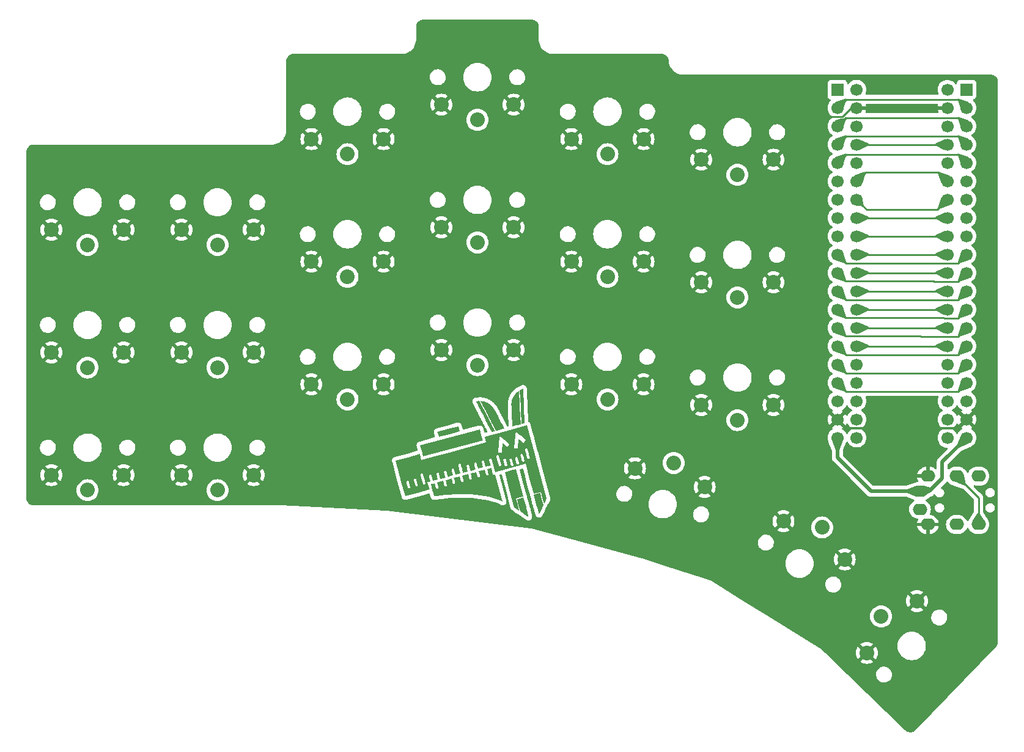
<source format=gbl>
%TF.GenerationSoftware,KiCad,Pcbnew,7.0.5*%
%TF.CreationDate,2023-06-08T16:22:02-03:00*%
%TF.ProjectId,2kalypcb_microcontroller_trrs,326b616c-7970-4636-925f-6d6963726f63,v1.0.0*%
%TF.SameCoordinates,Original*%
%TF.FileFunction,Copper,L2,Bot*%
%TF.FilePolarity,Positive*%
%FSLAX46Y46*%
G04 Gerber Fmt 4.6, Leading zero omitted, Abs format (unit mm)*
G04 Created by KiCad (PCBNEW 7.0.5) date 2023-06-08 16:22:02*
%MOMM*%
%LPD*%
G01*
G04 APERTURE LIST*
%TA.AperFunction,ComponentPad*%
%ADD10C,2.032000*%
%TD*%
%TA.AperFunction,ComponentPad*%
%ADD11R,1.700000X1.700000*%
%TD*%
%TA.AperFunction,ComponentPad*%
%ADD12C,1.700000*%
%TD*%
%TA.AperFunction,ComponentPad*%
%ADD13O,2.000000X1.600000*%
%TD*%
%TA.AperFunction,Conductor*%
%ADD14C,0.250000*%
%TD*%
%TA.AperFunction,Conductor*%
%ADD15C,0.300000*%
%TD*%
%TA.AperFunction,Conductor*%
%ADD16C,0.500000*%
%TD*%
G04 APERTURE END LIST*
%TA.AperFunction,EtchedComponent*%
%TO.C,G\u002A\u002A\u002A*%
G36*
X73429651Y-70474180D02*
G01*
X73524534Y-70828286D01*
X72082814Y-71214594D01*
X70641096Y-71600901D01*
X70546213Y-71246795D01*
X70451330Y-70892688D01*
X71893049Y-70506381D01*
X73334769Y-70120073D01*
X73429651Y-70474180D01*
G37*
%TD.AperFunction*%
%TA.AperFunction,EtchedComponent*%
G36*
X76527548Y-71311323D02*
G01*
X76741034Y-72108062D01*
X72618223Y-73212766D01*
X68495413Y-74317470D01*
X68281927Y-73520730D01*
X68068441Y-72723990D01*
X72191251Y-71619287D01*
X76314062Y-70514583D01*
X76527548Y-71311323D01*
G37*
%TD.AperFunction*%
%TA.AperFunction,EtchedComponent*%
G36*
X82733882Y-81321151D02*
G01*
X82766622Y-81443568D01*
X82852171Y-81766058D01*
X82923536Y-82039409D01*
X82980668Y-82263423D01*
X83023516Y-82437902D01*
X83052034Y-82562646D01*
X83066172Y-82637457D01*
X83065879Y-82662138D01*
X83041557Y-82649759D01*
X82979153Y-82611260D01*
X82885181Y-82550505D01*
X82765649Y-82471438D01*
X82626566Y-82377994D01*
X82473941Y-82274113D01*
X81909768Y-81887755D01*
X81686664Y-81055118D01*
X81463559Y-80222481D01*
X81918838Y-80100489D01*
X82374119Y-79978497D01*
X82733882Y-81321151D01*
G37*
%TD.AperFunction*%
%TA.AperFunction,EtchedComponent*%
G36*
X84923667Y-80185601D02*
G01*
X85146230Y-81016218D01*
X84846419Y-81642545D01*
X84768181Y-81804834D01*
X84694182Y-81956039D01*
X84629997Y-82084838D01*
X84578773Y-82184999D01*
X84543649Y-82250286D01*
X84527774Y-82274465D01*
X84524696Y-82269705D01*
X84508834Y-82224561D01*
X84481488Y-82135545D01*
X84443973Y-82007290D01*
X84397598Y-81844426D01*
X84343676Y-81651585D01*
X84283519Y-81433398D01*
X84218438Y-81194497D01*
X84149742Y-80939513D01*
X83790544Y-79598967D01*
X84245824Y-79476975D01*
X84701104Y-79354983D01*
X84923667Y-80185601D01*
G37*
%TD.AperFunction*%
%TA.AperFunction,EtchedComponent*%
G36*
X81806639Y-77961809D02*
G01*
X82314939Y-79858809D01*
X81821720Y-79990966D01*
X81328500Y-80123124D01*
X81556669Y-80974665D01*
X81597397Y-81127252D01*
X81647313Y-81316008D01*
X81690937Y-81482993D01*
X81726794Y-81622449D01*
X81753407Y-81728621D01*
X81769299Y-81795752D01*
X81772995Y-81818085D01*
X81764106Y-81812039D01*
X81718633Y-81781179D01*
X81641832Y-81729083D01*
X81541422Y-81660987D01*
X81425124Y-81582129D01*
X81089096Y-81354296D01*
X80434918Y-78912873D01*
X79780741Y-76471450D01*
X80539541Y-76268130D01*
X81298340Y-76064810D01*
X81806639Y-77961809D01*
G37*
%TD.AperFunction*%
%TA.AperFunction,EtchedComponent*%
G36*
X82323292Y-64913249D02*
G01*
X82323352Y-64913535D01*
X82325568Y-64945050D01*
X82330073Y-65024924D01*
X82336680Y-65149445D01*
X82345205Y-65314903D01*
X82355463Y-65517587D01*
X82367268Y-65753783D01*
X82380433Y-66019781D01*
X82394773Y-66311870D01*
X82410104Y-66626338D01*
X82426240Y-66959475D01*
X82442994Y-67307566D01*
X82557009Y-69683754D01*
X82327478Y-69737691D01*
X82285880Y-69747092D01*
X82186803Y-69765689D01*
X82120007Y-69772161D01*
X82094545Y-69765432D01*
X82093019Y-69739662D01*
X82089152Y-69664939D01*
X82083155Y-69545185D01*
X82075213Y-69384178D01*
X82065509Y-69185688D01*
X82054226Y-68953490D01*
X82041548Y-68691360D01*
X82027658Y-68403071D01*
X82012739Y-68092397D01*
X81996975Y-67763113D01*
X81980548Y-67418993D01*
X81869954Y-65098751D01*
X82027152Y-65026501D01*
X82107378Y-64989708D01*
X82203841Y-64946114D01*
X82265703Y-64919715D01*
X82300927Y-64907468D01*
X82317469Y-64906327D01*
X82323292Y-64913249D01*
G37*
%TD.AperFunction*%
%TA.AperFunction,EtchedComponent*%
G36*
X81751691Y-65226406D02*
G01*
X81755764Y-65298793D01*
X81761948Y-65416314D01*
X81770056Y-65575202D01*
X81779903Y-65771692D01*
X81791301Y-66002018D01*
X81804065Y-66262416D01*
X81818008Y-66549118D01*
X81832945Y-66858360D01*
X81848689Y-67186375D01*
X81865053Y-67529400D01*
X81974864Y-69838142D01*
X81398961Y-69992466D01*
X80823060Y-70146789D01*
X80821120Y-70086313D01*
X80819967Y-70059078D01*
X80816476Y-69982423D01*
X80810901Y-69862321D01*
X80803470Y-69703605D01*
X80794410Y-69511103D01*
X80783948Y-69289645D01*
X80772311Y-69044061D01*
X80759728Y-68779181D01*
X80746425Y-68499835D01*
X80733223Y-68214798D01*
X80719356Y-67891732D01*
X80708351Y-67605204D01*
X80700282Y-67357831D01*
X80695221Y-67152238D01*
X80693243Y-66991045D01*
X80694422Y-66876876D01*
X80698832Y-66812350D01*
X80702863Y-66787503D01*
X80778008Y-66479670D01*
X80896131Y-66177387D01*
X81051480Y-65891367D01*
X81238305Y-65632326D01*
X81450855Y-65410983D01*
X81509531Y-65360223D01*
X81598797Y-65288592D01*
X81674186Y-65234635D01*
X81727360Y-65204151D01*
X81749979Y-65202939D01*
X81751691Y-65226406D01*
G37*
%TD.AperFunction*%
%TA.AperFunction,EtchedComponent*%
G36*
X77346834Y-68660672D02*
G01*
X77493256Y-68944529D01*
X77645216Y-69238896D01*
X77788917Y-69517039D01*
X77922616Y-69775589D01*
X78044563Y-70011174D01*
X78153011Y-70220425D01*
X78246215Y-70399970D01*
X78322426Y-70546438D01*
X78379899Y-70656460D01*
X78416885Y-70726665D01*
X78431638Y-70753682D01*
X78431998Y-70767315D01*
X78402698Y-70787022D01*
X78334319Y-70811734D01*
X78220724Y-70844083D01*
X78184057Y-70853716D01*
X78070569Y-70879580D01*
X78000462Y-70887330D01*
X77969376Y-70877545D01*
X77969284Y-70877412D01*
X77953555Y-70848740D01*
X77916104Y-70777784D01*
X77859014Y-70668582D01*
X77784366Y-70525168D01*
X77694243Y-70351580D01*
X77590724Y-70151851D01*
X77475893Y-69930020D01*
X77351828Y-69690122D01*
X77220615Y-69436194D01*
X77084333Y-69172270D01*
X76945063Y-68902389D01*
X76804887Y-68630584D01*
X76665888Y-68360894D01*
X76530145Y-68097353D01*
X76399741Y-67843998D01*
X76276759Y-67604865D01*
X76163278Y-67383989D01*
X76061381Y-67185409D01*
X75973148Y-67013158D01*
X75900662Y-66871274D01*
X75846005Y-66763792D01*
X75811256Y-66694748D01*
X75798498Y-66668180D01*
X75797596Y-66659651D01*
X75805895Y-66650296D01*
X75832869Y-66642380D01*
X75886892Y-66634394D01*
X75976336Y-66624834D01*
X76109577Y-66612190D01*
X76282254Y-66596130D01*
X77346834Y-68660672D01*
G37*
%TD.AperFunction*%
%TA.AperFunction,EtchedComponent*%
G36*
X76520719Y-66608726D02*
G01*
X76612282Y-66620005D01*
X76723668Y-66639162D01*
X76843530Y-66664183D01*
X76960521Y-66693054D01*
X77063299Y-66723759D01*
X77318796Y-66828326D01*
X77612460Y-66997760D01*
X77882517Y-67209596D01*
X78122009Y-67459005D01*
X78131687Y-67470760D01*
X78167279Y-67516546D01*
X78204820Y-67569686D01*
X78246484Y-67634114D01*
X78294445Y-67713766D01*
X78350879Y-67812575D01*
X78417960Y-67934478D01*
X78497863Y-68083410D01*
X78592762Y-68263306D01*
X78704832Y-68478100D01*
X78836249Y-68731728D01*
X78989186Y-69028124D01*
X79111382Y-69265382D01*
X79233055Y-69501869D01*
X79345434Y-69720535D01*
X79446415Y-69917276D01*
X79533896Y-70087991D01*
X79605775Y-70228574D01*
X79659949Y-70334926D01*
X79694316Y-70402942D01*
X79706772Y-70428518D01*
X79699080Y-70434143D01*
X79650616Y-70452173D01*
X79565090Y-70478939D01*
X79451183Y-70512139D01*
X79317569Y-70549469D01*
X79172927Y-70588626D01*
X79025934Y-70627309D01*
X78885266Y-70663214D01*
X78759602Y-70694039D01*
X78657618Y-70717481D01*
X78587992Y-70731236D01*
X78559401Y-70733003D01*
X78546706Y-70711941D01*
X78511874Y-70647958D01*
X78457352Y-70545280D01*
X78385225Y-70407963D01*
X78297577Y-70240067D01*
X78196494Y-70045645D01*
X78084059Y-69828758D01*
X77962358Y-69593460D01*
X77833476Y-69343810D01*
X77699497Y-69083863D01*
X77562506Y-68817677D01*
X77424587Y-68549310D01*
X77287827Y-68282817D01*
X77154310Y-68022257D01*
X77026118Y-67771685D01*
X76905339Y-67535159D01*
X76794056Y-67316736D01*
X76694355Y-67120473D01*
X76608319Y-66950427D01*
X76538036Y-66810654D01*
X76485587Y-66705213D01*
X76453059Y-66638159D01*
X76442536Y-66613550D01*
X76460323Y-66607341D01*
X76520719Y-66608726D01*
G37*
%TD.AperFunction*%
%TA.AperFunction,EtchedComponent*%
G36*
X78051716Y-76392555D02*
G01*
X78187262Y-76898421D01*
X78339022Y-76857757D01*
X78490782Y-76817093D01*
X78993132Y-78691888D01*
X79495481Y-80566682D01*
X79300385Y-80470905D01*
X79103204Y-80378845D01*
X78645118Y-80195986D01*
X78142082Y-80033944D01*
X77596406Y-79893157D01*
X77010395Y-79774062D01*
X76386356Y-79677098D01*
X75726596Y-79602702D01*
X75033424Y-79551314D01*
X74309144Y-79523369D01*
X74035208Y-79519021D01*
X73398366Y-79520812D01*
X72760654Y-79538545D01*
X72132400Y-79571602D01*
X71523931Y-79619366D01*
X70945575Y-79681219D01*
X70407660Y-79756545D01*
X70344627Y-79766598D01*
X70216749Y-79787125D01*
X70112322Y-79804067D01*
X70040775Y-79815887D01*
X70011529Y-79821054D01*
X70005741Y-79808755D01*
X69987390Y-79752222D01*
X69958524Y-79655105D01*
X69920805Y-79523229D01*
X69875891Y-79362421D01*
X69825444Y-79178505D01*
X69771123Y-78977309D01*
X69544082Y-78129983D01*
X69807750Y-78059334D01*
X70071418Y-77988684D01*
X70173846Y-78338010D01*
X70193053Y-78403047D01*
X70231373Y-78527515D01*
X70261446Y-78613573D01*
X70286924Y-78669851D01*
X70311459Y-78704978D01*
X70338702Y-78727585D01*
X70353017Y-78735754D01*
X70437067Y-78752413D01*
X70519842Y-78727224D01*
X70582081Y-78665131D01*
X70593435Y-78641840D01*
X70600732Y-78607910D01*
X70598744Y-78560722D01*
X70586186Y-78491003D01*
X70561775Y-78389481D01*
X70524230Y-78246883D01*
X70429348Y-77892777D01*
X70834042Y-77784340D01*
X71238735Y-77675902D01*
X71331486Y-78022055D01*
X71365296Y-78146601D01*
X71395258Y-78249554D01*
X71419432Y-78318577D01*
X71441587Y-78362664D01*
X71465492Y-78390811D01*
X71494918Y-78412013D01*
X71518438Y-78424735D01*
X71606515Y-78441549D01*
X71684095Y-78411385D01*
X71739435Y-78337808D01*
X71747897Y-78315808D01*
X71756094Y-78276786D01*
X71755089Y-78227648D01*
X71743538Y-78158347D01*
X71720096Y-78058835D01*
X71683421Y-77919069D01*
X71592841Y-77581020D01*
X71997534Y-77472583D01*
X72402227Y-77364146D01*
X72500114Y-77729464D01*
X72511398Y-77771511D01*
X72547303Y-77902752D01*
X72574432Y-77993691D01*
X72596264Y-78052562D01*
X72616277Y-78087598D01*
X72637951Y-78107032D01*
X72664765Y-78119095D01*
X72733248Y-78132930D01*
X72819829Y-78112829D01*
X72883773Y-78048395D01*
X72895126Y-78025104D01*
X72902425Y-77991173D01*
X72900436Y-77943985D01*
X72887878Y-77874267D01*
X72863468Y-77772744D01*
X72825922Y-77630147D01*
X72731040Y-77276040D01*
X73135733Y-77167603D01*
X73540426Y-77059166D01*
X73631006Y-77397215D01*
X73654437Y-77483806D01*
X73687052Y-77597938D01*
X73713244Y-77676038D01*
X73736870Y-77727477D01*
X73761791Y-77761627D01*
X73791866Y-77787861D01*
X73825378Y-77808564D01*
X73910142Y-77825880D01*
X73985931Y-77795678D01*
X74041127Y-77721072D01*
X74049589Y-77699071D01*
X74057786Y-77660050D01*
X74056781Y-77610912D01*
X74045229Y-77541610D01*
X74021788Y-77442099D01*
X73985112Y-77302333D01*
X73894532Y-76964284D01*
X74299225Y-76855846D01*
X74703918Y-76747409D01*
X74798801Y-77101516D01*
X74830039Y-77216681D01*
X74861355Y-77325248D01*
X74886267Y-77398457D01*
X74908299Y-77444980D01*
X74930976Y-77473489D01*
X74957824Y-77492654D01*
X75039296Y-77516059D01*
X75122124Y-77495301D01*
X75185465Y-77431658D01*
X75196818Y-77408367D01*
X75204117Y-77374437D01*
X75202128Y-77327249D01*
X75189569Y-77257530D01*
X75165160Y-77156008D01*
X75127614Y-77013410D01*
X75032732Y-76659304D01*
X75437425Y-76550867D01*
X75842118Y-76442430D01*
X75932698Y-76780479D01*
X75956130Y-76867069D01*
X75988744Y-76981201D01*
X76014935Y-77059302D01*
X76038561Y-77110740D01*
X76063482Y-77144891D01*
X76093558Y-77171125D01*
X76127070Y-77191828D01*
X76211833Y-77209143D01*
X76287623Y-77178941D01*
X76342819Y-77104336D01*
X76351280Y-77082335D01*
X76359478Y-77043314D01*
X76358473Y-76994175D01*
X76346921Y-76924874D01*
X76323480Y-76825362D01*
X76286804Y-76685596D01*
X76196224Y-76347547D01*
X76600917Y-76239110D01*
X77005610Y-76130673D01*
X77100493Y-76484779D01*
X77131730Y-76599945D01*
X77163047Y-76708511D01*
X77187958Y-76781721D01*
X77209990Y-76828244D01*
X77232667Y-76856753D01*
X77259516Y-76875918D01*
X77320298Y-76897861D01*
X77407162Y-76886864D01*
X77484533Y-76827642D01*
X77489758Y-76821267D01*
X77504925Y-76797272D01*
X77511666Y-76767143D01*
X77508879Y-76722009D01*
X77495459Y-76653000D01*
X77470303Y-76551249D01*
X77432310Y-76407887D01*
X77334423Y-76042568D01*
X77625296Y-75964628D01*
X77916169Y-75886689D01*
X78051716Y-76392555D01*
G37*
%TD.AperFunction*%
%TA.AperFunction,EtchedComponent*%
G36*
X83364979Y-71839300D02*
G01*
X83855470Y-73669962D01*
X84226950Y-75056441D01*
X85587407Y-80134098D01*
X85409290Y-80506024D01*
X85231173Y-80877950D01*
X84999440Y-80039771D01*
X84767708Y-79201591D01*
X84262183Y-79337046D01*
X83756657Y-79472501D01*
X83200917Y-77398449D01*
X82645176Y-75324397D01*
X80546743Y-75886671D01*
X78448309Y-76448945D01*
X78196485Y-75538066D01*
X77944662Y-74627188D01*
X77872001Y-74594859D01*
X77796446Y-74574309D01*
X77715845Y-74592820D01*
X77650580Y-74661333D01*
X77639981Y-74679392D01*
X77628437Y-74708252D01*
X77624886Y-74744179D01*
X77630500Y-74795857D01*
X77646448Y-74871978D01*
X77673902Y-74981229D01*
X77714031Y-75132298D01*
X77821287Y-75532583D01*
X77467180Y-75627465D01*
X77113074Y-75722348D01*
X77004637Y-75317655D01*
X76991621Y-75269195D01*
X76953219Y-75129174D01*
X76923712Y-75029619D01*
X76899970Y-74962523D01*
X76878865Y-74919880D01*
X76857272Y-74893684D01*
X76832058Y-74875930D01*
X76774823Y-74855902D01*
X76704684Y-74855840D01*
X76654421Y-74882513D01*
X76604419Y-74936926D01*
X76600050Y-74944839D01*
X76589057Y-74973524D01*
X76585788Y-75010133D01*
X76591536Y-75063165D01*
X76607595Y-75141114D01*
X76635260Y-75252480D01*
X76675824Y-75405760D01*
X76784261Y-75810453D01*
X76430154Y-75905335D01*
X76076048Y-76000218D01*
X75969742Y-75603478D01*
X75952243Y-75538364D01*
X75915634Y-75405322D01*
X75887459Y-75311478D01*
X75864401Y-75248576D01*
X75843143Y-75208356D01*
X75820367Y-75182562D01*
X75792755Y-75162935D01*
X75737209Y-75138746D01*
X75656852Y-75139944D01*
X75591304Y-75182295D01*
X75549203Y-75258975D01*
X75539190Y-75363164D01*
X75539278Y-75364236D01*
X75549629Y-75424295D01*
X75572077Y-75520911D01*
X75603378Y-75640976D01*
X75640284Y-75771387D01*
X75734613Y-76091804D01*
X75386817Y-76184947D01*
X75039022Y-76278088D01*
X74932716Y-75881349D01*
X74915216Y-75816234D01*
X74878608Y-75683192D01*
X74850433Y-75589348D01*
X74827375Y-75526446D01*
X74806117Y-75486226D01*
X74783341Y-75460432D01*
X74755729Y-75440805D01*
X74680070Y-75411993D01*
X74598091Y-75426253D01*
X74526231Y-75491319D01*
X74513945Y-75509337D01*
X74501882Y-75536295D01*
X74497778Y-75571488D01*
X74502608Y-75623422D01*
X74517347Y-75700606D01*
X74542969Y-75811549D01*
X74580448Y-75964759D01*
X74681435Y-76373904D01*
X74341716Y-76464931D01*
X74001997Y-76555958D01*
X73840255Y-75952330D01*
X73789550Y-75763929D01*
X73749051Y-75616689D01*
X73717264Y-75507136D01*
X73691884Y-75428739D01*
X73670599Y-75374967D01*
X73651102Y-75339292D01*
X73631083Y-75315180D01*
X73608233Y-75296103D01*
X73594488Y-75286599D01*
X73509781Y-75258949D01*
X73429014Y-75280659D01*
X73361968Y-75349605D01*
X73355136Y-75360843D01*
X73343956Y-75383812D01*
X73338205Y-75411099D01*
X73339049Y-75449313D01*
X73347656Y-75505061D01*
X73365191Y-75584951D01*
X73390087Y-75684645D01*
X73392820Y-75695593D01*
X73431710Y-75843594D01*
X73483027Y-76035564D01*
X73647890Y-76650841D01*
X73293784Y-76745723D01*
X72939677Y-76840606D01*
X72831240Y-76435913D01*
X72818223Y-76387454D01*
X72779823Y-76247433D01*
X72750314Y-76147878D01*
X72726573Y-76080781D01*
X72705469Y-76038138D01*
X72683874Y-76011943D01*
X72658662Y-75994188D01*
X72583876Y-75970407D01*
X72502342Y-75989158D01*
X72436055Y-76054892D01*
X72427396Y-76069574D01*
X72416177Y-76097811D01*
X72412845Y-76133694D01*
X72418617Y-76185788D01*
X72434706Y-76262660D01*
X72462325Y-76372876D01*
X72502691Y-76525003D01*
X72610864Y-76928711D01*
X72256758Y-77023594D01*
X71902652Y-77118476D01*
X71794214Y-76713783D01*
X71781198Y-76665324D01*
X71742796Y-76525303D01*
X71713289Y-76425748D01*
X71689547Y-76358651D01*
X71668442Y-76316009D01*
X71646848Y-76289813D01*
X71621636Y-76272058D01*
X71564400Y-76252031D01*
X71494260Y-76251969D01*
X71443999Y-76278642D01*
X71393995Y-76333055D01*
X71389627Y-76340968D01*
X71378634Y-76369652D01*
X71375365Y-76406262D01*
X71381113Y-76459293D01*
X71397172Y-76537243D01*
X71424837Y-76648608D01*
X71465401Y-76801889D01*
X71573838Y-77206582D01*
X71219731Y-77301464D01*
X70865625Y-77396347D01*
X70759319Y-76999607D01*
X70741820Y-76934493D01*
X70705210Y-76801450D01*
X70677036Y-76707607D01*
X70653979Y-76644704D01*
X70632720Y-76604485D01*
X70609944Y-76578691D01*
X70582332Y-76559064D01*
X70506674Y-76530252D01*
X70424694Y-76544511D01*
X70352835Y-76609577D01*
X70340548Y-76627595D01*
X70328484Y-76654554D01*
X70324381Y-76689746D01*
X70329211Y-76741681D01*
X70343950Y-76818865D01*
X70369572Y-76929808D01*
X70407051Y-77083017D01*
X70508038Y-77492162D01*
X70168318Y-77583189D01*
X69828599Y-77674217D01*
X69723242Y-77281020D01*
X69695766Y-77178862D01*
X69662277Y-77058116D01*
X69636392Y-76974311D01*
X69614624Y-76919139D01*
X69593487Y-76884298D01*
X69569496Y-76861478D01*
X69539167Y-76842376D01*
X69533153Y-76838979D01*
X69444638Y-76810325D01*
X69370888Y-76831756D01*
X69309228Y-76903988D01*
X69297592Y-76925037D01*
X69285521Y-76955760D01*
X69281536Y-76992338D01*
X69286770Y-77043705D01*
X69302359Y-77118798D01*
X69329437Y-77226553D01*
X69369136Y-77375903D01*
X69474493Y-77769099D01*
X69284793Y-77819929D01*
X69095093Y-77870759D01*
X69230640Y-78376625D01*
X69366186Y-78882492D01*
X67671534Y-79336573D01*
X65976882Y-79790653D01*
X65449154Y-77821145D01*
X66156847Y-77821145D01*
X66158364Y-77861053D01*
X66172558Y-77953014D01*
X66197901Y-78072384D01*
X66230899Y-78206020D01*
X66268055Y-78340782D01*
X66305873Y-78463528D01*
X66340855Y-78561116D01*
X66369506Y-78620406D01*
X66421688Y-78671406D01*
X66487343Y-78701313D01*
X66509241Y-78704819D01*
X66567077Y-78707463D01*
X66606875Y-78686436D01*
X66652202Y-78631800D01*
X66704799Y-78561520D01*
X66591258Y-78137778D01*
X66555004Y-78003214D01*
X66521737Y-77884093D01*
X66495955Y-77801170D01*
X66474495Y-77746608D01*
X66454198Y-77712570D01*
X66431900Y-77691222D01*
X66404441Y-77674727D01*
X66319918Y-77648736D01*
X66240652Y-77665614D01*
X66183415Y-77724787D01*
X66156847Y-77821145D01*
X65449154Y-77821145D01*
X65371679Y-77532003D01*
X67202474Y-77532003D01*
X67209777Y-77587941D01*
X67227318Y-77669723D01*
X67256391Y-77785546D01*
X67298290Y-77943604D01*
X67413012Y-78371755D01*
X67493703Y-78406320D01*
X67497565Y-78407950D01*
X67561581Y-78428687D01*
X67605511Y-78432547D01*
X67607046Y-78432072D01*
X67644259Y-78404768D01*
X67689227Y-78353930D01*
X67741825Y-78283650D01*
X67627102Y-77855499D01*
X67604089Y-77769971D01*
X67566771Y-77634808D01*
X67537959Y-77538726D01*
X67514678Y-77473981D01*
X67493950Y-77432826D01*
X67472796Y-77407520D01*
X67448239Y-77390317D01*
X67391003Y-77370289D01*
X67320864Y-77370227D01*
X67270602Y-77396900D01*
X67220599Y-77451313D01*
X67213411Y-77464877D01*
X67204116Y-77493714D01*
X67202474Y-77532003D01*
X65371679Y-77532003D01*
X65316093Y-77324555D01*
X65176175Y-76802372D01*
X68125416Y-76802372D01*
X68128055Y-76844055D01*
X68138397Y-76904722D01*
X68157656Y-76990679D01*
X68187049Y-77108237D01*
X68227791Y-77263704D01*
X68281097Y-77463387D01*
X68450038Y-78093885D01*
X68456815Y-78119177D01*
X68537506Y-78153743D01*
X68618043Y-78176842D01*
X68690478Y-78162002D01*
X68753710Y-78100213D01*
X68764005Y-78085552D01*
X68774796Y-78064463D01*
X68780055Y-78037404D01*
X68778718Y-77997982D01*
X68769722Y-77939800D01*
X68752002Y-77856461D01*
X68724497Y-77741571D01*
X68686142Y-77588735D01*
X68635875Y-77391555D01*
X68612532Y-77300260D01*
X68566757Y-77122620D01*
X68530731Y-76986705D01*
X68502314Y-76886194D01*
X68479363Y-76814763D01*
X68459738Y-76766093D01*
X68441297Y-76733860D01*
X68421899Y-76711744D01*
X68399402Y-76693423D01*
X68376442Y-76678568D01*
X68289401Y-76655883D01*
X68206282Y-76678507D01*
X68142410Y-76743456D01*
X68138386Y-76750719D01*
X68129264Y-76773362D01*
X68125416Y-76802372D01*
X65176175Y-76802372D01*
X64655304Y-74858456D01*
X66337309Y-74407765D01*
X68019315Y-73957073D01*
X68127752Y-74361766D01*
X68236189Y-74766459D01*
X70068012Y-74275623D01*
X78617838Y-74275623D01*
X78619895Y-74316616D01*
X78629620Y-74375660D01*
X78648215Y-74459257D01*
X78676885Y-74573904D01*
X78716832Y-74726105D01*
X78769259Y-74922356D01*
X78940257Y-75560531D01*
X79018976Y-75605980D01*
X79024990Y-75609377D01*
X79113505Y-75638031D01*
X79187255Y-75616600D01*
X79248915Y-75544368D01*
X79294364Y-75465649D01*
X79125537Y-74835577D01*
X79114844Y-74795692D01*
X79100418Y-74742188D01*
X79590723Y-74742188D01*
X79593945Y-74791364D01*
X79607164Y-74864821D01*
X79631320Y-74971392D01*
X79667357Y-75119909D01*
X79681158Y-75175628D01*
X79724143Y-75338375D01*
X79727665Y-75349546D01*
X79761928Y-75458227D01*
X79797842Y-75541870D01*
X79835218Y-75595988D01*
X79877387Y-75627267D01*
X79927679Y-75642392D01*
X79944006Y-75645001D01*
X80009584Y-75647757D01*
X80052306Y-75623581D01*
X80094003Y-75561911D01*
X80108451Y-75535207D01*
X80118894Y-75504824D01*
X80121358Y-75467021D01*
X80114697Y-75413174D01*
X80097764Y-75334656D01*
X80069414Y-75222843D01*
X80028499Y-75069112D01*
X79996218Y-74949219D01*
X79962556Y-74828277D01*
X79936534Y-74744071D01*
X79925772Y-74716476D01*
X80436702Y-74716476D01*
X80443772Y-74771815D01*
X80461113Y-74852821D01*
X80484771Y-74946854D01*
X80490027Y-74967744D01*
X80531812Y-75124833D01*
X80560349Y-75228709D01*
X80598074Y-75359210D01*
X80631080Y-75465740D01*
X80656573Y-75539388D01*
X80671759Y-75571243D01*
X80701279Y-75588375D01*
X80760839Y-75608371D01*
X80772704Y-75610977D01*
X80832527Y-75616792D01*
X80875525Y-75596124D01*
X80923565Y-75539750D01*
X80976164Y-75469470D01*
X80862623Y-75045729D01*
X80826367Y-74911164D01*
X80793101Y-74792043D01*
X80767318Y-74709120D01*
X80745859Y-74654558D01*
X80725561Y-74620520D01*
X80703264Y-74599172D01*
X80675804Y-74582677D01*
X80596555Y-74557010D01*
X80516567Y-74573135D01*
X80454937Y-74637133D01*
X80448174Y-74649800D01*
X80438603Y-74678554D01*
X80436702Y-74716476D01*
X79925772Y-74716476D01*
X79914923Y-74688659D01*
X79894494Y-74654093D01*
X79872020Y-74632429D01*
X79844271Y-74615721D01*
X79771424Y-74590395D01*
X79690018Y-74604002D01*
X79619267Y-74668828D01*
X79610499Y-74681353D01*
X79596554Y-74708462D01*
X79590723Y-74742188D01*
X79100418Y-74742188D01*
X79064526Y-74609075D01*
X79040462Y-74521948D01*
X81224665Y-74521948D01*
X81231654Y-74577246D01*
X81248841Y-74657583D01*
X81277487Y-74771436D01*
X81318852Y-74927281D01*
X81431443Y-75347478D01*
X81512134Y-75382044D01*
X81596114Y-75405746D01*
X81663450Y-75389508D01*
X81719175Y-75327478D01*
X81730881Y-75306884D01*
X81740251Y-75278504D01*
X81741825Y-75240801D01*
X81734384Y-75185540D01*
X81716706Y-75104488D01*
X81687572Y-74989410D01*
X81645761Y-74832074D01*
X81622392Y-74745228D01*
X81585111Y-74610232D01*
X81556324Y-74514269D01*
X81533059Y-74449604D01*
X81512344Y-74408501D01*
X81491204Y-74383225D01*
X81466670Y-74366040D01*
X81384923Y-74341773D01*
X81306584Y-74364539D01*
X81245570Y-74433808D01*
X81236251Y-74452552D01*
X81226618Y-74483209D01*
X81224665Y-74521948D01*
X79040462Y-74521948D01*
X79024887Y-74465556D01*
X78993698Y-74358768D01*
X78968727Y-74282341D01*
X78947745Y-74229910D01*
X78928522Y-74195106D01*
X78908827Y-74171561D01*
X78886429Y-74152908D01*
X78864503Y-74138504D01*
X78839123Y-74131679D01*
X81961102Y-74131679D01*
X81967453Y-74185817D01*
X81984034Y-74264588D01*
X82012101Y-74376602D01*
X82052914Y-74530470D01*
X82087686Y-74659608D01*
X82101725Y-74709899D01*
X82120415Y-74776856D01*
X82145855Y-74858212D01*
X82167351Y-74911765D01*
X82188248Y-74945599D01*
X82211895Y-74967800D01*
X82241636Y-74986454D01*
X82309539Y-75017274D01*
X82368136Y-75013689D01*
X82432941Y-74969510D01*
X82438979Y-74964099D01*
X82470142Y-74924417D01*
X82486305Y-74872142D01*
X82486927Y-74799937D01*
X82471466Y-74700461D01*
X82439378Y-74566377D01*
X82390122Y-74390346D01*
X82368996Y-74317923D01*
X82331250Y-74191507D01*
X82302552Y-74103666D01*
X82279301Y-74046279D01*
X82257898Y-74011228D01*
X82234740Y-73990393D01*
X82206228Y-73975654D01*
X82124053Y-73955124D01*
X82043340Y-73976829D01*
X81982221Y-74046658D01*
X81974054Y-74062859D01*
X81963722Y-74093563D01*
X81961102Y-74131679D01*
X78839123Y-74131679D01*
X78779273Y-74115585D01*
X78699645Y-74140646D01*
X78637569Y-74210904D01*
X78631914Y-74221792D01*
X78622246Y-74246181D01*
X78617838Y-74275623D01*
X70068012Y-74275623D01*
X72100885Y-73730916D01*
X78880369Y-73730916D01*
X78882728Y-73758867D01*
X78884312Y-73759636D01*
X78925928Y-73769422D01*
X79002898Y-73780952D01*
X79099870Y-73791890D01*
X79118043Y-73793647D01*
X79223020Y-73802832D01*
X79287668Y-73804007D01*
X79322336Y-73794769D01*
X79337376Y-73772718D01*
X79343138Y-73735453D01*
X79343969Y-73727140D01*
X79349773Y-73668902D01*
X79359630Y-73569924D01*
X79372668Y-73438926D01*
X79386845Y-73296460D01*
X82579490Y-73296460D01*
X82582114Y-73319198D01*
X82596396Y-73388598D01*
X82621373Y-73495552D01*
X82655232Y-73632598D01*
X82696162Y-73792271D01*
X82742351Y-73967109D01*
X82751315Y-74000555D01*
X82801741Y-74187642D01*
X82841390Y-74331342D01*
X82872464Y-74437935D01*
X82876181Y-74449336D01*
X82897168Y-74513701D01*
X82917705Y-74564924D01*
X82936280Y-74597884D01*
X82955096Y-74618863D01*
X82976356Y-74634141D01*
X82993431Y-74643471D01*
X83080999Y-74659785D01*
X83166187Y-74634159D01*
X83229582Y-74571401D01*
X83231810Y-74567465D01*
X83241777Y-74544874D01*
X83246522Y-74516818D01*
X83244820Y-74476861D01*
X83235446Y-74418565D01*
X83217175Y-74335494D01*
X83188783Y-74221212D01*
X83149045Y-74069281D01*
X83096735Y-73873264D01*
X83088113Y-73841175D01*
X83030214Y-73630751D01*
X82980052Y-73457635D01*
X82938686Y-73325246D01*
X82907179Y-73237003D01*
X82886592Y-73196324D01*
X82886068Y-73195768D01*
X82811986Y-73151494D01*
X82726316Y-73151299D01*
X82645732Y-73195258D01*
X82601287Y-73247523D01*
X82579490Y-73296460D01*
X79386845Y-73296460D01*
X79388023Y-73284625D01*
X79402664Y-73137456D01*
X81077780Y-73137456D01*
X81101646Y-73158665D01*
X81173393Y-73178549D01*
X81288347Y-73194666D01*
X81314103Y-73197234D01*
X81412261Y-73205774D01*
X81487532Y-73210395D01*
X81525336Y-73210146D01*
X81533740Y-73189739D01*
X81546746Y-73123457D01*
X81562425Y-73018061D01*
X81579836Y-72880538D01*
X81598034Y-72717880D01*
X81616081Y-72537075D01*
X81631503Y-72378787D01*
X81648843Y-72213482D01*
X81664977Y-72072431D01*
X81679059Y-71962612D01*
X81690240Y-71891005D01*
X81697677Y-71864588D01*
X81707579Y-71868938D01*
X81751623Y-71900745D01*
X81823477Y-71958393D01*
X81915988Y-72036074D01*
X82022008Y-72127980D01*
X82327546Y-72396691D01*
X82488656Y-72213817D01*
X82649765Y-72030941D01*
X81978595Y-71441597D01*
X81852984Y-71331587D01*
X81704605Y-71202434D01*
X81572739Y-71088540D01*
X81461933Y-70993790D01*
X81376735Y-70922065D01*
X81321691Y-70877251D01*
X81301347Y-70863228D01*
X81298015Y-70886356D01*
X81290176Y-70955740D01*
X81278588Y-71064847D01*
X81263890Y-71207169D01*
X81246722Y-71376202D01*
X81227723Y-71565436D01*
X81207533Y-71768366D01*
X81186793Y-71978486D01*
X81166140Y-72189289D01*
X81146216Y-72394267D01*
X81141952Y-72438531D01*
X81127659Y-72586914D01*
X81111110Y-72760724D01*
X81097208Y-72909190D01*
X81086592Y-73025805D01*
X81079903Y-73104063D01*
X81077780Y-73137456D01*
X79402664Y-73137456D01*
X79404824Y-73115742D01*
X79410276Y-73060962D01*
X79426601Y-72897226D01*
X79441145Y-72751791D01*
X79453060Y-72633110D01*
X79461499Y-72549638D01*
X79465612Y-72509827D01*
X79471594Y-72482495D01*
X79490035Y-72455842D01*
X79497877Y-72458945D01*
X79539378Y-72488478D01*
X79608963Y-72544251D01*
X79699342Y-72620333D01*
X79803228Y-72710787D01*
X79854712Y-72755916D01*
X79953385Y-72840105D01*
X80035307Y-72906952D01*
X80093113Y-72950534D01*
X80119430Y-72964928D01*
X80124975Y-72961752D01*
X80160705Y-72929365D01*
X80217876Y-72870162D01*
X80287015Y-72793817D01*
X80432546Y-72628616D01*
X80372289Y-72574426D01*
X80362559Y-72565745D01*
X80313558Y-72522376D01*
X80232788Y-72451111D01*
X80125607Y-72356671D01*
X79997373Y-72243773D01*
X79853442Y-72117137D01*
X79699170Y-71981481D01*
X79598503Y-71893015D01*
X79447623Y-71760809D01*
X79329607Y-71658487D01*
X79240332Y-71583022D01*
X79175679Y-71531383D01*
X79131523Y-71500541D01*
X79103744Y-71487466D01*
X79088220Y-71489131D01*
X79080829Y-71502503D01*
X79077449Y-71524557D01*
X79053286Y-71751733D01*
X79026842Y-72009265D01*
X79001200Y-72267675D01*
X78976823Y-72521663D01*
X78954172Y-72765937D01*
X78933710Y-72995197D01*
X78915896Y-73204147D01*
X78901194Y-73387491D01*
X78890064Y-73539931D01*
X78882969Y-73656172D01*
X78880369Y-73730916D01*
X72100885Y-73730916D01*
X72713105Y-73566872D01*
X77190023Y-72367286D01*
X77081586Y-71962593D01*
X76973148Y-71557900D01*
X79919819Y-70768342D01*
X82866491Y-69978784D01*
X83364979Y-71839300D01*
G37*
%TD.AperFunction*%
%TD*%
D10*
%TO.P,S8,1*%
%TO.N,GND*%
X63000000Y-47300000D03*
X53000000Y-47300000D03*
%TO.P,S8,2*%
%TO.N,matrix_ring_home*%
X58000000Y-49400000D03*
X58000000Y-49400000D03*
%TD*%
%TO.P,S20,1*%
%TO.N,GND*%
X118376180Y-83268701D03*
X126856661Y-88567894D03*
%TO.P,S20,2*%
%TO.N,thumb_middy*%
X123729251Y-84137396D03*
X123729251Y-84137396D03*
%TD*%
%TO.P,S10,1*%
%TO.N,GND*%
X81000000Y-59540000D03*
X71000000Y-59540000D03*
%TO.P,S10,2*%
%TO.N,matrix_middle_bottom*%
X76000000Y-61640000D03*
X76000000Y-61640000D03*
%TD*%
%TO.P,S13,1*%
%TO.N,GND*%
X99000000Y-64300000D03*
X89000000Y-64300000D03*
%TO.P,S13,2*%
%TO.N,matrix_index_bottom*%
X94000000Y-66400000D03*
X94000000Y-66400000D03*
%TD*%
%TO.P,S4,1*%
%TO.N,GND*%
X45000000Y-76870000D03*
X35000000Y-76870000D03*
%TO.P,S4,2*%
%TO.N,matrix_pinky_bottom*%
X40000000Y-78970000D03*
X40000000Y-78970000D03*
%TD*%
D11*
%TO.P,,1,PB12*%
%TO.N,N/C*%
X125840000Y-23460000D03*
X143740000Y-23440000D03*
D12*
%TO.P,,2,PB13*%
%TO.N,matrix_inner_top*%
X125840000Y-26000000D03*
X143740000Y-25980000D03*
%TO.P,,3,PB14*%
%TO.N,matrix_index_top*%
X125840000Y-28540000D03*
X143740000Y-28520000D03*
%TO.P,,4,PB15*%
%TO.N,matrix_middle_top*%
X125840000Y-31080000D03*
X143740000Y-31060000D03*
%TO.P,,5,PA8*%
%TO.N,matrix_ring_top*%
X125840000Y-33620000D03*
X143740000Y-33600000D03*
%TO.P,,6,PA9*%
%TO.N,N/C*%
X125840000Y-36160000D03*
X143740000Y-36140000D03*
%TO.P,,7,PA10*%
X125840000Y-38700000D03*
X143740000Y-38680000D03*
%TO.P,,8,PA11*%
X125840000Y-41240000D03*
X143740000Y-41220000D03*
%TO.P,,9,PA12*%
X125840000Y-43780000D03*
X143740000Y-43760000D03*
%TO.P,,10,PA15*%
%TO.N,matrix_inner_home*%
X125840000Y-46320000D03*
X143740000Y-46300000D03*
%TO.P,,11,PB3*%
%TO.N,matrix_index_home*%
X125840000Y-48860000D03*
X143740000Y-48840000D03*
%TO.P,,12,PB4*%
%TO.N,matrix_middle_home*%
X125840000Y-51400000D03*
X143740000Y-51380000D03*
%TO.P,,13,PB5*%
%TO.N,matrix_ring_home*%
X125840000Y-53940000D03*
X143740000Y-53920000D03*
%TO.P,,14,PB6*%
%TO.N,TX*%
X125840000Y-56480000D03*
X143740000Y-56460000D03*
%TO.P,,15,PB7*%
%TO.N,RX*%
X125840000Y-59020000D03*
X143740000Y-59000000D03*
%TO.P,,16,PB8*%
%TO.N,matrix_pinky_home*%
X125840000Y-61560000D03*
X143740000Y-61540000D03*
%TO.P,,17,PB9*%
%TO.N,matrix_outer_home*%
X125840000Y-64100000D03*
X143740000Y-64080000D03*
%TO.P,,18,5V*%
%TO.N,N/C*%
X125840000Y-66640000D03*
X143740000Y-66620000D03*
%TO.P,,19,GND*%
%TO.N,GND*%
X125840000Y-69180000D03*
X143740000Y-69160000D03*
%TO.P,,20,3V3*%
%TO.N,+3V3*%
X125840000Y-71720000D03*
X143740000Y-71700000D03*
%TO.P,,21,VBat*%
%TO.N,N/C*%
X128500000Y-71700000D03*
X141080000Y-71720000D03*
%TO.P,,22,PC13*%
X128500000Y-69160000D03*
X141080000Y-69180000D03*
%TO.P,,23,PC14*%
X128500000Y-66620000D03*
X141080000Y-66640000D03*
%TO.P,,24,PC15*%
X128500000Y-64080000D03*
X141080000Y-64100000D03*
%TO.P,,25,RES*%
X128500000Y-61540000D03*
X141080000Y-61560000D03*
%TO.P,,26,PA0*%
%TO.N,thumb_reachy*%
X128500000Y-59000000D03*
X141080000Y-59020000D03*
%TO.P,,27,PA1*%
%TO.N,thumb_middy*%
X128500000Y-56460000D03*
X141080000Y-56480000D03*
%TO.P,,28,PA2*%
%TO.N,thumb_inny*%
X128500000Y-53920000D03*
X141080000Y-53940000D03*
%TO.P,,29,PA3*%
%TO.N,matrix_pinky_bottom*%
X128500000Y-51380000D03*
X141080000Y-51400000D03*
%TO.P,,30,PA4*%
%TO.N,matrix_outer_bottom*%
X128500000Y-48840000D03*
X141080000Y-48860000D03*
%TO.P,,31,PA5*%
%TO.N,matrix_ring_bottom*%
X128500000Y-46300000D03*
X141080000Y-46320000D03*
%TO.P,,32,PA6*%
%TO.N,matrix_middle_bottom*%
X128500000Y-43760000D03*
X141080000Y-43780000D03*
%TO.P,,33,PA7*%
%TO.N,matrix_index_bottom*%
X128500000Y-41220000D03*
X141080000Y-41240000D03*
%TO.P,,34,PB0*%
%TO.N,matrix_inner_bottom*%
X128500000Y-38680000D03*
X141080000Y-38700000D03*
%TO.P,,35,PB1*%
%TO.N,matrix_outer_top*%
X128500000Y-36140000D03*
X141080000Y-36160000D03*
%TO.P,,36,PB2*%
%TO.N,N/C*%
X128500000Y-33600000D03*
X141080000Y-33620000D03*
%TO.P,,37,PB10*%
%TO.N,matrix_pinky_top*%
X128500000Y-31060000D03*
X141080000Y-31080000D03*
%TO.P,,38,3V3*%
%TO.N,N/C*%
X128500000Y-28520000D03*
X141080000Y-28540000D03*
%TO.P,,39,GND*%
%TO.N,GND*%
X128500000Y-25980000D03*
X141080000Y-26000000D03*
%TO.P,,40,5V*%
%TO.N,N/C*%
X128500000Y-23440000D03*
X141080000Y-23460000D03*
%TD*%
D10*
%TO.P,S21,1*%
%TO.N,GND*%
X129920429Y-101521287D03*
X136867013Y-94327889D03*
%TO.P,S21,2*%
%TO.N,thumb_reachy*%
X131883107Y-96465806D03*
X131883107Y-96465806D03*
%TD*%
%TO.P,S5,1*%
%TO.N,GND*%
X45000000Y-59870000D03*
X35000000Y-59870000D03*
%TO.P,S5,2*%
%TO.N,matrix_pinky_home*%
X40000000Y-61970000D03*
X40000000Y-61970000D03*
%TD*%
%TO.P,S19,1*%
%TO.N,GND*%
X97803883Y-75935387D03*
X107463142Y-78523577D03*
%TO.P,S19,2*%
%TO.N,thumb_inny*%
X103177032Y-75201038D03*
X103177032Y-75201038D03*
%TD*%
%TO.P,S15,1*%
%TO.N,GND*%
X99000000Y-30300000D03*
X89000000Y-30300000D03*
%TO.P,S15,2*%
%TO.N,matrix_index_top*%
X94000000Y-32400000D03*
X94000000Y-32400000D03*
%TD*%
%TO.P,S1,1*%
%TO.N,GND*%
X27000000Y-76870000D03*
X17000000Y-76870000D03*
%TO.P,S1,2*%
%TO.N,matrix_outer_bottom*%
X22000000Y-78970000D03*
X22000000Y-78970000D03*
%TD*%
%TO.P,S18,1*%
%TO.N,GND*%
X117000000Y-33160000D03*
X107000000Y-33160000D03*
%TO.P,S18,2*%
%TO.N,matrix_inner_top*%
X112000000Y-35260000D03*
X112000000Y-35260000D03*
%TD*%
D13*
%TO.P,J1,1,SLEEVE*%
%TO.N,+3V3*%
X137290000Y-79120000D03*
X137290000Y-81620000D03*
%TO.P,J1,2,TIP*%
%TO.N,GND*%
X138390000Y-77020000D03*
X138390000Y-83720000D03*
%TO.P,J1,3,RING1*%
%TO.N,RX*%
X142390000Y-77020000D03*
X145390000Y-83720000D03*
%TO.P,J1,4,RING2*%
%TO.N,TX*%
X145390000Y-77020000D03*
X142390000Y-83720000D03*
%TD*%
D10*
%TO.P,S11,1*%
%TO.N,GND*%
X81000000Y-42540000D03*
X71000000Y-42540000D03*
%TO.P,S11,2*%
%TO.N,matrix_middle_home*%
X76000000Y-44640000D03*
X76000000Y-44640000D03*
%TD*%
%TO.P,S9,1*%
%TO.N,GND*%
X63000000Y-30300000D03*
X53000000Y-30300000D03*
%TO.P,S9,2*%
%TO.N,matrix_ring_top*%
X58000000Y-32400000D03*
X58000000Y-32400000D03*
%TD*%
%TO.P,S6,1*%
%TO.N,GND*%
X45000000Y-42870000D03*
X35000000Y-42870000D03*
%TO.P,S6,2*%
%TO.N,matrix_pinky_top*%
X40000000Y-44970000D03*
X40000000Y-44970000D03*
%TD*%
%TO.P,S14,1*%
%TO.N,GND*%
X99000000Y-47300000D03*
X89000000Y-47300000D03*
%TO.P,S14,2*%
%TO.N,matrix_index_home*%
X94000000Y-49400000D03*
X94000000Y-49400000D03*
%TD*%
%TO.P,S12,1*%
%TO.N,GND*%
X81000000Y-25540000D03*
X71000000Y-25540000D03*
%TO.P,S12,2*%
%TO.N,matrix_middle_top*%
X76000000Y-27640000D03*
X76000000Y-27640000D03*
%TD*%
%TO.P,S16,1*%
%TO.N,GND*%
X117000000Y-67160000D03*
X107000000Y-67160000D03*
%TO.P,S16,2*%
%TO.N,matrix_inner_bottom*%
X112000000Y-69260000D03*
X112000000Y-69260000D03*
%TD*%
%TO.P,S3,1*%
%TO.N,GND*%
X27000000Y-42870000D03*
X17000000Y-42870000D03*
%TO.P,S3,2*%
%TO.N,matrix_outer_top*%
X22000000Y-44970000D03*
X22000000Y-44970000D03*
%TD*%
%TO.P,S2,1*%
%TO.N,GND*%
X27000000Y-59870000D03*
X17000000Y-59870000D03*
%TO.P,S2,2*%
%TO.N,matrix_outer_home*%
X22000000Y-61970000D03*
X22000000Y-61970000D03*
%TD*%
%TO.P,S17,1*%
%TO.N,GND*%
X117000000Y-50160000D03*
X107000000Y-50160000D03*
%TO.P,S17,2*%
%TO.N,matrix_inner_home*%
X112000000Y-52260000D03*
X112000000Y-52260000D03*
%TD*%
%TO.P,S7,1*%
%TO.N,GND*%
X63000000Y-64300000D03*
X53000000Y-64300000D03*
%TO.P,S7,2*%
%TO.N,matrix_ring_bottom*%
X58000000Y-66400000D03*
X58000000Y-66400000D03*
%TD*%
D14*
%TO.N,GND*%
X122985000Y-27175000D02*
X126525000Y-27175000D01*
D15*
X127040000Y-70380000D02*
X125840000Y-69180000D01*
X143740000Y-69160000D02*
X142520000Y-70380000D01*
D14*
X126525000Y-27175000D02*
X127720000Y-25980000D01*
D16*
X128500000Y-25980000D02*
X141060000Y-25980000D01*
D14*
X117000000Y-33160000D02*
X122985000Y-27175000D01*
D16*
X141060000Y-25980000D02*
X141080000Y-26000000D01*
D14*
X127720000Y-25980000D02*
X128500000Y-25980000D01*
D15*
X142520000Y-70380000D02*
X127040000Y-70380000D01*
D14*
%TO.N,matrix_outer_bottom*%
X141060000Y-48840000D02*
X141080000Y-48860000D01*
X128500000Y-48840000D02*
X141060000Y-48840000D01*
%TO.N,matrix_outer_home*%
X142545000Y-65275000D02*
X143740000Y-64080000D01*
X127015000Y-65275000D02*
X142545000Y-65275000D01*
X125840000Y-64100000D02*
X127015000Y-65275000D01*
%TO.N,matrix_outer_top*%
X128500000Y-36140000D02*
X129740000Y-34900000D01*
X129740000Y-34900000D02*
X139820000Y-34900000D01*
X139820000Y-34900000D02*
X141080000Y-36160000D01*
%TO.N,matrix_pinky_bottom*%
X141060000Y-51380000D02*
X141080000Y-51400000D01*
X128500000Y-51380000D02*
X141060000Y-51380000D01*
%TO.N,matrix_pinky_home*%
X142545000Y-62735000D02*
X143740000Y-61540000D01*
X125840000Y-61560000D02*
X127015000Y-62735000D01*
X127015000Y-62735000D02*
X142545000Y-62735000D01*
%TO.N,matrix_pinky_top*%
X128500000Y-31060000D02*
X141060000Y-31060000D01*
X141060000Y-31060000D02*
X141080000Y-31080000D01*
%TO.N,matrix_ring_bottom*%
X128500000Y-46300000D02*
X141060000Y-46300000D01*
X141060000Y-46300000D02*
X141080000Y-46320000D01*
%TO.N,matrix_ring_home*%
X126995000Y-55095000D02*
X140573299Y-55095000D01*
X142545000Y-55115000D02*
X143740000Y-53920000D01*
X140573299Y-55095000D02*
X140593299Y-55115000D01*
X125840000Y-53940000D02*
X126995000Y-55095000D01*
X140593299Y-55115000D02*
X142545000Y-55115000D01*
%TO.N,matrix_ring_top*%
X127035000Y-32425000D02*
X142565000Y-32425000D01*
X142565000Y-32425000D02*
X143740000Y-33600000D01*
X125840000Y-33620000D02*
X127035000Y-32425000D01*
%TO.N,matrix_middle_bottom*%
X128500000Y-43760000D02*
X141060000Y-43760000D01*
X141060000Y-43760000D02*
X141080000Y-43780000D01*
%TO.N,matrix_middle_home*%
X142545000Y-52575000D02*
X143740000Y-51380000D01*
X127015000Y-52575000D02*
X142545000Y-52575000D01*
X125840000Y-51400000D02*
X127015000Y-52575000D01*
%TO.N,matrix_middle_top*%
X125840000Y-31080000D02*
X127035000Y-29885000D01*
X127035000Y-29885000D02*
X142565000Y-29885000D01*
X142565000Y-29885000D02*
X143740000Y-31060000D01*
%TO.N,matrix_index_bottom*%
X128500000Y-41220000D02*
X141060000Y-41220000D01*
X141060000Y-41220000D02*
X141080000Y-41240000D01*
%TO.N,matrix_index_home*%
X142545000Y-50035000D02*
X143740000Y-48840000D01*
X126995000Y-50015000D02*
X139190000Y-50015000D01*
X139210000Y-50035000D02*
X142545000Y-50035000D01*
X139190000Y-50015000D02*
X139210000Y-50035000D01*
X125840000Y-48860000D02*
X126995000Y-50015000D01*
%TO.N,matrix_index_top*%
X142565000Y-27345000D02*
X143740000Y-28520000D01*
X127035000Y-27345000D02*
X142565000Y-27345000D01*
X125840000Y-28540000D02*
X127035000Y-27345000D01*
%TO.N,matrix_inner_bottom*%
X129355000Y-39535000D02*
X129355000Y-39555000D01*
X139680000Y-40100000D02*
X141080000Y-38700000D01*
X128500000Y-38680000D02*
X129355000Y-39535000D01*
X129355000Y-39555000D02*
X129900000Y-40100000D01*
X129900000Y-40100000D02*
X139680000Y-40100000D01*
%TO.N,matrix_inner_home*%
X127015000Y-47495000D02*
X142545000Y-47495000D01*
X142545000Y-47495000D02*
X143740000Y-46300000D01*
X125840000Y-46320000D02*
X127015000Y-47495000D01*
%TO.N,matrix_inner_top*%
X127035000Y-24805000D02*
X142565000Y-24805000D01*
X125840000Y-26000000D02*
X127035000Y-24805000D01*
X142565000Y-24805000D02*
X143740000Y-25980000D01*
%TO.N,thumb_inny*%
X141060000Y-53920000D02*
X141080000Y-53940000D01*
X128500000Y-53920000D02*
X141060000Y-53920000D01*
%TO.N,thumb_middy*%
X141060000Y-56460000D02*
X141080000Y-56480000D01*
X128500000Y-56460000D02*
X141060000Y-56460000D01*
%TO.N,thumb_reachy*%
X141060000Y-59000000D02*
X141080000Y-59020000D01*
X128500000Y-59000000D02*
X141060000Y-59000000D01*
%TO.N,RX*%
X145390000Y-83720000D02*
X145390000Y-80020000D01*
X127015000Y-60195000D02*
X142545000Y-60195000D01*
X145390000Y-80020000D02*
X142390000Y-77020000D01*
X142545000Y-60195000D02*
X143740000Y-59000000D01*
X125840000Y-59020000D02*
X127015000Y-60195000D01*
%TO.N,TX*%
X137375000Y-57635000D02*
X137395000Y-57655000D01*
X125840000Y-56480000D02*
X126995000Y-57635000D01*
X126995000Y-57635000D02*
X137375000Y-57635000D01*
X137395000Y-57655000D02*
X142545000Y-57655000D01*
X142545000Y-57655000D02*
X143740000Y-56460000D01*
D16*
%TO.N,+3V3*%
X138580000Y-79120000D02*
X140370000Y-77330000D01*
X125840000Y-74460000D02*
X125840000Y-71720000D01*
X137290000Y-79120000D02*
X130500000Y-79120000D01*
X130500000Y-79120000D02*
X125840000Y-74460000D01*
X140370000Y-77330000D02*
X140370000Y-75070000D01*
X140370000Y-75070000D02*
X143740000Y-71700000D01*
X137290000Y-79120000D02*
X138580000Y-79120000D01*
%TD*%
%TA.AperFunction,Conductor*%
%TO.N,GND*%
G36*
X139807120Y-65920185D02*
G01*
X139852875Y-65972989D01*
X139862819Y-66042147D01*
X139852463Y-66076905D01*
X139825821Y-66134038D01*
X139809468Y-66169109D01*
X139806098Y-66176335D01*
X139806094Y-66176344D01*
X139744938Y-66404586D01*
X139744936Y-66404596D01*
X139724341Y-66639999D01*
X139724341Y-66640000D01*
X139744936Y-66875403D01*
X139744938Y-66875413D01*
X139806094Y-67103655D01*
X139806096Y-67103659D01*
X139806097Y-67103663D01*
X139879031Y-67260069D01*
X139905965Y-67317830D01*
X139905967Y-67317834D01*
X140041501Y-67511395D01*
X140041506Y-67511402D01*
X140208597Y-67678493D01*
X140208603Y-67678498D01*
X140394158Y-67808425D01*
X140437783Y-67863002D01*
X140444977Y-67932500D01*
X140413454Y-67994855D01*
X140394158Y-68011575D01*
X140208597Y-68141505D01*
X140041505Y-68308597D01*
X139905965Y-68502169D01*
X139905964Y-68502171D01*
X139806098Y-68716335D01*
X139806094Y-68716344D01*
X139744938Y-68944586D01*
X139744936Y-68944596D01*
X139724341Y-69179999D01*
X139724341Y-69180000D01*
X139744936Y-69415403D01*
X139744938Y-69415413D01*
X139806094Y-69643655D01*
X139806096Y-69643659D01*
X139806097Y-69643663D01*
X139892644Y-69829264D01*
X139905965Y-69857830D01*
X139905967Y-69857834D01*
X140006028Y-70000735D01*
X140040357Y-70049762D01*
X140041501Y-70051395D01*
X140041506Y-70051402D01*
X140208597Y-70218493D01*
X140208603Y-70218498D01*
X140394158Y-70348425D01*
X140437783Y-70403002D01*
X140444977Y-70472500D01*
X140413454Y-70534855D01*
X140394158Y-70551575D01*
X140208597Y-70681505D01*
X140041505Y-70848597D01*
X139905965Y-71042169D01*
X139905964Y-71042171D01*
X139806098Y-71256335D01*
X139806094Y-71256344D01*
X139744938Y-71484586D01*
X139744936Y-71484596D01*
X139724341Y-71719999D01*
X139724341Y-71720000D01*
X139744936Y-71955403D01*
X139744938Y-71955413D01*
X139806094Y-72183655D01*
X139806096Y-72183659D01*
X139806097Y-72183663D01*
X139891344Y-72366476D01*
X139905965Y-72397830D01*
X139905967Y-72397834D01*
X139987996Y-72514982D01*
X140041505Y-72591401D01*
X140208599Y-72758495D01*
X140280949Y-72809155D01*
X140402165Y-72894032D01*
X140402167Y-72894033D01*
X140402170Y-72894035D01*
X140616337Y-72993903D01*
X140844592Y-73055063D01*
X141020129Y-73070420D01*
X141085196Y-73095872D01*
X141126175Y-73152463D01*
X141130053Y-73222225D01*
X141097001Y-73281629D01*
X139884358Y-74494272D01*
X139870729Y-74506051D01*
X139851468Y-74520390D01*
X139817898Y-74560397D01*
X139814253Y-74564376D01*
X139808407Y-74570223D01*
X139788618Y-74595251D01*
X139787481Y-74596647D01*
X139738694Y-74654790D01*
X139734729Y-74660819D01*
X139734682Y-74660788D01*
X139730630Y-74667147D01*
X139730679Y-74667177D01*
X139726889Y-74673321D01*
X139694812Y-74742110D01*
X139694027Y-74743731D01*
X139659957Y-74811572D01*
X139657488Y-74818357D01*
X139657432Y-74818336D01*
X139654960Y-74825450D01*
X139655015Y-74825469D01*
X139652743Y-74832325D01*
X139637391Y-74906670D01*
X139637001Y-74908428D01*
X139619499Y-74982279D01*
X139618661Y-74989454D01*
X139618601Y-74989447D01*
X139617835Y-74996945D01*
X139617895Y-74996951D01*
X139617265Y-75004140D01*
X139619474Y-75080030D01*
X139619500Y-75081833D01*
X139619500Y-75915655D01*
X139599815Y-75982694D01*
X139547011Y-76028449D01*
X139477853Y-76038393D01*
X139424376Y-76017230D01*
X139242482Y-75889866D01*
X139036326Y-75793734D01*
X139036317Y-75793730D01*
X138816610Y-75734860D01*
X138816599Y-75734858D01*
X138646766Y-75720000D01*
X138640000Y-75720000D01*
X138640000Y-76570000D01*
X138156276Y-76570000D01*
X138140000Y-76572453D01*
X138140000Y-75720000D01*
X138133233Y-75720000D01*
X137963400Y-75734858D01*
X137963389Y-75734860D01*
X137743682Y-75793730D01*
X137743673Y-75793734D01*
X137537517Y-75889865D01*
X137351179Y-76020342D01*
X137190342Y-76181179D01*
X137059865Y-76367517D01*
X136963734Y-76573673D01*
X136963730Y-76573682D01*
X136911127Y-76769999D01*
X136911128Y-76770000D01*
X137814722Y-76770000D01*
X137766375Y-76853740D01*
X137736190Y-76985992D01*
X137746327Y-77121265D01*
X137795887Y-77247541D01*
X137813797Y-77270000D01*
X136911128Y-77270000D01*
X136963730Y-77466317D01*
X136963735Y-77466331D01*
X137049847Y-77650999D01*
X137060339Y-77720076D01*
X137031819Y-77783860D01*
X136973342Y-77822099D01*
X136948273Y-77826931D01*
X136863312Y-77834364D01*
X136863302Y-77834366D01*
X136643511Y-77893258D01*
X136643505Y-77893260D01*
X136643504Y-77893261D01*
X136624651Y-77902051D01*
X136599153Y-77910714D01*
X136596522Y-77911298D01*
X136596513Y-77911301D01*
X135405609Y-78361489D01*
X135361763Y-78369500D01*
X130862230Y-78369500D01*
X130795191Y-78349815D01*
X130774549Y-78333181D01*
X126626819Y-74185451D01*
X126593334Y-74124128D01*
X126590500Y-74097770D01*
X126590500Y-73549502D01*
X126598706Y-73505143D01*
X126657997Y-73350371D01*
X127059191Y-72303099D01*
X127101554Y-72247540D01*
X127167232Y-72223703D01*
X127235371Y-72239157D01*
X127284337Y-72288998D01*
X127287366Y-72295055D01*
X127325965Y-72377829D01*
X127325967Y-72377834D01*
X127369898Y-72440573D01*
X127461505Y-72571401D01*
X127628599Y-72738495D01*
X127701637Y-72789637D01*
X127822165Y-72874032D01*
X127822167Y-72874033D01*
X127822170Y-72874035D01*
X128036337Y-72973903D01*
X128264592Y-73035063D01*
X128452918Y-73051539D01*
X128499999Y-73055659D01*
X128500000Y-73055659D01*
X128500001Y-73055659D01*
X128540964Y-73052075D01*
X128735408Y-73035063D01*
X128963663Y-72973903D01*
X129177830Y-72874035D01*
X129371401Y-72738495D01*
X129538495Y-72571401D01*
X129674035Y-72377830D01*
X129773903Y-72163663D01*
X129835063Y-71935408D01*
X129855659Y-71700000D01*
X129835063Y-71464592D01*
X129773903Y-71236337D01*
X129674035Y-71022171D01*
X129663906Y-71007704D01*
X129538494Y-70828597D01*
X129371402Y-70661506D01*
X129371396Y-70661501D01*
X129185842Y-70531575D01*
X129142217Y-70476998D01*
X129135023Y-70407500D01*
X129166546Y-70345145D01*
X129185842Y-70328425D01*
X129234589Y-70294292D01*
X129371401Y-70198495D01*
X129538495Y-70031401D01*
X129674035Y-69837830D01*
X129773903Y-69623663D01*
X129835063Y-69395408D01*
X129855659Y-69160000D01*
X129852952Y-69129065D01*
X129847623Y-69068146D01*
X129835063Y-68924592D01*
X129779310Y-68716516D01*
X129773905Y-68696344D01*
X129773904Y-68696343D01*
X129773903Y-68696337D01*
X129674035Y-68482171D01*
X129665038Y-68469321D01*
X129538494Y-68288597D01*
X129371402Y-68121506D01*
X129371396Y-68121501D01*
X129185842Y-67991575D01*
X129142217Y-67936998D01*
X129135023Y-67867500D01*
X129166546Y-67805145D01*
X129185842Y-67788425D01*
X129318538Y-67695510D01*
X129371401Y-67658495D01*
X129538495Y-67491401D01*
X129674035Y-67297830D01*
X129773903Y-67083663D01*
X129835063Y-66855408D01*
X129855659Y-66620000D01*
X129853832Y-66599123D01*
X129842502Y-66469621D01*
X129835063Y-66384592D01*
X129777238Y-66168785D01*
X129773905Y-66156344D01*
X129773904Y-66156343D01*
X129773903Y-66156337D01*
X129736863Y-66076905D01*
X129726371Y-66007827D01*
X129754891Y-65944043D01*
X129813367Y-65905804D01*
X129849245Y-65900500D01*
X139740081Y-65900500D01*
X139807120Y-65920185D01*
G37*
%TD.AperFunction*%
%TA.AperFunction,Conductor*%
G36*
X126954925Y-69941373D02*
G01*
X126954926Y-69941373D01*
X127013598Y-69857582D01*
X127013602Y-69857574D01*
X127062005Y-69753774D01*
X127108177Y-69701334D01*
X127175370Y-69682182D01*
X127242251Y-69702397D01*
X127286767Y-69753771D01*
X127298876Y-69779737D01*
X127325965Y-69837830D01*
X127325967Y-69837834D01*
X127434281Y-69992521D01*
X127456496Y-70024248D01*
X127461501Y-70031395D01*
X127461506Y-70031402D01*
X127628597Y-70198493D01*
X127628603Y-70198498D01*
X127814158Y-70328425D01*
X127857783Y-70383002D01*
X127864977Y-70452500D01*
X127833454Y-70514855D01*
X127814158Y-70531575D01*
X127628597Y-70661505D01*
X127461505Y-70828597D01*
X127325966Y-71022168D01*
X127277718Y-71125635D01*
X127231545Y-71178074D01*
X127164351Y-71197225D01*
X127097470Y-71177009D01*
X127052954Y-71125633D01*
X127014037Y-71042175D01*
X127014034Y-71042169D01*
X126878494Y-70848597D01*
X126711402Y-70681506D01*
X126711401Y-70681505D01*
X126525842Y-70551575D01*
X126525405Y-70551269D01*
X126481781Y-70496692D01*
X126474588Y-70427193D01*
X126506110Y-70364839D01*
X126525405Y-70348119D01*
X126601373Y-70294925D01*
X125972533Y-69666086D01*
X125982315Y-69664680D01*
X126113100Y-69604952D01*
X126221761Y-69510798D01*
X126299493Y-69389844D01*
X126323076Y-69309524D01*
X126954925Y-69941373D01*
G37*
%TD.AperFunction*%
%TA.AperFunction,Conductor*%
G36*
X143280507Y-69369844D02*
G01*
X143358239Y-69490798D01*
X143466900Y-69584952D01*
X143597685Y-69644680D01*
X143607466Y-69646086D01*
X142978625Y-70274925D01*
X143054594Y-70328119D01*
X143098219Y-70382696D01*
X143105413Y-70452194D01*
X143073890Y-70514549D01*
X143054595Y-70531269D01*
X142868594Y-70661508D01*
X142701505Y-70828597D01*
X142565966Y-71022168D01*
X142517718Y-71125635D01*
X142471545Y-71178074D01*
X142404351Y-71197225D01*
X142337470Y-71177009D01*
X142292954Y-71125633D01*
X142254037Y-71042175D01*
X142254034Y-71042169D01*
X142118494Y-70848597D01*
X141951402Y-70681506D01*
X141951401Y-70681505D01*
X141809145Y-70581896D01*
X141765841Y-70551574D01*
X141722216Y-70496997D01*
X141715024Y-70427498D01*
X141746546Y-70365144D01*
X141765836Y-70348428D01*
X141951401Y-70218495D01*
X142118495Y-70051401D01*
X142254035Y-69857830D01*
X142302557Y-69753773D01*
X142348729Y-69701334D01*
X142415922Y-69682182D01*
X142482804Y-69702398D01*
X142527321Y-69753773D01*
X142566400Y-69837579D01*
X142566402Y-69837583D01*
X142625072Y-69921373D01*
X142625073Y-69921373D01*
X143256923Y-69289523D01*
X143280507Y-69369844D01*
G37*
%TD.AperFunction*%
%TA.AperFunction,Conductor*%
G36*
X127242528Y-67162990D02*
G01*
X127287043Y-67214363D01*
X127321490Y-67288233D01*
X127325965Y-67297830D01*
X127325967Y-67297834D01*
X127429330Y-67445451D01*
X127457902Y-67486256D01*
X127461501Y-67491395D01*
X127461506Y-67491402D01*
X127628597Y-67658493D01*
X127628603Y-67658498D01*
X127814158Y-67788425D01*
X127857783Y-67843002D01*
X127864977Y-67912500D01*
X127833454Y-67974855D01*
X127814158Y-67991575D01*
X127628597Y-68121505D01*
X127461505Y-68288597D01*
X127325966Y-68482168D01*
X127277442Y-68586227D01*
X127231269Y-68638666D01*
X127164075Y-68657817D01*
X127097194Y-68637601D01*
X127052678Y-68586226D01*
X127013600Y-68502423D01*
X127013599Y-68502421D01*
X126954925Y-68418626D01*
X126954925Y-68418625D01*
X126323076Y-69050474D01*
X126299493Y-68970156D01*
X126221761Y-68849202D01*
X126113100Y-68755048D01*
X125982315Y-68695320D01*
X125972533Y-68693913D01*
X126601373Y-68065073D01*
X126601373Y-68065072D01*
X126525405Y-68011880D01*
X126481780Y-67957304D01*
X126474586Y-67887805D01*
X126506108Y-67825451D01*
X126525399Y-67808734D01*
X126711401Y-67678495D01*
X126878495Y-67511401D01*
X127014035Y-67317830D01*
X127062281Y-67214365D01*
X127108453Y-67161926D01*
X127175647Y-67142774D01*
X127242528Y-67162990D01*
G37*
%TD.AperFunction*%
%TA.AperFunction,Conductor*%
G36*
X142482528Y-67162990D02*
G01*
X142527043Y-67214363D01*
X142561490Y-67288233D01*
X142565965Y-67297830D01*
X142565967Y-67297834D01*
X142669330Y-67445451D01*
X142701505Y-67491401D01*
X142868599Y-67658495D01*
X143042039Y-67779939D01*
X143054594Y-67788730D01*
X143098218Y-67843307D01*
X143105411Y-67912806D01*
X143073889Y-67975160D01*
X143054593Y-67991880D01*
X142978626Y-68045072D01*
X142978625Y-68045072D01*
X143607466Y-68673913D01*
X143597685Y-68675320D01*
X143466900Y-68735048D01*
X143358239Y-68829202D01*
X143280507Y-68950156D01*
X143256923Y-69030475D01*
X142625073Y-68398625D01*
X142625072Y-68398625D01*
X142566401Y-68482419D01*
X142517995Y-68586226D01*
X142471822Y-68638665D01*
X142404629Y-68657817D01*
X142337748Y-68637601D01*
X142293231Y-68586226D01*
X142254035Y-68502171D01*
X142254034Y-68502169D01*
X142118494Y-68308597D01*
X141951402Y-68141506D01*
X141951396Y-68141501D01*
X141765842Y-68011575D01*
X141722217Y-67956998D01*
X141715023Y-67887500D01*
X141746546Y-67825145D01*
X141765842Y-67808425D01*
X141806524Y-67779939D01*
X141951401Y-67678495D01*
X142118495Y-67511401D01*
X142254035Y-67317830D01*
X142302281Y-67214365D01*
X142348453Y-67161926D01*
X142415647Y-67142774D01*
X142482528Y-67162990D01*
G37*
%TD.AperFunction*%
%TA.AperFunction,Conductor*%
G36*
X139740413Y-25450185D02*
G01*
X139786168Y-25502989D01*
X139796112Y-25572147D01*
X139793149Y-25586593D01*
X139745432Y-25764674D01*
X139745430Y-25764684D01*
X139724843Y-25999998D01*
X139724843Y-26000001D01*
X139745430Y-26235315D01*
X139745432Y-26235326D01*
X139806566Y-26463483D01*
X139806570Y-26463492D01*
X139843689Y-26543095D01*
X139854181Y-26612173D01*
X139825661Y-26675957D01*
X139767184Y-26714196D01*
X139731307Y-26719500D01*
X129839367Y-26719500D01*
X129772328Y-26699815D01*
X129726573Y-26647011D01*
X129716629Y-26577853D01*
X129726985Y-26543096D01*
X129773428Y-26443497D01*
X129773433Y-26443483D01*
X129834567Y-26215326D01*
X129834569Y-26215315D01*
X129855157Y-25980001D01*
X129855157Y-25979998D01*
X129834569Y-25744684D01*
X129834567Y-25744674D01*
X129792210Y-25586593D01*
X129793873Y-25516744D01*
X129833035Y-25458881D01*
X129897264Y-25431377D01*
X129911985Y-25430500D01*
X139673374Y-25430500D01*
X139740413Y-25450185D01*
G37*
%TD.AperFunction*%
%TA.AperFunction,Conductor*%
G36*
X83502695Y-13740735D02*
G01*
X83662755Y-13754739D01*
X83684035Y-13758491D01*
X83801188Y-13789882D01*
X83831369Y-13797969D01*
X83851681Y-13805362D01*
X83989915Y-13869822D01*
X84008633Y-13880629D01*
X84133582Y-13968119D01*
X84150140Y-13982013D01*
X84257986Y-14089859D01*
X84271880Y-14106417D01*
X84359370Y-14231366D01*
X84370177Y-14250084D01*
X84434637Y-14388318D01*
X84442030Y-14408630D01*
X84481507Y-14555961D01*
X84485260Y-14577246D01*
X84499264Y-14737301D01*
X84499500Y-14742707D01*
X84499500Y-14809863D01*
X84499525Y-14810260D01*
X84500146Y-16499357D01*
X84500149Y-16630487D01*
X84534386Y-16890481D01*
X84602264Y-17143778D01*
X84602269Y-17143790D01*
X84702617Y-17386040D01*
X84702625Y-17386057D01*
X84833733Y-17613136D01*
X84833748Y-17613159D01*
X84993380Y-17821192D01*
X84993388Y-17821201D01*
X85178798Y-18006612D01*
X85178807Y-18006619D01*
X85386840Y-18166251D01*
X85386863Y-18166266D01*
X85613942Y-18297374D01*
X85613949Y-18297377D01*
X85613952Y-18297379D01*
X85856223Y-18397736D01*
X86109521Y-18465614D01*
X86369511Y-18499850D01*
X86500200Y-18499852D01*
X86500222Y-18499859D01*
X86500223Y-18499853D01*
X101429975Y-18503214D01*
X101430216Y-18503230D01*
X101434111Y-18503230D01*
X101497140Y-18503230D01*
X101502853Y-18503493D01*
X101664954Y-18518498D01*
X101671523Y-18519106D01*
X101693992Y-18523301D01*
X101848649Y-18567253D01*
X101869963Y-18575500D01*
X101941348Y-18610998D01*
X102013926Y-18647091D01*
X102033359Y-18659106D01*
X102161742Y-18755908D01*
X102178644Y-18771291D01*
X102287070Y-18890006D01*
X102300862Y-18908231D01*
X102385659Y-19044830D01*
X102395874Y-19065278D01*
X102454157Y-19215120D01*
X102460444Y-19237094D01*
X102488000Y-19383231D01*
X102490147Y-19406204D01*
X102490149Y-19490487D01*
X102524386Y-19750481D01*
X102592264Y-20003778D01*
X102592269Y-20003790D01*
X102692617Y-20246040D01*
X102692625Y-20246057D01*
X102823733Y-20473136D01*
X102823748Y-20473159D01*
X102983380Y-20681192D01*
X102983388Y-20681201D01*
X103168798Y-20866612D01*
X103168807Y-20866619D01*
X103168808Y-20866620D01*
X103202404Y-20892399D01*
X103376840Y-21026251D01*
X103376863Y-21026266D01*
X103603942Y-21157374D01*
X103603949Y-21157377D01*
X103603952Y-21157379D01*
X103846223Y-21257736D01*
X104099521Y-21325614D01*
X104359511Y-21359850D01*
X104430173Y-21359851D01*
X104430180Y-21359853D01*
X104460833Y-21359853D01*
X104490625Y-21359853D01*
X104490626Y-21359854D01*
X104490627Y-21359854D01*
X104490629Y-21359854D01*
X104556520Y-21359857D01*
X104556523Y-21359855D01*
X104566496Y-21359856D01*
X104566528Y-21359854D01*
X147077288Y-21360499D01*
X147082636Y-21360733D01*
X147242732Y-21374749D01*
X147263998Y-21378500D01*
X147411344Y-21417989D01*
X147431637Y-21425375D01*
X147569891Y-21489848D01*
X147588602Y-21500652D01*
X147713552Y-21588146D01*
X147730108Y-21602039D01*
X147837960Y-21709891D01*
X147851853Y-21726447D01*
X147939345Y-21851394D01*
X147950152Y-21870111D01*
X148011119Y-22000846D01*
X148014621Y-22008354D01*
X148022013Y-22028663D01*
X148061495Y-22175987D01*
X148065249Y-22197271D01*
X148079264Y-22357337D01*
X148079500Y-22362747D01*
X148079500Y-99739634D01*
X148074477Y-99774569D01*
X148070522Y-99788038D01*
X148070522Y-99811418D01*
X148069030Y-99830595D01*
X148066352Y-99847696D01*
X148070170Y-99883394D01*
X148070522Y-99889991D01*
X148070522Y-99931960D01*
X148071784Y-99940741D01*
X148071277Y-99940813D01*
X148074255Y-99960216D01*
X148076482Y-100076910D01*
X148075003Y-100098516D01*
X148051286Y-100249515D01*
X148046070Y-100270537D01*
X147996438Y-100415114D01*
X147987644Y-100434905D01*
X147913618Y-100568635D01*
X147901514Y-100586596D01*
X147800412Y-100711504D01*
X147796818Y-100715568D01*
X136731752Y-112173778D01*
X136731735Y-112173794D01*
X136685846Y-112221315D01*
X136681922Y-112225040D01*
X136560667Y-112330449D01*
X136543181Y-112343153D01*
X136412443Y-112421712D01*
X136393014Y-112431189D01*
X136250620Y-112485850D01*
X136229843Y-112491808D01*
X136080119Y-112520912D01*
X136058621Y-112523171D01*
X135906122Y-112525832D01*
X135884560Y-112524324D01*
X135733916Y-112500463D01*
X135712943Y-112495234D01*
X135568728Y-112445575D01*
X135548981Y-112436783D01*
X135415576Y-112362832D01*
X135397657Y-112350744D01*
X135272726Y-112249571D01*
X135268674Y-112245986D01*
X135219596Y-112198589D01*
X135219564Y-112198561D01*
X127214347Y-104468014D01*
X131201434Y-104468014D01*
X131211443Y-104678118D01*
X131261033Y-104882530D01*
X131305673Y-104980278D01*
X131348411Y-105073863D01*
X131348415Y-105073869D01*
X131470417Y-105245198D01*
X131470422Y-105245203D01*
X131622654Y-105390356D01*
X131799605Y-105504075D01*
X131994879Y-105582252D01*
X132123675Y-105607075D01*
X132201419Y-105622059D01*
X132201420Y-105622059D01*
X132359052Y-105622059D01*
X132359059Y-105622059D01*
X132515980Y-105607075D01*
X132717802Y-105547815D01*
X132904761Y-105451430D01*
X133070101Y-105321406D01*
X133207846Y-105162440D01*
X133313017Y-104980278D01*
X133381813Y-104781505D01*
X133411748Y-104573304D01*
X133401739Y-104363200D01*
X133352149Y-104158788D01*
X133264770Y-103967454D01*
X133201700Y-103878884D01*
X133142764Y-103796119D01*
X133142758Y-103796113D01*
X132990530Y-103650964D01*
X132990528Y-103650962D01*
X132813577Y-103537243D01*
X132813575Y-103537242D01*
X132618312Y-103459069D01*
X132618305Y-103459066D01*
X132618303Y-103459066D01*
X132618300Y-103459065D01*
X132618299Y-103459065D01*
X132411763Y-103419259D01*
X132411762Y-103419259D01*
X132254123Y-103419259D01*
X132097202Y-103434242D01*
X132097202Y-103434243D01*
X132097198Y-103434244D01*
X131895382Y-103493502D01*
X131708422Y-103589887D01*
X131543081Y-103719911D01*
X131543080Y-103719912D01*
X131405340Y-103878873D01*
X131405331Y-103878884D01*
X131300165Y-104061038D01*
X131231370Y-104259807D01*
X131231369Y-104259812D01*
X131231369Y-104259813D01*
X131201434Y-104468014D01*
X127214347Y-104468014D01*
X124162921Y-101521286D01*
X128399741Y-101521286D01*
X128418462Y-101759170D01*
X128474171Y-101991212D01*
X128565485Y-102211665D01*
X128683658Y-102404503D01*
X129329785Y-101758376D01*
X129341297Y-101793806D01*
X129427264Y-101929268D01*
X129544219Y-102039096D01*
X129680984Y-102114283D01*
X129037211Y-102758056D01*
X129037211Y-102758057D01*
X129230050Y-102876230D01*
X129450504Y-102967544D01*
X129450501Y-102967544D01*
X129682545Y-103023253D01*
X129920429Y-103041974D01*
X130158312Y-103023253D01*
X130390354Y-102967544D01*
X130610803Y-102876231D01*
X130803645Y-102758056D01*
X130156406Y-102110816D01*
X130228774Y-102082164D01*
X130358571Y-101987861D01*
X130460839Y-101864241D01*
X130510788Y-101758093D01*
X131157198Y-102404503D01*
X131275373Y-102211661D01*
X131366686Y-101991212D01*
X131422395Y-101759170D01*
X131441116Y-101521286D01*
X131422395Y-101283403D01*
X131366686Y-101051361D01*
X131275372Y-100830908D01*
X131157198Y-100638069D01*
X130511072Y-101284195D01*
X130499561Y-101248768D01*
X130413594Y-101113306D01*
X130296639Y-101003478D01*
X130159872Y-100928289D01*
X130523870Y-100564291D01*
X134157193Y-100564291D01*
X134177245Y-100844654D01*
X134177246Y-100844661D01*
X134235687Y-101113306D01*
X134236993Y-101119308D01*
X134268636Y-101204145D01*
X134335220Y-101382666D01*
X134335222Y-101382670D01*
X134469923Y-101629357D01*
X134469928Y-101629365D01*
X134638364Y-101854370D01*
X134638380Y-101854388D01*
X134837113Y-102053121D01*
X134837131Y-102053137D01*
X135062136Y-102221573D01*
X135062144Y-102221578D01*
X135308831Y-102356279D01*
X135308835Y-102356281D01*
X135308837Y-102356282D01*
X135572194Y-102454509D01*
X135846849Y-102514257D01*
X136057037Y-102529290D01*
X136197387Y-102529290D01*
X136407575Y-102514257D01*
X136682230Y-102454509D01*
X136945587Y-102356282D01*
X137192285Y-102221575D01*
X137417300Y-102053131D01*
X137616053Y-101854378D01*
X137784497Y-101629363D01*
X137919204Y-101382665D01*
X138017431Y-101119308D01*
X138077179Y-100844653D01*
X138097231Y-100564290D01*
X138077179Y-100283927D01*
X138017431Y-100009272D01*
X137919204Y-99745915D01*
X137915774Y-99739634D01*
X137784500Y-99499222D01*
X137784495Y-99499214D01*
X137616059Y-99274209D01*
X137616043Y-99274191D01*
X137417310Y-99075458D01*
X137417292Y-99075442D01*
X137192287Y-98907006D01*
X137192279Y-98907001D01*
X136945592Y-98772300D01*
X136945588Y-98772298D01*
X136845744Y-98735058D01*
X136682230Y-98674071D01*
X136682226Y-98674070D01*
X136682223Y-98674069D01*
X136407583Y-98614324D01*
X136407576Y-98614323D01*
X136197389Y-98599290D01*
X136197387Y-98599290D01*
X136057037Y-98599290D01*
X136057034Y-98599290D01*
X135846847Y-98614323D01*
X135846840Y-98614324D01*
X135572200Y-98674069D01*
X135572195Y-98674070D01*
X135572194Y-98674071D01*
X135508521Y-98697819D01*
X135308835Y-98772298D01*
X135308831Y-98772300D01*
X135062144Y-98907001D01*
X135062136Y-98907006D01*
X134837131Y-99075442D01*
X134837113Y-99075458D01*
X134638380Y-99274191D01*
X134638364Y-99274209D01*
X134469928Y-99499214D01*
X134469923Y-99499222D01*
X134335222Y-99745909D01*
X134335220Y-99745913D01*
X134236991Y-100009278D01*
X134177246Y-100283918D01*
X134177245Y-100283925D01*
X134157193Y-100564288D01*
X134157193Y-100564291D01*
X130523870Y-100564291D01*
X130803645Y-100284516D01*
X130610807Y-100166343D01*
X130390353Y-100075029D01*
X130390356Y-100075029D01*
X130158312Y-100019320D01*
X129920429Y-100000599D01*
X129682545Y-100019320D01*
X129450503Y-100075029D01*
X129230050Y-100166343D01*
X129037211Y-100284516D01*
X129684452Y-100931756D01*
X129612084Y-100960410D01*
X129482287Y-101054713D01*
X129380019Y-101178333D01*
X129330069Y-101284480D01*
X128683658Y-100638069D01*
X128565485Y-100830908D01*
X128474171Y-101051361D01*
X128418462Y-101283403D01*
X128399741Y-101521286D01*
X124162921Y-101521286D01*
X123858957Y-101227751D01*
X123841638Y-101206910D01*
X123841281Y-101206371D01*
X123839811Y-101204145D01*
X123799150Y-101169806D01*
X123796093Y-101167044D01*
X123783828Y-101155199D01*
X123776743Y-101150086D01*
X123772167Y-101146783D01*
X123768473Y-101143899D01*
X123757486Y-101134620D01*
X123757481Y-101134617D01*
X123757479Y-101134615D01*
X123743038Y-101125592D01*
X123739609Y-101123287D01*
X123696455Y-101092143D01*
X123696451Y-101092140D01*
X123693319Y-101091034D01*
X123668912Y-101079273D01*
X123624243Y-101051361D01*
X118720234Y-97986995D01*
X116285823Y-96465806D01*
X130361918Y-96465806D01*
X130380645Y-96703769D01*
X130436368Y-96935874D01*
X130527715Y-97156406D01*
X130527717Y-97156410D01*
X130527718Y-97156411D01*
X130652439Y-97359938D01*
X130807464Y-97541449D01*
X130988975Y-97696474D01*
X131192502Y-97821195D01*
X131192504Y-97821195D01*
X131192506Y-97821197D01*
X131268177Y-97852541D01*
X131413034Y-97912543D01*
X131645141Y-97968267D01*
X131883107Y-97986995D01*
X132121073Y-97968267D01*
X132353180Y-97912543D01*
X132573712Y-97821195D01*
X132777239Y-97696474D01*
X132958750Y-97541449D01*
X133113775Y-97359938D01*
X133238496Y-97156411D01*
X133329844Y-96935879D01*
X133385568Y-96703772D01*
X133397255Y-96555276D01*
X138842676Y-96555276D01*
X138852685Y-96765380D01*
X138902275Y-96969792D01*
X138946915Y-97067540D01*
X138989653Y-97161125D01*
X138989657Y-97161131D01*
X139111659Y-97332460D01*
X139111664Y-97332465D01*
X139263896Y-97477618D01*
X139440847Y-97591337D01*
X139636121Y-97669514D01*
X139776005Y-97696474D01*
X139842661Y-97709321D01*
X139842662Y-97709321D01*
X140000294Y-97709321D01*
X140000301Y-97709321D01*
X140157222Y-97694337D01*
X140359044Y-97635077D01*
X140546003Y-97538692D01*
X140711343Y-97408668D01*
X140849088Y-97249702D01*
X140954259Y-97067540D01*
X141023055Y-96868767D01*
X141052990Y-96660566D01*
X141042981Y-96450462D01*
X140993391Y-96246050D01*
X140906012Y-96054716D01*
X140906008Y-96054710D01*
X140784006Y-95883381D01*
X140784000Y-95883375D01*
X140704082Y-95807173D01*
X140631770Y-95738224D01*
X140454819Y-95624505D01*
X140454817Y-95624504D01*
X140259554Y-95546331D01*
X140259547Y-95546328D01*
X140259545Y-95546328D01*
X140259542Y-95546327D01*
X140259541Y-95546327D01*
X140053005Y-95506521D01*
X140053004Y-95506521D01*
X139895365Y-95506521D01*
X139738443Y-95521505D01*
X139738444Y-95521505D01*
X139738440Y-95521506D01*
X139536624Y-95580764D01*
X139349664Y-95677149D01*
X139184323Y-95807173D01*
X139184322Y-95807174D01*
X139046582Y-95966135D01*
X139046573Y-95966146D01*
X138941407Y-96148300D01*
X138872612Y-96347069D01*
X138872611Y-96347074D01*
X138872611Y-96347075D01*
X138842676Y-96555276D01*
X133397255Y-96555276D01*
X133404296Y-96465806D01*
X133385568Y-96227840D01*
X133329844Y-95995733D01*
X133251740Y-95807174D01*
X133238498Y-95775205D01*
X133215837Y-95738226D01*
X133113775Y-95571674D01*
X132958750Y-95390163D01*
X132777239Y-95235138D01*
X132573712Y-95110417D01*
X132573711Y-95110416D01*
X132573707Y-95110414D01*
X132353175Y-95019067D01*
X132121069Y-94963344D01*
X132121070Y-94963344D01*
X131883107Y-94944617D01*
X131645143Y-94963344D01*
X131413038Y-95019067D01*
X131192506Y-95110414D01*
X130988974Y-95235138D01*
X130807464Y-95390163D01*
X130652439Y-95571673D01*
X130527715Y-95775205D01*
X130436368Y-95995737D01*
X130380645Y-96227842D01*
X130361918Y-96465806D01*
X116285823Y-96465806D01*
X112864442Y-94327889D01*
X135346325Y-94327889D01*
X135365046Y-94565772D01*
X135420755Y-94797814D01*
X135512069Y-95018267D01*
X135630242Y-95211105D01*
X136276369Y-94564978D01*
X136287881Y-94600408D01*
X136373848Y-94735870D01*
X136490803Y-94845698D01*
X136627568Y-94920885D01*
X135983795Y-95564658D01*
X135983795Y-95564659D01*
X136176634Y-95682832D01*
X136397088Y-95774146D01*
X136397085Y-95774146D01*
X136629129Y-95829855D01*
X136867012Y-95848576D01*
X137104896Y-95829855D01*
X137336938Y-95774146D01*
X137557387Y-95682833D01*
X137750229Y-95564658D01*
X137102990Y-94917418D01*
X137175358Y-94888766D01*
X137305155Y-94794463D01*
X137407423Y-94670843D01*
X137457372Y-94564695D01*
X138103782Y-95211105D01*
X138221957Y-95018263D01*
X138313270Y-94797814D01*
X138368979Y-94565772D01*
X138387700Y-94327889D01*
X138368979Y-94090005D01*
X138313270Y-93857963D01*
X138221956Y-93637510D01*
X138103782Y-93444671D01*
X137457656Y-94090797D01*
X137446145Y-94055370D01*
X137360178Y-93919908D01*
X137243223Y-93810080D01*
X137106456Y-93734891D01*
X137750229Y-93091118D01*
X137557391Y-92972945D01*
X137336937Y-92881631D01*
X137336940Y-92881631D01*
X137104896Y-92825922D01*
X136867012Y-92807201D01*
X136629129Y-92825922D01*
X136397087Y-92881631D01*
X136176634Y-92972945D01*
X135983795Y-93091118D01*
X136631036Y-93738358D01*
X136558668Y-93767012D01*
X136428871Y-93861315D01*
X136326603Y-93984935D01*
X136276653Y-94091082D01*
X135630242Y-93444671D01*
X135512069Y-93637510D01*
X135420755Y-93857963D01*
X135365046Y-94090005D01*
X135346325Y-94327889D01*
X112864442Y-94327889D01*
X109143508Y-92002791D01*
X124161835Y-92002791D01*
X124171844Y-92212895D01*
X124221434Y-92417307D01*
X124235862Y-92448899D01*
X124308812Y-92608640D01*
X124308816Y-92608646D01*
X124430818Y-92779975D01*
X124430823Y-92779980D01*
X124583055Y-92925133D01*
X124760006Y-93038852D01*
X124955280Y-93117029D01*
X125084076Y-93141852D01*
X125161820Y-93156836D01*
X125161821Y-93156836D01*
X125319453Y-93156836D01*
X125319460Y-93156836D01*
X125476381Y-93141852D01*
X125678203Y-93082592D01*
X125865162Y-92986207D01*
X126030502Y-92856183D01*
X126168247Y-92697217D01*
X126273418Y-92515055D01*
X126342214Y-92316282D01*
X126372149Y-92108081D01*
X126362140Y-91897977D01*
X126312550Y-91693565D01*
X126225171Y-91502231D01*
X126225167Y-91502225D01*
X126103165Y-91330896D01*
X126103159Y-91330890D01*
X125950931Y-91185741D01*
X125950929Y-91185739D01*
X125773978Y-91072020D01*
X125773976Y-91072019D01*
X125578713Y-90993846D01*
X125578706Y-90993843D01*
X125578704Y-90993843D01*
X125578701Y-90993842D01*
X125578700Y-90993842D01*
X125372164Y-90954036D01*
X125372163Y-90954036D01*
X125214524Y-90954036D01*
X125057603Y-90969020D01*
X125057599Y-90969021D01*
X124855783Y-91028279D01*
X124668823Y-91124664D01*
X124503482Y-91254688D01*
X124503481Y-91254689D01*
X124365741Y-91413650D01*
X124365732Y-91413661D01*
X124260566Y-91595815D01*
X124191771Y-91794584D01*
X124191770Y-91794589D01*
X124191770Y-91794590D01*
X124161835Y-92002791D01*
X109143508Y-92002791D01*
X108495674Y-91597979D01*
X108477541Y-91584179D01*
X108466983Y-91574489D01*
X108466981Y-91574488D01*
X108428052Y-91555348D01*
X108422553Y-91552289D01*
X108416437Y-91548467D01*
X108394318Y-91538703D01*
X108392001Y-91537623D01*
X108370283Y-91526946D01*
X108370283Y-91526945D01*
X108363423Y-91524716D01*
X108357544Y-91522470D01*
X108317861Y-91504952D01*
X108317858Y-91504951D01*
X108303643Y-91503091D01*
X108281418Y-91498071D01*
X101026733Y-89140881D01*
X118632708Y-89140881D01*
X118652760Y-89421244D01*
X118652761Y-89421251D01*
X118659257Y-89451110D01*
X118712508Y-89695898D01*
X118753075Y-89804663D01*
X118810735Y-89959256D01*
X118810737Y-89959260D01*
X118945438Y-90205947D01*
X118945443Y-90205955D01*
X119113879Y-90430960D01*
X119113895Y-90430978D01*
X119312628Y-90629711D01*
X119312646Y-90629727D01*
X119537651Y-90798163D01*
X119537659Y-90798168D01*
X119784346Y-90932869D01*
X119784350Y-90932871D01*
X119784352Y-90932872D01*
X120047709Y-91031099D01*
X120322364Y-91090847D01*
X120532552Y-91105880D01*
X120672902Y-91105880D01*
X120883090Y-91090847D01*
X121157745Y-91031099D01*
X121421102Y-90932872D01*
X121667800Y-90798165D01*
X121892815Y-90629721D01*
X122091568Y-90430968D01*
X122260012Y-90205953D01*
X122394719Y-89959255D01*
X122492946Y-89695898D01*
X122552694Y-89421243D01*
X122572746Y-89140880D01*
X122552694Y-88860517D01*
X122492946Y-88585862D01*
X122486244Y-88567894D01*
X125335973Y-88567894D01*
X125354694Y-88805777D01*
X125410403Y-89037819D01*
X125501717Y-89258272D01*
X125619890Y-89451110D01*
X126266017Y-88804982D01*
X126277529Y-88840413D01*
X126363496Y-88975875D01*
X126480451Y-89085703D01*
X126617216Y-89160890D01*
X125973443Y-89804663D01*
X125973443Y-89804664D01*
X126166282Y-89922837D01*
X126386736Y-90014151D01*
X126386733Y-90014151D01*
X126618777Y-90069860D01*
X126856661Y-90088581D01*
X127094544Y-90069860D01*
X127326586Y-90014151D01*
X127547035Y-89922838D01*
X127739877Y-89804663D01*
X127092638Y-89157423D01*
X127165006Y-89128771D01*
X127294803Y-89034468D01*
X127397071Y-88910848D01*
X127447020Y-88804700D01*
X128093430Y-89451110D01*
X128211605Y-89258268D01*
X128302918Y-89037819D01*
X128358627Y-88805777D01*
X128377348Y-88567894D01*
X128358627Y-88330010D01*
X128302918Y-88097968D01*
X128211604Y-87877515D01*
X128093430Y-87684676D01*
X127447303Y-88330801D01*
X127435793Y-88295375D01*
X127349826Y-88159913D01*
X127232871Y-88050085D01*
X127096104Y-87974896D01*
X127739877Y-87331123D01*
X127547039Y-87212950D01*
X127326585Y-87121636D01*
X127326588Y-87121636D01*
X127094544Y-87065927D01*
X126856661Y-87047206D01*
X126618777Y-87065927D01*
X126386735Y-87121636D01*
X126166282Y-87212950D01*
X125973443Y-87331123D01*
X126620684Y-87978363D01*
X126548316Y-88007017D01*
X126418519Y-88101320D01*
X126316251Y-88224940D01*
X126266301Y-88331087D01*
X125619890Y-87684676D01*
X125501717Y-87877515D01*
X125410403Y-88097968D01*
X125354694Y-88330010D01*
X125335973Y-88567894D01*
X122486244Y-88567894D01*
X122394719Y-88322505D01*
X122305937Y-88159913D01*
X122260015Y-88075812D01*
X122260010Y-88075804D01*
X122091574Y-87850799D01*
X122091558Y-87850781D01*
X121892825Y-87652048D01*
X121892807Y-87652032D01*
X121667802Y-87483596D01*
X121667794Y-87483591D01*
X121421107Y-87348890D01*
X121421103Y-87348888D01*
X121257632Y-87287917D01*
X121157745Y-87250661D01*
X121157741Y-87250660D01*
X121157738Y-87250659D01*
X120883098Y-87190914D01*
X120883091Y-87190913D01*
X120672904Y-87175880D01*
X120672902Y-87175880D01*
X120532552Y-87175880D01*
X120532549Y-87175880D01*
X120322362Y-87190913D01*
X120322355Y-87190914D01*
X120047715Y-87250659D01*
X120047710Y-87250660D01*
X120047709Y-87250661D01*
X119984036Y-87274409D01*
X119784350Y-87348888D01*
X119784346Y-87348890D01*
X119537659Y-87483591D01*
X119537651Y-87483596D01*
X119312646Y-87652032D01*
X119312628Y-87652048D01*
X119113895Y-87850781D01*
X119113879Y-87850799D01*
X118945443Y-88075804D01*
X118945438Y-88075812D01*
X118810737Y-88322499D01*
X118810735Y-88322503D01*
X118763942Y-88447961D01*
X118719211Y-88567892D01*
X118712506Y-88585868D01*
X118652761Y-88860508D01*
X118652760Y-88860515D01*
X118632708Y-89140878D01*
X118632708Y-89140881D01*
X101026733Y-89140881D01*
X98848345Y-88433080D01*
X98843100Y-88431110D01*
X98836392Y-88428238D01*
X98833584Y-88427036D01*
X98833577Y-88427034D01*
X98813227Y-88421581D01*
X98810116Y-88420659D01*
X98790079Y-88414149D01*
X98790076Y-88414148D01*
X98779883Y-88412384D01*
X98774411Y-88411180D01*
X90423944Y-86173679D01*
X114833305Y-86173679D01*
X114843314Y-86383783D01*
X114892904Y-86588195D01*
X114937544Y-86685943D01*
X114980282Y-86779528D01*
X114980286Y-86779534D01*
X115102288Y-86950863D01*
X115102293Y-86950868D01*
X115254525Y-87096021D01*
X115431476Y-87209740D01*
X115626750Y-87287917D01*
X115755546Y-87312740D01*
X115833290Y-87327724D01*
X115833291Y-87327724D01*
X115990923Y-87327724D01*
X115990930Y-87327724D01*
X116147851Y-87312740D01*
X116349673Y-87253480D01*
X116536632Y-87157095D01*
X116701972Y-87027071D01*
X116839717Y-86868105D01*
X116944888Y-86685943D01*
X117013684Y-86487170D01*
X117043619Y-86278969D01*
X117033610Y-86068865D01*
X116984020Y-85864453D01*
X116896641Y-85673119D01*
X116896637Y-85673113D01*
X116774635Y-85501784D01*
X116774629Y-85501778D01*
X116622401Y-85356629D01*
X116622399Y-85356627D01*
X116445448Y-85242908D01*
X116445446Y-85242907D01*
X116250183Y-85164734D01*
X116250176Y-85164731D01*
X116250174Y-85164731D01*
X116250171Y-85164730D01*
X116250170Y-85164730D01*
X116043634Y-85124924D01*
X116043633Y-85124924D01*
X115885994Y-85124924D01*
X115729072Y-85139908D01*
X115729073Y-85139908D01*
X115729069Y-85139909D01*
X115527253Y-85199167D01*
X115340293Y-85295552D01*
X115174952Y-85425576D01*
X115174951Y-85425577D01*
X115037211Y-85584538D01*
X115037202Y-85584549D01*
X114932036Y-85766703D01*
X114863241Y-85965472D01*
X114863240Y-85965477D01*
X114863240Y-85965478D01*
X114833305Y-86173679D01*
X90423944Y-86173679D01*
X83419893Y-84296949D01*
X83386026Y-84287760D01*
X83385239Y-84287609D01*
X83384551Y-84287474D01*
X83384510Y-84287469D01*
X83370322Y-84285772D01*
X83349580Y-84283292D01*
X63444966Y-81839312D01*
X63440507Y-81838598D01*
X63425524Y-81835637D01*
X63424727Y-81835595D01*
X63409373Y-81834789D01*
X63405070Y-81834413D01*
X63401823Y-81834014D01*
X63389040Y-81832445D01*
X63373781Y-81832759D01*
X63369261Y-81832687D01*
X48845254Y-81071516D01*
X48839677Y-81070971D01*
X48829448Y-81069500D01*
X48829440Y-81069500D01*
X48808377Y-81069500D01*
X48805131Y-81069415D01*
X48784084Y-81068311D01*
X48773783Y-81069246D01*
X48768180Y-81069500D01*
X14512728Y-81069500D01*
X14507320Y-81069264D01*
X14507114Y-81069246D01*
X14498379Y-81068481D01*
X14347259Y-81055255D01*
X14325974Y-81051501D01*
X14178642Y-81012020D01*
X14158332Y-81004627D01*
X14020100Y-80940166D01*
X14001382Y-80929359D01*
X13876433Y-80841867D01*
X13859876Y-80827974D01*
X13752025Y-80720123D01*
X13738132Y-80703566D01*
X13650640Y-80578617D01*
X13639833Y-80559899D01*
X13629660Y-80538084D01*
X13575370Y-80421663D01*
X13567979Y-80401357D01*
X13565809Y-80393261D01*
X13528497Y-80254023D01*
X13524744Y-80232740D01*
X13524006Y-80224309D01*
X13510734Y-80072658D01*
X13510499Y-80067292D01*
X13510498Y-80004091D01*
X13510498Y-79999969D01*
X13510484Y-79999768D01*
X13510477Y-79967952D01*
X13510269Y-78970000D01*
X20478811Y-78970000D01*
X20497538Y-79207963D01*
X20553261Y-79440068D01*
X20644608Y-79660600D01*
X20644610Y-79660604D01*
X20644611Y-79660605D01*
X20769332Y-79864132D01*
X20924357Y-80045643D01*
X21105868Y-80200668D01*
X21309395Y-80325389D01*
X21309397Y-80325389D01*
X21309399Y-80325391D01*
X21385071Y-80356735D01*
X21529927Y-80416737D01*
X21762034Y-80472461D01*
X22000000Y-80491189D01*
X22237966Y-80472461D01*
X22470073Y-80416737D01*
X22690605Y-80325389D01*
X22894132Y-80200668D01*
X23075643Y-80045643D01*
X23230668Y-79864132D01*
X23355389Y-79660605D01*
X23446737Y-79440073D01*
X23502461Y-79207966D01*
X23521189Y-78970000D01*
X38478811Y-78970000D01*
X38497538Y-79207963D01*
X38553261Y-79440068D01*
X38644608Y-79660600D01*
X38644610Y-79660604D01*
X38644611Y-79660605D01*
X38769332Y-79864132D01*
X38924357Y-80045643D01*
X39105868Y-80200668D01*
X39309395Y-80325389D01*
X39309397Y-80325389D01*
X39309399Y-80325391D01*
X39385071Y-80356735D01*
X39529927Y-80416737D01*
X39762034Y-80472461D01*
X40000000Y-80491189D01*
X40237966Y-80472461D01*
X40470073Y-80416737D01*
X40690605Y-80325389D01*
X40894132Y-80200668D01*
X41075643Y-80045643D01*
X41230668Y-79864132D01*
X41355389Y-79660605D01*
X41446737Y-79440073D01*
X41502461Y-79207966D01*
X41521189Y-78970000D01*
X41502461Y-78732034D01*
X41446737Y-78499927D01*
X41377668Y-78333181D01*
X41355391Y-78279399D01*
X41352059Y-78273962D01*
X41230668Y-78075868D01*
X41075643Y-77894357D01*
X40894132Y-77739332D01*
X40690605Y-77614611D01*
X40690604Y-77614610D01*
X40690600Y-77614608D01*
X40470068Y-77523261D01*
X40237962Y-77467538D01*
X40237963Y-77467538D01*
X40000000Y-77448811D01*
X39762036Y-77467538D01*
X39529931Y-77523261D01*
X39309399Y-77614608D01*
X39105867Y-77739332D01*
X38924357Y-77894357D01*
X38769332Y-78075867D01*
X38644608Y-78279399D01*
X38553261Y-78499931D01*
X38497538Y-78732036D01*
X38478811Y-78970000D01*
X23521189Y-78970000D01*
X23502461Y-78732034D01*
X23446737Y-78499927D01*
X23377668Y-78333181D01*
X23355391Y-78279399D01*
X23352059Y-78273962D01*
X23230668Y-78075868D01*
X23075643Y-77894357D01*
X22894132Y-77739332D01*
X22690605Y-77614611D01*
X22690604Y-77614610D01*
X22690600Y-77614608D01*
X22470068Y-77523261D01*
X22237962Y-77467538D01*
X22237963Y-77467538D01*
X22000000Y-77448811D01*
X21762036Y-77467538D01*
X21529931Y-77523261D01*
X21309399Y-77614608D01*
X21105867Y-77739332D01*
X20924357Y-77894357D01*
X20769332Y-78075867D01*
X20644608Y-78279399D01*
X20553261Y-78499931D01*
X20497538Y-78732036D01*
X20478811Y-78970000D01*
X13510269Y-78970000D01*
X13509832Y-76870000D01*
X15479312Y-76870000D01*
X15498033Y-77107883D01*
X15553742Y-77339925D01*
X15645056Y-77560378D01*
X15763229Y-77753216D01*
X16409356Y-77107088D01*
X16420868Y-77142519D01*
X16506835Y-77277981D01*
X16623790Y-77387809D01*
X16760555Y-77462996D01*
X16116782Y-78106769D01*
X16116782Y-78106770D01*
X16309621Y-78224943D01*
X16530075Y-78316257D01*
X16530072Y-78316257D01*
X16762116Y-78371966D01*
X17000000Y-78390687D01*
X17237883Y-78371966D01*
X17469925Y-78316257D01*
X17690374Y-78224944D01*
X17883216Y-78106769D01*
X17235977Y-77459529D01*
X17308345Y-77430877D01*
X17438142Y-77336574D01*
X17540410Y-77212954D01*
X17590359Y-77106806D01*
X18236769Y-77753216D01*
X18354944Y-77560374D01*
X18446257Y-77339925D01*
X18501966Y-77107883D01*
X18520687Y-76869999D01*
X25479312Y-76869999D01*
X25498033Y-77107883D01*
X25553742Y-77339925D01*
X25645056Y-77560378D01*
X25763229Y-77753216D01*
X26409356Y-77107089D01*
X26420868Y-77142519D01*
X26506835Y-77277981D01*
X26623790Y-77387809D01*
X26760555Y-77462996D01*
X26116782Y-78106769D01*
X26116782Y-78106770D01*
X26309621Y-78224943D01*
X26530075Y-78316257D01*
X26530072Y-78316257D01*
X26762116Y-78371966D01*
X26999999Y-78390687D01*
X27237883Y-78371966D01*
X27469925Y-78316257D01*
X27690374Y-78224944D01*
X27883216Y-78106769D01*
X27235977Y-77459529D01*
X27308345Y-77430877D01*
X27438142Y-77336574D01*
X27540410Y-77212954D01*
X27590359Y-77106806D01*
X28236769Y-77753216D01*
X28354944Y-77560374D01*
X28446257Y-77339925D01*
X28501966Y-77107883D01*
X28520687Y-76870000D01*
X33479312Y-76870000D01*
X33498033Y-77107883D01*
X33553742Y-77339925D01*
X33645056Y-77560378D01*
X33763229Y-77753216D01*
X34409356Y-77107089D01*
X34420868Y-77142519D01*
X34506835Y-77277981D01*
X34623790Y-77387809D01*
X34760555Y-77462996D01*
X34116782Y-78106769D01*
X34116782Y-78106770D01*
X34309621Y-78224943D01*
X34530075Y-78316257D01*
X34530072Y-78316257D01*
X34762116Y-78371966D01*
X34999999Y-78390687D01*
X35237883Y-78371966D01*
X35469925Y-78316257D01*
X35690374Y-78224944D01*
X35883216Y-78106769D01*
X35235977Y-77459529D01*
X35308345Y-77430877D01*
X35438142Y-77336574D01*
X35540410Y-77212954D01*
X35590359Y-77106806D01*
X36236769Y-77753216D01*
X36354944Y-77560374D01*
X36446257Y-77339925D01*
X36501966Y-77107883D01*
X36520687Y-76870000D01*
X43479312Y-76870000D01*
X43498033Y-77107883D01*
X43553742Y-77339925D01*
X43645056Y-77560378D01*
X43763229Y-77753216D01*
X44409356Y-77107089D01*
X44420868Y-77142519D01*
X44506835Y-77277981D01*
X44623790Y-77387809D01*
X44760555Y-77462996D01*
X44116782Y-78106769D01*
X44116782Y-78106770D01*
X44309621Y-78224943D01*
X44530075Y-78316257D01*
X44530072Y-78316257D01*
X44762116Y-78371966D01*
X45000000Y-78390687D01*
X45237883Y-78371966D01*
X45469925Y-78316257D01*
X45690374Y-78224944D01*
X45883216Y-78106769D01*
X45235977Y-77459529D01*
X45308345Y-77430877D01*
X45438142Y-77336574D01*
X45540410Y-77212954D01*
X45590359Y-77106806D01*
X46236769Y-77753216D01*
X46354944Y-77560374D01*
X46446257Y-77339925D01*
X46501966Y-77107883D01*
X46520687Y-76870000D01*
X46501966Y-76632116D01*
X46446257Y-76400074D01*
X46354943Y-76179621D01*
X46236769Y-75986782D01*
X45590643Y-76632908D01*
X45579132Y-76597481D01*
X45493165Y-76462019D01*
X45376210Y-76352191D01*
X45239442Y-76277002D01*
X45883216Y-75633229D01*
X45690378Y-75515056D01*
X45469924Y-75423742D01*
X45469927Y-75423742D01*
X45237883Y-75368033D01*
X45000000Y-75349312D01*
X44762116Y-75368033D01*
X44530074Y-75423742D01*
X44309621Y-75515056D01*
X44116782Y-75633229D01*
X44764022Y-76280470D01*
X44691655Y-76309123D01*
X44561858Y-76403426D01*
X44459590Y-76527046D01*
X44409640Y-76633193D01*
X43763229Y-75986782D01*
X43645056Y-76179621D01*
X43553742Y-76400074D01*
X43498033Y-76632116D01*
X43479312Y-76870000D01*
X36520687Y-76870000D01*
X36501966Y-76632116D01*
X36446257Y-76400074D01*
X36354943Y-76179621D01*
X36236769Y-75986782D01*
X35590643Y-76632908D01*
X35579132Y-76597481D01*
X35493165Y-76462019D01*
X35376210Y-76352191D01*
X35239442Y-76277002D01*
X35883216Y-75633229D01*
X35690378Y-75515056D01*
X35469924Y-75423742D01*
X35469927Y-75423742D01*
X35237883Y-75368033D01*
X35000000Y-75349312D01*
X34762116Y-75368033D01*
X34530074Y-75423742D01*
X34309621Y-75515056D01*
X34116782Y-75633229D01*
X34764022Y-76280470D01*
X34691655Y-76309123D01*
X34561858Y-76403426D01*
X34459590Y-76527046D01*
X34409640Y-76633193D01*
X33763229Y-75986782D01*
X33645056Y-76179621D01*
X33553742Y-76400074D01*
X33498033Y-76632116D01*
X33479312Y-76870000D01*
X28520687Y-76870000D01*
X28520687Y-76869999D01*
X28501966Y-76632116D01*
X28446257Y-76400074D01*
X28354943Y-76179621D01*
X28236769Y-75986782D01*
X27590643Y-76632908D01*
X27579132Y-76597481D01*
X27493165Y-76462019D01*
X27376210Y-76352191D01*
X27239442Y-76277002D01*
X27883216Y-75633229D01*
X27690378Y-75515056D01*
X27469924Y-75423742D01*
X27469927Y-75423742D01*
X27237883Y-75368033D01*
X27000000Y-75349312D01*
X26762116Y-75368033D01*
X26530074Y-75423742D01*
X26309621Y-75515056D01*
X26116782Y-75633229D01*
X26764022Y-76280470D01*
X26691655Y-76309123D01*
X26561858Y-76403426D01*
X26459590Y-76527046D01*
X26409640Y-76633193D01*
X25763229Y-75986782D01*
X25645056Y-76179621D01*
X25553742Y-76400074D01*
X25498033Y-76632116D01*
X25479312Y-76869999D01*
X18520687Y-76869999D01*
X18501966Y-76632116D01*
X18446257Y-76400074D01*
X18354943Y-76179621D01*
X18236769Y-75986782D01*
X17590643Y-76632908D01*
X17579132Y-76597481D01*
X17493165Y-76462019D01*
X17376210Y-76352191D01*
X17239443Y-76277002D01*
X17883216Y-75633229D01*
X17690378Y-75515056D01*
X17469924Y-75423742D01*
X17469927Y-75423742D01*
X17237883Y-75368033D01*
X17000000Y-75349312D01*
X16762116Y-75368033D01*
X16530074Y-75423742D01*
X16309621Y-75515056D01*
X16116782Y-75633229D01*
X16764023Y-76280469D01*
X16691655Y-76309123D01*
X16561858Y-76403426D01*
X16459590Y-76527046D01*
X16409640Y-76633194D01*
X15763229Y-75986782D01*
X15645056Y-76179621D01*
X15553742Y-76400074D01*
X15498033Y-76632116D01*
X15479312Y-76870000D01*
X13509832Y-76870000D01*
X13509029Y-73017355D01*
X15394843Y-73017355D01*
X15404852Y-73227459D01*
X15454442Y-73431871D01*
X15489339Y-73508284D01*
X15541820Y-73623204D01*
X15541824Y-73623210D01*
X15663826Y-73794539D01*
X15663831Y-73794544D01*
X15816063Y-73939697D01*
X15993014Y-74053416D01*
X16188288Y-74131593D01*
X16317084Y-74156416D01*
X16394828Y-74171400D01*
X16394829Y-74171400D01*
X16552461Y-74171400D01*
X16552468Y-74171400D01*
X16709389Y-74156416D01*
X16911211Y-74097156D01*
X17098170Y-74000771D01*
X17263510Y-73870747D01*
X17401255Y-73711781D01*
X17506426Y-73529619D01*
X17575222Y-73330846D01*
X17605157Y-73122645D01*
X17602649Y-73070001D01*
X20029981Y-73070001D01*
X20050033Y-73350364D01*
X20050034Y-73350371D01*
X20109779Y-73625011D01*
X20109781Y-73625018D01*
X20158000Y-73754299D01*
X20208008Y-73888376D01*
X20208010Y-73888380D01*
X20342711Y-74135067D01*
X20342716Y-74135075D01*
X20511152Y-74360080D01*
X20511168Y-74360098D01*
X20709901Y-74558831D01*
X20709919Y-74558847D01*
X20934924Y-74727283D01*
X20934932Y-74727288D01*
X21181619Y-74861989D01*
X21181623Y-74861991D01*
X21181625Y-74861992D01*
X21444982Y-74960219D01*
X21719637Y-75019967D01*
X21929825Y-75035000D01*
X22070175Y-75035000D01*
X22280363Y-75019967D01*
X22555018Y-74960219D01*
X22818375Y-74861992D01*
X23065073Y-74727285D01*
X23290088Y-74558841D01*
X23488841Y-74360088D01*
X23657285Y-74135073D01*
X23791992Y-73888375D01*
X23890219Y-73625018D01*
X23949967Y-73350363D01*
X23970019Y-73070000D01*
X23966254Y-73017355D01*
X26394843Y-73017355D01*
X26404852Y-73227459D01*
X26454442Y-73431871D01*
X26489339Y-73508284D01*
X26541820Y-73623204D01*
X26541824Y-73623210D01*
X26663826Y-73794539D01*
X26663831Y-73794544D01*
X26816063Y-73939697D01*
X26993014Y-74053416D01*
X27188288Y-74131593D01*
X27317084Y-74156416D01*
X27394828Y-74171400D01*
X27394829Y-74171400D01*
X27552461Y-74171400D01*
X27552468Y-74171400D01*
X27709389Y-74156416D01*
X27911211Y-74097156D01*
X28098170Y-74000771D01*
X28263510Y-73870747D01*
X28401255Y-73711781D01*
X28506426Y-73529619D01*
X28575222Y-73330846D01*
X28605157Y-73122645D01*
X28600141Y-73017355D01*
X33394843Y-73017355D01*
X33404852Y-73227459D01*
X33454442Y-73431871D01*
X33489339Y-73508284D01*
X33541820Y-73623204D01*
X33541824Y-73623210D01*
X33663826Y-73794539D01*
X33663831Y-73794544D01*
X33816063Y-73939697D01*
X33993014Y-74053416D01*
X34188288Y-74131593D01*
X34317084Y-74156416D01*
X34394828Y-74171400D01*
X34394829Y-74171400D01*
X34552461Y-74171400D01*
X34552468Y-74171400D01*
X34709389Y-74156416D01*
X34911211Y-74097156D01*
X35098170Y-74000771D01*
X35263510Y-73870747D01*
X35401255Y-73711781D01*
X35506426Y-73529619D01*
X35575222Y-73330846D01*
X35605157Y-73122645D01*
X35602649Y-73070001D01*
X38029981Y-73070001D01*
X38050033Y-73350364D01*
X38050034Y-73350371D01*
X38109779Y-73625011D01*
X38109781Y-73625018D01*
X38158000Y-73754299D01*
X38208008Y-73888376D01*
X38208010Y-73888380D01*
X38342711Y-74135067D01*
X38342716Y-74135075D01*
X38511152Y-74360080D01*
X38511168Y-74360098D01*
X38709901Y-74558831D01*
X38709919Y-74558847D01*
X38934924Y-74727283D01*
X38934932Y-74727288D01*
X39181619Y-74861989D01*
X39181623Y-74861991D01*
X39181625Y-74861992D01*
X39444982Y-74960219D01*
X39719637Y-75019967D01*
X39929825Y-75035000D01*
X40070175Y-75035000D01*
X40280363Y-75019967D01*
X40555018Y-74960219D01*
X40818375Y-74861992D01*
X40846886Y-74846424D01*
X64149799Y-74846424D01*
X64153040Y-74873525D01*
X64153882Y-74891193D01*
X64153232Y-74918483D01*
X64153233Y-74918485D01*
X64153233Y-74918486D01*
X64172247Y-74989447D01*
X64190483Y-75057504D01*
X64836908Y-77470000D01*
X64841912Y-77488673D01*
X64841914Y-77488678D01*
X65474811Y-79850681D01*
X65474811Y-79850683D01*
X65512061Y-79989701D01*
X65512062Y-79989703D01*
X65526265Y-80013005D01*
X65534371Y-80028728D01*
X65545118Y-80053825D01*
X65545120Y-80053827D01*
X65562500Y-80074878D01*
X65572759Y-80089284D01*
X65580057Y-80101257D01*
X65586967Y-80112593D01*
X65586970Y-80112597D01*
X65607166Y-80130956D01*
X65619374Y-80143758D01*
X65636754Y-80164807D01*
X65659357Y-80180105D01*
X65673258Y-80191037D01*
X65693462Y-80209404D01*
X65705328Y-80215168D01*
X65718013Y-80221330D01*
X65733339Y-80230178D01*
X65755938Y-80245474D01*
X65755940Y-80245475D01*
X65755943Y-80245477D01*
X65781948Y-80253790D01*
X65798364Y-80260363D01*
X65820957Y-80271337D01*
X65822919Y-80272290D01*
X65849837Y-80276816D01*
X65867017Y-80280984D01*
X65893031Y-80289300D01*
X65920320Y-80289949D01*
X65937936Y-80291631D01*
X65964849Y-80296157D01*
X65991952Y-80292915D01*
X66009621Y-80292074D01*
X66036912Y-80292724D01*
X66175930Y-80255474D01*
X66175930Y-80255473D01*
X67766492Y-79829284D01*
X67766494Y-79829284D01*
X69248239Y-79432250D01*
X69318088Y-79433913D01*
X69375951Y-79473075D01*
X69399913Y-79519221D01*
X69402634Y-79529137D01*
X69402693Y-79529351D01*
X69402808Y-79529677D01*
X69404049Y-79533610D01*
X69428537Y-79621287D01*
X69429492Y-79625192D01*
X69429751Y-79626423D01*
X69429756Y-79626443D01*
X69429757Y-79626444D01*
X69439177Y-79659380D01*
X69448385Y-79692347D01*
X69448386Y-79692350D01*
X69448806Y-79693523D01*
X69450042Y-79697367D01*
X69466832Y-79756074D01*
X69467758Y-79759728D01*
X69468565Y-79763376D01*
X69468567Y-79763385D01*
X69468568Y-79763387D01*
X69470665Y-79770443D01*
X69478030Y-79795227D01*
X69487163Y-79827158D01*
X69488444Y-79830668D01*
X69489632Y-79834260D01*
X69498178Y-79863013D01*
X69499840Y-79870107D01*
X69500286Y-79872686D01*
X69500289Y-79872697D01*
X69500290Y-79872700D01*
X69503656Y-79883069D01*
X69509164Y-79900039D01*
X69509619Y-79901501D01*
X69514662Y-79918467D01*
X69517832Y-79929131D01*
X69517835Y-79929140D01*
X69518930Y-79931516D01*
X69521586Y-79938309D01*
X69525536Y-79950478D01*
X69527619Y-79958831D01*
X69529747Y-79970876D01*
X69531182Y-79978993D01*
X69531184Y-79978999D01*
X69543630Y-80004091D01*
X69556335Y-80029705D01*
X69560585Y-80038272D01*
X69561140Y-80039421D01*
X69573911Y-80066558D01*
X69573924Y-80066581D01*
X69574683Y-80067733D01*
X69578453Y-80074295D01*
X69595135Y-80107926D01*
X69595137Y-80107928D01*
X69609270Y-80123219D01*
X69621741Y-80139143D01*
X69633206Y-80156540D01*
X69658570Y-80178014D01*
X69661856Y-80180796D01*
X69667330Y-80186037D01*
X69688928Y-80209403D01*
X69692823Y-80213617D01*
X69692827Y-80213619D01*
X69692828Y-80213620D01*
X69710694Y-80224309D01*
X69727153Y-80236078D01*
X69743048Y-80249536D01*
X69777385Y-80264743D01*
X69784104Y-80268224D01*
X69816332Y-80287505D01*
X69836482Y-80292726D01*
X69855593Y-80299383D01*
X69874641Y-80307820D01*
X69911877Y-80312738D01*
X69919306Y-80314186D01*
X69955653Y-80323604D01*
X69955653Y-80323603D01*
X69955654Y-80323604D01*
X69960726Y-80323441D01*
X69976455Y-80322936D01*
X69996675Y-80323939D01*
X70017324Y-80326668D01*
X70054426Y-80320897D01*
X70061982Y-80320192D01*
X70063353Y-80320149D01*
X70092968Y-80314915D01*
X70094008Y-80314742D01*
X70159536Y-80304554D01*
X70159546Y-80304548D01*
X70162683Y-80303589D01*
X70170735Y-80301700D01*
X70192862Y-80298044D01*
X70193231Y-80298089D01*
X70193215Y-80297987D01*
X70264358Y-80286444D01*
X70296153Y-80281286D01*
X70423523Y-80260840D01*
X70423527Y-80260869D01*
X70423640Y-80260821D01*
X70481792Y-80251546D01*
X70592235Y-80236081D01*
X71005960Y-80178145D01*
X71007872Y-80177909D01*
X71569292Y-80117867D01*
X71570966Y-80117713D01*
X72164349Y-80071132D01*
X72165833Y-80071034D01*
X72780068Y-80038715D01*
X72781446Y-80038660D01*
X73405327Y-80021311D01*
X73406787Y-80021290D01*
X74031922Y-80019531D01*
X74294812Y-80023704D01*
X74296171Y-80023740D01*
X74429776Y-80028895D01*
X75004150Y-80051057D01*
X75006344Y-80051180D01*
X75318158Y-80074296D01*
X75678858Y-80101036D01*
X75681204Y-80101255D01*
X76318604Y-80173129D01*
X76321105Y-80173464D01*
X76848892Y-80255473D01*
X76920670Y-80266626D01*
X76923499Y-80267133D01*
X77482422Y-80380723D01*
X77485500Y-80381432D01*
X78000957Y-80514422D01*
X78004400Y-80515419D01*
X78473402Y-80666498D01*
X78477370Y-80667927D01*
X78902760Y-80837735D01*
X78905992Y-80839132D01*
X79084230Y-80922348D01*
X79239862Y-80998751D01*
X79247288Y-81003060D01*
X79274542Y-81021506D01*
X79308394Y-81032327D01*
X79341629Y-81042951D01*
X79341604Y-81043027D01*
X79342123Y-81043109D01*
X79409574Y-81064981D01*
X79410644Y-81065161D01*
X79411612Y-81065327D01*
X79411628Y-81065327D01*
X79411630Y-81065328D01*
X79482440Y-81067013D01*
X79553422Y-81068998D01*
X79553424Y-81068997D01*
X79553445Y-81068998D01*
X79554393Y-81068885D01*
X79555485Y-81068758D01*
X79555507Y-81068751D01*
X79555511Y-81068752D01*
X79623930Y-81050419D01*
X79692594Y-81032327D01*
X79692594Y-81032326D01*
X79692608Y-81032323D01*
X79693469Y-81031955D01*
X79694512Y-81031512D01*
X79694525Y-81031504D01*
X79694529Y-81031503D01*
X79755015Y-80994634D01*
X79815797Y-80957932D01*
X79815799Y-80957929D01*
X79815815Y-80957920D01*
X79816522Y-80957337D01*
X79817402Y-80956616D01*
X79817419Y-80956597D01*
X79817421Y-80956596D01*
X79865007Y-80904249D01*
X79913050Y-80851841D01*
X79913049Y-80851841D01*
X79913054Y-80851837D01*
X79913445Y-80851260D01*
X79914220Y-80850124D01*
X79914230Y-80850102D01*
X79914232Y-80850101D01*
X79945132Y-80786489D01*
X79976474Y-80722647D01*
X79976473Y-80722647D01*
X79976480Y-80722635D01*
X79976713Y-80721907D01*
X79977112Y-80720673D01*
X79977116Y-80720647D01*
X79977118Y-80720644D01*
X79988850Y-80650873D01*
X80000931Y-80580819D01*
X80000930Y-80580816D01*
X80000934Y-80580798D01*
X80000954Y-80579976D01*
X80000988Y-80578747D01*
X80000984Y-80578717D01*
X80000985Y-80578715D01*
X79992576Y-80508390D01*
X79984439Y-80437845D01*
X79971611Y-80407541D01*
X79968818Y-80399415D01*
X79705593Y-79417047D01*
X79467312Y-78527770D01*
X79467311Y-78527769D01*
X79040977Y-76936667D01*
X79042640Y-76866819D01*
X79081802Y-76808956D01*
X79128656Y-76784801D01*
X79212178Y-76762421D01*
X79282024Y-76764084D01*
X79339887Y-76803246D01*
X79364044Y-76850102D01*
X79942203Y-79007822D01*
X79942207Y-79007833D01*
X80605438Y-81483042D01*
X80624112Y-81552963D01*
X80638429Y-81576495D01*
X80646483Y-81592133D01*
X80657332Y-81617468D01*
X80674546Y-81638317D01*
X80684859Y-81652812D01*
X80698916Y-81675915D01*
X80698917Y-81675916D01*
X80719295Y-81694472D01*
X80731424Y-81707203D01*
X80748968Y-81728450D01*
X80808353Y-81768643D01*
X81146176Y-81997693D01*
X81151692Y-82001433D01*
X81151695Y-82001437D01*
X81151696Y-82001436D01*
X81264037Y-82077612D01*
X81354792Y-82139159D01*
X81354800Y-82139168D01*
X81354802Y-82139166D01*
X81436843Y-82194815D01*
X81436839Y-82194820D01*
X81436868Y-82194832D01*
X81469363Y-82216885D01*
X81474144Y-82220478D01*
X81508705Y-82249165D01*
X81562576Y-82272399D01*
X81565220Y-82273615D01*
X81572961Y-82277397D01*
X81617928Y-82299368D01*
X81617931Y-82299368D01*
X81625898Y-82303261D01*
X81625641Y-82303785D01*
X81646199Y-82313871D01*
X82159832Y-82665619D01*
X82162229Y-82667384D01*
X82191760Y-82687483D01*
X82221164Y-82707620D01*
X82223675Y-82709206D01*
X82257666Y-82732341D01*
X82313570Y-82770392D01*
X82316843Y-82772780D01*
X82317720Y-82773465D01*
X82317732Y-82773473D01*
X82346150Y-82792566D01*
X82374546Y-82811893D01*
X82374555Y-82811897D01*
X82375522Y-82812459D01*
X82378954Y-82814605D01*
X82455013Y-82865706D01*
X82458239Y-82868027D01*
X82459653Y-82869115D01*
X82459667Y-82869127D01*
X82487983Y-82887857D01*
X82516246Y-82906846D01*
X82516249Y-82906847D01*
X82516250Y-82906848D01*
X82517824Y-82907750D01*
X82521211Y-82909837D01*
X82577247Y-82946903D01*
X82580335Y-82949083D01*
X82583373Y-82951370D01*
X82583380Y-82951376D01*
X82611203Y-82969364D01*
X82631261Y-82982632D01*
X82638913Y-82987694D01*
X82642233Y-82989564D01*
X82645475Y-82991522D01*
X82678647Y-83012969D01*
X82684718Y-83017440D01*
X82685897Y-83018424D01*
X82711336Y-83034118D01*
X82712393Y-83034786D01*
X82730845Y-83046715D01*
X82737478Y-83051004D01*
X82738871Y-83051644D01*
X82745511Y-83055201D01*
X82764215Y-83066740D01*
X82767350Y-83068809D01*
X82782630Y-83079571D01*
X82782632Y-83079572D01*
X82793970Y-83085343D01*
X82798385Y-83087821D01*
X82809236Y-83094516D01*
X82809240Y-83094517D01*
X82813158Y-83096564D01*
X82813101Y-83096673D01*
X82827499Y-83104473D01*
X82850381Y-83119565D01*
X82903028Y-83135705D01*
X82907045Y-83137188D01*
X82911454Y-83138395D01*
X82915051Y-83139497D01*
X82972771Y-83159139D01*
X82972776Y-83159139D01*
X82980369Y-83160562D01*
X82987982Y-83161749D01*
X83051367Y-83162500D01*
X83053214Y-83162550D01*
X83116564Y-83165238D01*
X83116564Y-83165237D01*
X83116568Y-83165238D01*
X83124240Y-83164464D01*
X83131890Y-83163457D01*
X83131890Y-83163456D01*
X83131894Y-83163457D01*
X83192968Y-83146307D01*
X83194646Y-83145863D01*
X83256251Y-83130580D01*
X83256254Y-83130578D01*
X83263385Y-83127680D01*
X83270451Y-83124553D01*
X83270457Y-83124552D01*
X83324218Y-83090896D01*
X83325748Y-83089971D01*
X83380515Y-83057970D01*
X83380523Y-83057961D01*
X83386572Y-83053153D01*
X83392444Y-83048186D01*
X83392447Y-83048185D01*
X83434534Y-83000760D01*
X83435764Y-82999416D01*
X83479288Y-82953293D01*
X83479288Y-82953291D01*
X83483718Y-82947001D01*
X83487978Y-82940543D01*
X83487981Y-82940541D01*
X83515001Y-82883184D01*
X83515811Y-82881532D01*
X83544570Y-82825029D01*
X83544571Y-82825026D01*
X83547062Y-82817704D01*
X83549319Y-82810343D01*
X83550600Y-82802127D01*
X83559087Y-82747685D01*
X83559405Y-82745837D01*
X83561164Y-82736448D01*
X83571072Y-82683568D01*
X83567895Y-82652037D01*
X83567646Y-82648580D01*
X83566879Y-82631142D01*
X83566823Y-82627700D01*
X83567062Y-82607602D01*
X83565584Y-82596379D01*
X83565112Y-82591000D01*
X83564820Y-82584351D01*
X83564615Y-82579692D01*
X83560881Y-82559937D01*
X83560342Y-82556578D01*
X83552994Y-82500769D01*
X83552993Y-82500766D01*
X83551191Y-82494350D01*
X83546833Y-82481227D01*
X83542323Y-82461498D01*
X83541842Y-82459193D01*
X83537182Y-82434532D01*
X83537181Y-82434530D01*
X83537181Y-82434529D01*
X83535145Y-82428580D01*
X83533367Y-82422326D01*
X83531355Y-82413525D01*
X83519374Y-82361118D01*
X83518119Y-82353380D01*
X83518112Y-82353303D01*
X83510526Y-82322414D01*
X83503450Y-82291461D01*
X83503419Y-82291382D01*
X83501065Y-82283888D01*
X83475799Y-82181007D01*
X83474990Y-82177200D01*
X83474492Y-82174437D01*
X83474491Y-82174425D01*
X83466194Y-82141893D01*
X83458188Y-82109292D01*
X83458183Y-82109279D01*
X83457313Y-82106583D01*
X83456239Y-82102860D01*
X83417892Y-81952503D01*
X83417012Y-81948506D01*
X83416846Y-81947614D01*
X83408163Y-81914352D01*
X83403983Y-81897963D01*
X83399665Y-81881033D01*
X83399661Y-81881024D01*
X83399379Y-81880173D01*
X83398213Y-81876244D01*
X83346025Y-81676345D01*
X83345135Y-81672392D01*
X83344632Y-81670496D01*
X83336171Y-81638602D01*
X83327396Y-81604990D01*
X83327394Y-81604986D01*
X83327380Y-81604931D01*
X83326215Y-81601074D01*
X83260127Y-81351946D01*
X83259651Y-81349861D01*
X83257037Y-81340088D01*
X83250177Y-81314436D01*
X83241210Y-81280634D01*
X83241209Y-81280632D01*
X83240937Y-81279606D01*
X83240324Y-81277596D01*
X83229490Y-81237089D01*
X83227201Y-81228531D01*
X83227097Y-81228072D01*
X83217551Y-81192449D01*
X83215675Y-81185436D01*
X83208139Y-81157255D01*
X83208136Y-81157249D01*
X83207619Y-81155314D01*
X83207473Y-81154837D01*
X83091470Y-80721907D01*
X82882074Y-79940432D01*
X82882074Y-79940427D01*
X82876190Y-79918467D01*
X82838941Y-79779449D01*
X82824733Y-79756141D01*
X82816627Y-79740415D01*
X82805884Y-79715329D01*
X82805882Y-79715324D01*
X82805878Y-79715319D01*
X82801265Y-79707750D01*
X82801961Y-79707325D01*
X82782269Y-79669122D01*
X82778145Y-79653730D01*
X82778139Y-79653714D01*
X82280819Y-77797691D01*
X82280818Y-77797690D01*
X81848534Y-76184383D01*
X81850197Y-76114536D01*
X81889359Y-76056673D01*
X81936212Y-76032518D01*
X82171496Y-75969474D01*
X82241343Y-75971137D01*
X82299206Y-76010299D01*
X82323362Y-76057155D01*
X82576771Y-77002889D01*
X82701273Y-77467538D01*
X82709827Y-77499460D01*
X82981137Y-78512005D01*
X83281661Y-79633580D01*
X83282294Y-79635940D01*
X83291786Y-79671363D01*
X83318111Y-79769606D01*
X83325099Y-79795686D01*
X83653555Y-81021506D01*
X83656469Y-81032379D01*
X83656788Y-81033761D01*
X83666053Y-81068148D01*
X83666075Y-81068316D01*
X83666096Y-81068311D01*
X83675928Y-81105003D01*
X83676359Y-81106405D01*
X83725294Y-81288042D01*
X83725960Y-81290900D01*
X83734236Y-81321282D01*
X83735369Y-81325440D01*
X83744482Y-81359263D01*
X83744483Y-81359266D01*
X83744652Y-81359892D01*
X83745508Y-81362660D01*
X83790638Y-81528324D01*
X83791371Y-81531425D01*
X83800792Y-81565597D01*
X83810163Y-81599993D01*
X83811114Y-81603032D01*
X83851095Y-81748045D01*
X83851961Y-81751659D01*
X83861352Y-81785248D01*
X83870747Y-81819321D01*
X83871890Y-81822934D01*
X83905364Y-81942645D01*
X83906345Y-81946664D01*
X83906430Y-81947074D01*
X83915922Y-81980409D01*
X83925232Y-82013699D01*
X83925367Y-82014076D01*
X83926627Y-82018000D01*
X83952203Y-82107822D01*
X83953168Y-82111674D01*
X83953547Y-82113427D01*
X83963082Y-82146029D01*
X83972413Y-82178795D01*
X83973030Y-82180493D01*
X83974267Y-82184267D01*
X83990337Y-82239208D01*
X83991243Y-82242673D01*
X83992541Y-82248300D01*
X83992807Y-82249165D01*
X84002059Y-82279280D01*
X84005608Y-82291415D01*
X84011164Y-82310412D01*
X84013179Y-82315832D01*
X84014328Y-82319220D01*
X84021887Y-82343825D01*
X84023444Y-82350011D01*
X84024765Y-82356696D01*
X84024766Y-82356699D01*
X84032988Y-82380099D01*
X84033749Y-82382439D01*
X84034170Y-82383810D01*
X84034313Y-82384284D01*
X84038229Y-82401912D01*
X84039933Y-82413525D01*
X84039933Y-82413526D01*
X84039934Y-82413528D01*
X84041782Y-82417544D01*
X84057806Y-82452373D01*
X84059036Y-82455045D01*
X84061205Y-82460405D01*
X84064364Y-82469394D01*
X84074479Y-82488794D01*
X84075827Y-82491543D01*
X84084968Y-82511408D01*
X84085934Y-82513165D01*
X84088247Y-82517827D01*
X84089509Y-82520662D01*
X84099744Y-82543668D01*
X84100721Y-82545221D01*
X84111143Y-82560704D01*
X84114188Y-82564938D01*
X84143127Y-82595005D01*
X84145185Y-82597251D01*
X84148354Y-82600887D01*
X84192925Y-82653351D01*
X84194880Y-82655079D01*
X84194956Y-82655156D01*
X84195379Y-82655520D01*
X84195637Y-82655748D01*
X84195706Y-82655800D01*
X84197717Y-82657533D01*
X84197720Y-82657536D01*
X84206547Y-82663173D01*
X84211272Y-82666512D01*
X84213991Y-82668630D01*
X84213993Y-82668631D01*
X84213994Y-82668632D01*
X84223060Y-82673809D01*
X84225674Y-82675390D01*
X84255714Y-82694576D01*
X84294367Y-82719954D01*
X84313233Y-82732341D01*
X84315607Y-82733453D01*
X84315676Y-82733491D01*
X84316113Y-82733689D01*
X84316532Y-82733885D01*
X84316608Y-82733914D01*
X84319018Y-82735007D01*
X84351239Y-82744368D01*
X84385032Y-82754188D01*
X84450923Y-82774238D01*
X84450927Y-82774238D01*
X84453526Y-82774638D01*
X84453590Y-82774652D01*
X84453979Y-82774707D01*
X84454511Y-82774788D01*
X84454607Y-82774796D01*
X84457211Y-82775162D01*
X84457220Y-82775165D01*
X84518555Y-82774991D01*
X84526003Y-82774971D01*
X84586408Y-82775562D01*
X84594833Y-82775645D01*
X84594833Y-82775644D01*
X84594839Y-82775645D01*
X84594844Y-82775643D01*
X84597456Y-82775294D01*
X84597539Y-82775288D01*
X84597978Y-82775224D01*
X84598409Y-82775166D01*
X84598495Y-82775148D01*
X84601131Y-82774761D01*
X84601141Y-82774761D01*
X84667080Y-82755197D01*
X84733321Y-82736449D01*
X84733326Y-82736445D01*
X84735746Y-82735369D01*
X84735826Y-82735339D01*
X84736214Y-82735161D01*
X84736639Y-82734971D01*
X84736722Y-82734927D01*
X84739109Y-82733827D01*
X84739119Y-82733825D01*
X84796861Y-82696486D01*
X84855151Y-82659826D01*
X84855158Y-82659816D01*
X84857179Y-82658101D01*
X84857250Y-82658047D01*
X84857526Y-82657808D01*
X84857928Y-82657465D01*
X84858002Y-82657393D01*
X84859972Y-82655676D01*
X84859971Y-82655676D01*
X84859974Y-82655675D01*
X84899726Y-82609535D01*
X84902590Y-82606433D01*
X84903405Y-82605606D01*
X84903413Y-82605601D01*
X84903531Y-82605440D01*
X84906939Y-82601224D01*
X84926508Y-82579084D01*
X84926515Y-82579072D01*
X84929635Y-82574988D01*
X84931920Y-82572171D01*
X84953917Y-82546642D01*
X84962240Y-82528281D01*
X84966357Y-82520662D01*
X84967442Y-82518948D01*
X84967450Y-82518939D01*
X84972768Y-82509052D01*
X84975518Y-82504437D01*
X84981679Y-82495054D01*
X84990274Y-82476708D01*
X84991780Y-82473713D01*
X85003276Y-82452344D01*
X85007241Y-82445948D01*
X85008080Y-82444763D01*
X85021723Y-82418085D01*
X85022259Y-82417061D01*
X85036496Y-82390600D01*
X85036995Y-82389235D01*
X85040014Y-82382318D01*
X85058238Y-82346684D01*
X85060060Y-82343375D01*
X85061983Y-82340120D01*
X85061989Y-82340112D01*
X85076803Y-82310383D01*
X85091904Y-82280857D01*
X85091907Y-82280847D01*
X85093370Y-82277397D01*
X85094953Y-82273959D01*
X85125198Y-82213271D01*
X85127088Y-82209764D01*
X85127982Y-82208223D01*
X85127997Y-82208202D01*
X85142941Y-82177664D01*
X85158108Y-82147231D01*
X85158114Y-82147212D01*
X85158794Y-82145563D01*
X85160426Y-82141936D01*
X85201045Y-82058939D01*
X85202956Y-82055339D01*
X85203466Y-82054447D01*
X85203479Y-82054429D01*
X85215436Y-82029625D01*
X85218423Y-82023430D01*
X85233469Y-81992688D01*
X85233474Y-81992670D01*
X85233865Y-81991706D01*
X85235504Y-81987997D01*
X85280789Y-81894062D01*
X85282129Y-81891514D01*
X85297560Y-81859274D01*
X85307529Y-81838597D01*
X85312809Y-81827645D01*
X85312809Y-81827644D01*
X85313088Y-81827066D01*
X85314234Y-81824443D01*
X85597053Y-81233613D01*
X85599500Y-81228574D01*
X85603730Y-81221201D01*
X85607214Y-81215990D01*
X85607216Y-81215989D01*
X85625227Y-81189054D01*
X85630546Y-81182195D01*
X85652160Y-81158038D01*
X85682938Y-81093375D01*
X85682948Y-81093380D01*
X85683049Y-81093141D01*
X85775546Y-80900001D01*
X99679981Y-80900001D01*
X99700033Y-81180364D01*
X99700034Y-81180371D01*
X99759518Y-81453809D01*
X99759781Y-81455018D01*
X99807900Y-81584030D01*
X99858008Y-81718376D01*
X99858010Y-81718380D01*
X99992711Y-81965067D01*
X99992716Y-81965075D01*
X100161152Y-82190080D01*
X100161168Y-82190098D01*
X100359901Y-82388831D01*
X100359919Y-82388847D01*
X100584924Y-82557283D01*
X100584932Y-82557288D01*
X100831619Y-82691989D01*
X100831623Y-82691991D01*
X100831625Y-82691992D01*
X101094982Y-82790219D01*
X101369637Y-82849967D01*
X101579825Y-82865000D01*
X101720175Y-82865000D01*
X101930363Y-82849967D01*
X102205018Y-82790219D01*
X102468375Y-82691992D01*
X102715073Y-82557285D01*
X102940088Y-82388841D01*
X103058069Y-82270860D01*
X105857435Y-82270860D01*
X105867444Y-82480964D01*
X105917034Y-82685376D01*
X105965986Y-82792566D01*
X106004412Y-82876709D01*
X106004416Y-82876715D01*
X106126418Y-83048044D01*
X106126423Y-83048049D01*
X106278655Y-83193202D01*
X106455606Y-83306921D01*
X106650880Y-83385098D01*
X106779676Y-83409921D01*
X106857420Y-83424905D01*
X106857421Y-83424905D01*
X107015053Y-83424905D01*
X107015060Y-83424905D01*
X107171981Y-83409921D01*
X107373803Y-83350661D01*
X107532782Y-83268701D01*
X116855492Y-83268701D01*
X116874213Y-83506584D01*
X116929922Y-83738626D01*
X117021236Y-83959079D01*
X117139409Y-84151917D01*
X117785536Y-83505790D01*
X117797048Y-83541220D01*
X117883015Y-83676682D01*
X117999970Y-83786510D01*
X118136735Y-83861697D01*
X117492962Y-84505470D01*
X117492962Y-84505471D01*
X117685801Y-84623644D01*
X117906255Y-84714958D01*
X117906252Y-84714958D01*
X118138296Y-84770667D01*
X118376180Y-84789388D01*
X118614063Y-84770667D01*
X118846105Y-84714958D01*
X119066554Y-84623645D01*
X119259396Y-84505470D01*
X118612157Y-83858230D01*
X118684525Y-83829578D01*
X118814322Y-83735275D01*
X118916590Y-83611655D01*
X118966538Y-83505507D01*
X119612949Y-84151917D01*
X119621848Y-84137396D01*
X122208062Y-84137396D01*
X122226789Y-84375359D01*
X122282512Y-84607464D01*
X122373859Y-84827996D01*
X122373861Y-84828000D01*
X122373862Y-84828001D01*
X122498583Y-85031528D01*
X122653608Y-85213039D01*
X122835119Y-85368064D01*
X123038646Y-85492785D01*
X123038648Y-85492785D01*
X123038650Y-85492787D01*
X123060371Y-85501784D01*
X123259178Y-85584133D01*
X123491285Y-85639857D01*
X123729251Y-85658585D01*
X123967217Y-85639857D01*
X124199324Y-85584133D01*
X124419856Y-85492785D01*
X124623383Y-85368064D01*
X124804894Y-85213039D01*
X124959919Y-85031528D01*
X125084640Y-84828001D01*
X125175988Y-84607469D01*
X125231712Y-84375362D01*
X125250440Y-84137396D01*
X125231712Y-83899430D01*
X125175988Y-83667323D01*
X125103906Y-83493302D01*
X125084642Y-83446795D01*
X125078186Y-83436260D01*
X124959919Y-83243264D01*
X124804894Y-83061753D01*
X124623383Y-82906728D01*
X124419856Y-82782007D01*
X124419855Y-82782006D01*
X124419851Y-82782004D01*
X124199319Y-82690657D01*
X123967213Y-82634934D01*
X123967214Y-82634934D01*
X123729251Y-82616207D01*
X123491287Y-82634934D01*
X123259182Y-82690657D01*
X123038650Y-82782004D01*
X122835118Y-82906728D01*
X122653608Y-83061753D01*
X122498583Y-83243263D01*
X122373859Y-83446795D01*
X122282512Y-83667327D01*
X122226789Y-83899432D01*
X122208062Y-84137396D01*
X119621848Y-84137396D01*
X119731124Y-83959075D01*
X119822437Y-83738626D01*
X119878146Y-83506584D01*
X119896867Y-83268700D01*
X119878146Y-83030817D01*
X119822437Y-82798775D01*
X119731123Y-82578322D01*
X119612949Y-82385483D01*
X118966822Y-83031609D01*
X118955312Y-82996182D01*
X118869345Y-82860720D01*
X118752390Y-82750892D01*
X118615623Y-82675703D01*
X119259396Y-82031930D01*
X119066558Y-81913757D01*
X118846104Y-81822443D01*
X118846107Y-81822443D01*
X118614063Y-81766734D01*
X118376180Y-81748013D01*
X118138296Y-81766734D01*
X117906254Y-81822443D01*
X117685801Y-81913757D01*
X117492962Y-82031930D01*
X118140203Y-82679170D01*
X118067835Y-82707824D01*
X117938038Y-82802127D01*
X117835770Y-82925747D01*
X117785820Y-83031894D01*
X117139409Y-82385483D01*
X117021236Y-82578322D01*
X116929922Y-82798775D01*
X116874213Y-83030817D01*
X116855492Y-83268701D01*
X107532782Y-83268701D01*
X107560762Y-83254276D01*
X107726102Y-83124252D01*
X107863847Y-82965286D01*
X107969018Y-82783124D01*
X108037814Y-82584351D01*
X108067749Y-82376150D01*
X108057740Y-82166046D01*
X108008150Y-81961634D01*
X107920771Y-81770300D01*
X107907020Y-81750989D01*
X107798765Y-81598965D01*
X107798759Y-81598959D01*
X107646531Y-81453810D01*
X107646529Y-81453808D01*
X107469578Y-81340089D01*
X107469576Y-81340088D01*
X107274313Y-81261915D01*
X107274306Y-81261912D01*
X107274304Y-81261912D01*
X107274301Y-81261911D01*
X107274300Y-81261911D01*
X107067764Y-81222105D01*
X107067763Y-81222105D01*
X106910124Y-81222105D01*
X106753203Y-81237089D01*
X106753199Y-81237090D01*
X106551383Y-81296348D01*
X106364423Y-81392733D01*
X106199082Y-81522757D01*
X106199081Y-81522758D01*
X106061341Y-81681719D01*
X106061332Y-81681730D01*
X105956166Y-81863884D01*
X105887371Y-82062653D01*
X105887370Y-82062658D01*
X105887370Y-82062659D01*
X105857435Y-82270860D01*
X103058069Y-82270860D01*
X103138841Y-82190088D01*
X103307285Y-81965073D01*
X103441992Y-81718375D01*
X103540219Y-81455018D01*
X103599967Y-81180363D01*
X103620019Y-80900000D01*
X103619271Y-80889548D01*
X103615666Y-80839138D01*
X103599967Y-80619637D01*
X103540219Y-80344982D01*
X103441992Y-80081625D01*
X103440740Y-80079333D01*
X103307288Y-79834932D01*
X103307283Y-79834924D01*
X103138847Y-79609919D01*
X103138831Y-79609901D01*
X102940098Y-79411168D01*
X102940080Y-79411152D01*
X102715075Y-79242716D01*
X102715067Y-79242711D01*
X102468380Y-79108010D01*
X102468376Y-79108008D01*
X102289754Y-79041386D01*
X102205018Y-79009781D01*
X102205014Y-79009780D01*
X102205011Y-79009779D01*
X101930371Y-78950034D01*
X101930364Y-78950033D01*
X101720177Y-78935000D01*
X101720175Y-78935000D01*
X101579825Y-78935000D01*
X101579822Y-78935000D01*
X101369635Y-78950033D01*
X101369628Y-78950034D01*
X101094988Y-79009779D01*
X101094983Y-79009780D01*
X101094982Y-79009781D01*
X101075965Y-79016874D01*
X100831623Y-79108008D01*
X100831619Y-79108010D01*
X100584932Y-79242711D01*
X100584924Y-79242716D01*
X100359919Y-79411152D01*
X100359901Y-79411168D01*
X100161168Y-79609901D01*
X100161152Y-79609919D01*
X99992716Y-79834924D01*
X99992711Y-79834932D01*
X99858010Y-80081619D01*
X99858008Y-80081623D01*
X99790215Y-80263385D01*
X99774860Y-80304555D01*
X99759779Y-80344988D01*
X99700034Y-80619628D01*
X99700033Y-80619635D01*
X99679981Y-80899998D01*
X99679981Y-80900001D01*
X85775546Y-80900001D01*
X85876158Y-80689916D01*
X85876159Y-80689912D01*
X86038212Y-80351530D01*
X86069041Y-80288069D01*
X86074563Y-80255229D01*
X86076548Y-80246951D01*
X86086513Y-80215171D01*
X86086978Y-80189633D01*
X86088673Y-80171331D01*
X86092911Y-80146140D01*
X86088955Y-80113060D01*
X86088527Y-80104573D01*
X86089135Y-80071273D01*
X86070504Y-80003258D01*
X85915263Y-79423850D01*
X95232251Y-79423850D01*
X95242260Y-79633954D01*
X95291850Y-79838366D01*
X95338460Y-79940427D01*
X95379228Y-80029699D01*
X95379232Y-80029705D01*
X95501234Y-80201034D01*
X95501239Y-80201039D01*
X95653471Y-80346192D01*
X95830422Y-80459911D01*
X96025696Y-80538088D01*
X96154492Y-80562911D01*
X96232236Y-80577895D01*
X96232237Y-80577895D01*
X96389869Y-80577895D01*
X96389876Y-80577895D01*
X96546797Y-80562911D01*
X96748619Y-80503651D01*
X96935578Y-80407266D01*
X97100918Y-80277242D01*
X97238663Y-80118276D01*
X97343834Y-79936114D01*
X97412630Y-79737341D01*
X97442565Y-79529140D01*
X97432556Y-79319036D01*
X97382966Y-79114624D01*
X97295587Y-78923290D01*
X97295583Y-78923284D01*
X97173581Y-78751955D01*
X97173575Y-78751949D01*
X97021347Y-78606800D01*
X97021345Y-78606798D01*
X96891850Y-78523577D01*
X105942454Y-78523577D01*
X105961175Y-78761460D01*
X106016884Y-78993502D01*
X106108198Y-79213955D01*
X106226371Y-79406793D01*
X106872498Y-78760666D01*
X106884010Y-78796096D01*
X106969977Y-78931558D01*
X107086932Y-79041386D01*
X107223697Y-79116573D01*
X106579924Y-79760346D01*
X106579924Y-79760347D01*
X106772763Y-79878520D01*
X106993217Y-79969834D01*
X106993214Y-79969834D01*
X107225258Y-80025543D01*
X107463141Y-80044264D01*
X107701025Y-80025543D01*
X107933067Y-79969834D01*
X108153516Y-79878521D01*
X108346358Y-79760346D01*
X107699119Y-79113106D01*
X107771487Y-79084454D01*
X107901284Y-78990151D01*
X108003552Y-78866531D01*
X108053501Y-78760382D01*
X108699911Y-79406793D01*
X108818086Y-79213951D01*
X108909399Y-78993502D01*
X108965108Y-78761460D01*
X108983829Y-78523577D01*
X108965108Y-78285693D01*
X108909399Y-78053651D01*
X108818085Y-77833198D01*
X108699911Y-77640359D01*
X108053785Y-78286485D01*
X108042274Y-78251058D01*
X107956307Y-78115596D01*
X107839352Y-78005768D01*
X107702585Y-77930579D01*
X108346358Y-77286806D01*
X108153520Y-77168633D01*
X107933066Y-77077319D01*
X107933069Y-77077319D01*
X107701025Y-77021610D01*
X107463142Y-77002889D01*
X107225258Y-77021610D01*
X106993216Y-77077319D01*
X106772763Y-77168633D01*
X106579924Y-77286806D01*
X107227165Y-77934046D01*
X107154797Y-77962700D01*
X107025000Y-78057003D01*
X106922732Y-78180623D01*
X106872782Y-78286770D01*
X106226371Y-77640359D01*
X106108198Y-77833198D01*
X106016884Y-78053651D01*
X105961175Y-78285693D01*
X105942454Y-78523577D01*
X96891850Y-78523577D01*
X96844394Y-78493079D01*
X96825031Y-78485327D01*
X96649129Y-78414905D01*
X96649122Y-78414902D01*
X96649120Y-78414902D01*
X96649117Y-78414901D01*
X96649116Y-78414901D01*
X96442580Y-78375095D01*
X96442579Y-78375095D01*
X96284940Y-78375095D01*
X96128019Y-78390078D01*
X96128019Y-78390079D01*
X96128015Y-78390080D01*
X95926199Y-78449338D01*
X95739239Y-78545723D01*
X95573898Y-78675747D01*
X95573897Y-78675748D01*
X95436157Y-78834709D01*
X95436148Y-78834720D01*
X95330982Y-79016874D01*
X95262187Y-79215643D01*
X95262186Y-79215648D01*
X95262186Y-79215649D01*
X95232251Y-79423850D01*
X85915263Y-79423850D01*
X84980598Y-75935386D01*
X96283195Y-75935386D01*
X96301916Y-76173270D01*
X96357625Y-76405312D01*
X96448939Y-76625765D01*
X96567112Y-76818603D01*
X97213239Y-76172476D01*
X97224751Y-76207906D01*
X97310718Y-76343368D01*
X97427673Y-76453196D01*
X97564438Y-76528383D01*
X96920665Y-77172156D01*
X96920665Y-77172157D01*
X97113504Y-77290330D01*
X97333958Y-77381644D01*
X97333955Y-77381644D01*
X97565999Y-77437353D01*
X97803883Y-77456074D01*
X98041766Y-77437353D01*
X98273808Y-77381644D01*
X98494257Y-77290331D01*
X98687099Y-77172156D01*
X98039860Y-76524916D01*
X98112228Y-76496264D01*
X98242025Y-76401961D01*
X98344293Y-76278341D01*
X98394242Y-76172192D01*
X99040652Y-76818603D01*
X99158827Y-76625761D01*
X99250140Y-76405312D01*
X99305849Y-76173270D01*
X99324570Y-75935386D01*
X99305849Y-75697503D01*
X99250140Y-75465461D01*
X99158826Y-75245008D01*
X99131881Y-75201038D01*
X101655843Y-75201038D01*
X101674570Y-75439001D01*
X101730293Y-75671106D01*
X101821640Y-75891638D01*
X101821642Y-75891642D01*
X101821643Y-75891643D01*
X101946364Y-76095170D01*
X102101389Y-76276681D01*
X102282900Y-76431706D01*
X102486427Y-76556427D01*
X102486429Y-76556427D01*
X102486431Y-76556429D01*
X102520129Y-76570387D01*
X102706959Y-76647775D01*
X102939066Y-76703499D01*
X103177032Y-76722227D01*
X103414998Y-76703499D01*
X103647105Y-76647775D01*
X103867637Y-76556427D01*
X104071164Y-76431706D01*
X104252675Y-76276681D01*
X104407700Y-76095170D01*
X104532421Y-75891643D01*
X104623769Y-75671111D01*
X104679493Y-75439004D01*
X104698221Y-75201038D01*
X104679493Y-74963072D01*
X104625976Y-74740156D01*
X104623770Y-74730969D01*
X104623769Y-74730968D01*
X104623769Y-74730965D01*
X104552475Y-74558847D01*
X104532423Y-74510437D01*
X104529735Y-74506051D01*
X104407700Y-74306906D01*
X104252675Y-74125395D01*
X104071164Y-73970370D01*
X103867637Y-73845649D01*
X103867636Y-73845648D01*
X103867632Y-73845646D01*
X103647100Y-73754299D01*
X103414994Y-73698576D01*
X103414995Y-73698576D01*
X103177032Y-73679849D01*
X102939068Y-73698576D01*
X102706963Y-73754299D01*
X102486431Y-73845646D01*
X102282899Y-73970370D01*
X102101389Y-74125395D01*
X101946364Y-74306905D01*
X101821640Y-74510437D01*
X101730293Y-74730969D01*
X101674570Y-74963074D01*
X101655843Y-75201038D01*
X99131881Y-75201038D01*
X99040652Y-75052169D01*
X98394525Y-75698295D01*
X98383015Y-75662868D01*
X98297048Y-75527406D01*
X98180093Y-75417578D01*
X98043326Y-75342389D01*
X98687099Y-74698616D01*
X98494261Y-74580443D01*
X98273807Y-74489129D01*
X98273810Y-74489129D01*
X98041766Y-74433420D01*
X97803883Y-74414699D01*
X97565999Y-74433420D01*
X97333957Y-74489129D01*
X97113504Y-74580443D01*
X96920665Y-74698616D01*
X97567906Y-75345856D01*
X97495538Y-75374510D01*
X97365741Y-75468813D01*
X97263473Y-75592433D01*
X97213523Y-75698580D01*
X96567112Y-75052169D01*
X96448939Y-75245008D01*
X96357625Y-75465461D01*
X96301916Y-75697503D01*
X96283195Y-75935386D01*
X84980598Y-75935386D01*
X84719153Y-74959589D01*
X84360978Y-73622771D01*
X84360976Y-73622755D01*
X84357540Y-73609933D01*
X84357541Y-73609932D01*
X84332462Y-73516336D01*
X83870749Y-71793086D01*
X83870747Y-71793071D01*
X83867049Y-71779271D01*
X83867050Y-71779270D01*
X83851169Y-71720000D01*
X124484341Y-71720000D01*
X124504936Y-71955403D01*
X124504938Y-71955413D01*
X124566094Y-72183655D01*
X124566099Y-72183669D01*
X124573857Y-72200305D01*
X124615355Y-72289298D01*
X124617056Y-72293310D01*
X125081294Y-73505141D01*
X125089500Y-73549500D01*
X125089500Y-74396294D01*
X125088191Y-74414263D01*
X125084710Y-74438025D01*
X125089264Y-74490064D01*
X125089500Y-74495470D01*
X125089500Y-74503712D01*
X125093202Y-74535391D01*
X125093383Y-74537159D01*
X125095599Y-74562478D01*
X125100000Y-74612792D01*
X125101461Y-74619867D01*
X125101403Y-74619878D01*
X125103034Y-74627237D01*
X125103092Y-74627224D01*
X125104757Y-74634249D01*
X125104758Y-74634254D01*
X125104759Y-74634255D01*
X125130321Y-74704490D01*
X125130708Y-74705551D01*
X125131299Y-74707253D01*
X125155182Y-74779326D01*
X125158236Y-74785874D01*
X125158182Y-74785898D01*
X125161470Y-74792688D01*
X125161521Y-74792663D01*
X125164761Y-74799113D01*
X125164762Y-74799114D01*
X125164763Y-74799117D01*
X125206494Y-74862567D01*
X125207443Y-74864058D01*
X125241014Y-74918485D01*
X125247289Y-74928657D01*
X125251766Y-74934319D01*
X125251719Y-74934356D01*
X125256482Y-74940202D01*
X125256528Y-74940164D01*
X125261173Y-74945699D01*
X125316364Y-74997769D01*
X125317658Y-74999026D01*
X127622372Y-77303740D01*
X129924267Y-79605634D01*
X129936048Y-79619266D01*
X129950390Y-79638530D01*
X129990420Y-79672119D01*
X129994392Y-79675759D01*
X129997206Y-79678573D01*
X130000220Y-79681588D01*
X130025252Y-79701381D01*
X130026649Y-79702519D01*
X130043035Y-79716268D01*
X130084786Y-79751302D01*
X130084794Y-79751306D01*
X130090824Y-79755273D01*
X130090790Y-79755323D01*
X130097137Y-79759366D01*
X130097169Y-79759316D01*
X130103321Y-79763110D01*
X130103322Y-79763110D01*
X130103323Y-79763111D01*
X130172143Y-79795202D01*
X130173692Y-79795952D01*
X130241567Y-79830040D01*
X130241576Y-79830042D01*
X130248355Y-79832510D01*
X130248334Y-79832567D01*
X130255451Y-79835040D01*
X130255470Y-79834984D01*
X130262324Y-79837254D01*
X130262327Y-79837256D01*
X130336715Y-79852615D01*
X130338352Y-79852978D01*
X130412279Y-79870500D01*
X130412285Y-79870500D01*
X130419452Y-79871338D01*
X130419445Y-79871397D01*
X130426946Y-79872163D01*
X130426952Y-79872104D01*
X130434141Y-79872733D01*
X130434143Y-79872732D01*
X130434144Y-79872733D01*
X130455764Y-79872104D01*
X130510012Y-79870526D01*
X130511815Y-79870500D01*
X135361766Y-79870500D01*
X135405611Y-79878510D01*
X135563817Y-79938316D01*
X136423737Y-80263385D01*
X136479485Y-80305503D01*
X136503613Y-80371075D01*
X136488460Y-80439281D01*
X136441901Y-80486755D01*
X136437272Y-80489427D01*
X136250858Y-80619954D01*
X136089954Y-80780858D01*
X135959432Y-80967265D01*
X135959431Y-80967267D01*
X135863261Y-81173502D01*
X135863258Y-81173511D01*
X135804366Y-81393302D01*
X135804364Y-81393313D01*
X135784532Y-81619998D01*
X135784532Y-81620001D01*
X135804364Y-81846686D01*
X135804366Y-81846697D01*
X135863258Y-82066488D01*
X135863261Y-82066497D01*
X135959431Y-82272732D01*
X135959432Y-82272734D01*
X136089954Y-82459141D01*
X136250858Y-82620045D01*
X136250861Y-82620047D01*
X136437266Y-82750568D01*
X136643504Y-82846739D01*
X136643509Y-82846740D01*
X136643511Y-82846741D01*
X136695682Y-82860720D01*
X136863308Y-82905635D01*
X136948273Y-82913068D01*
X137013341Y-82938520D01*
X137054320Y-82995111D01*
X137058198Y-83064873D01*
X137049847Y-83089000D01*
X136963735Y-83273668D01*
X136963730Y-83273682D01*
X136911127Y-83469999D01*
X136911128Y-83470000D01*
X137814722Y-83470000D01*
X137766375Y-83553740D01*
X137736190Y-83685992D01*
X137746327Y-83821265D01*
X137795887Y-83947541D01*
X137813797Y-83970000D01*
X136911128Y-83970000D01*
X136963730Y-84166317D01*
X136963734Y-84166326D01*
X137059865Y-84372482D01*
X137190342Y-84558820D01*
X137351179Y-84719657D01*
X137537517Y-84850134D01*
X137743673Y-84946265D01*
X137743682Y-84946269D01*
X137963389Y-85005139D01*
X137963400Y-85005141D01*
X138133233Y-85019999D01*
X138133236Y-85020000D01*
X138140000Y-85020000D01*
X138140000Y-84170000D01*
X138623724Y-84170000D01*
X138640000Y-84167546D01*
X138640000Y-85020000D01*
X138646764Y-85020000D01*
X138646766Y-85019999D01*
X138816599Y-85005141D01*
X138816610Y-85005139D01*
X139036317Y-84946269D01*
X139036326Y-84946265D01*
X139242482Y-84850134D01*
X139428820Y-84719657D01*
X139589657Y-84558820D01*
X139720134Y-84372482D01*
X139816265Y-84166326D01*
X139816269Y-84166317D01*
X139868872Y-83970000D01*
X138965278Y-83970000D01*
X139013625Y-83886260D01*
X139043810Y-83754008D01*
X139033673Y-83618735D01*
X138984113Y-83492459D01*
X138966203Y-83470000D01*
X139868872Y-83470000D01*
X139868872Y-83469999D01*
X139816269Y-83273682D01*
X139816265Y-83273673D01*
X139720134Y-83067517D01*
X139589657Y-82881179D01*
X139428820Y-82720342D01*
X139242482Y-82589865D01*
X139036326Y-82493734D01*
X139036317Y-82493730D01*
X138816610Y-82434860D01*
X138816600Y-82434858D01*
X138732030Y-82427459D01*
X138666961Y-82402006D01*
X138625983Y-82345415D01*
X138622105Y-82275653D01*
X138630450Y-82251541D01*
X138716739Y-82066496D01*
X138775635Y-81846692D01*
X138793841Y-81638602D01*
X138795468Y-81620001D01*
X138795468Y-81619998D01*
X138775635Y-81393313D01*
X138775635Y-81393308D01*
X138771756Y-81378833D01*
X139335624Y-81378833D01*
X139345944Y-81542860D01*
X139396732Y-81699171D01*
X139396734Y-81699175D01*
X139484798Y-81837940D01*
X139604603Y-81950445D01*
X139604611Y-81950451D01*
X139737527Y-82023522D01*
X139748632Y-82029627D01*
X139907823Y-82070500D01*
X139907827Y-82070500D01*
X140030923Y-82070500D01*
X140030925Y-82070500D01*
X140030930Y-82070499D01*
X140030934Y-82070499D01*
X140044174Y-82068826D01*
X140153058Y-82055071D01*
X140305871Y-81994568D01*
X140314935Y-81987983D01*
X140438835Y-81897965D01*
X140438835Y-81897963D01*
X140438837Y-81897963D01*
X140543600Y-81771326D01*
X140613579Y-81622613D01*
X140644376Y-81461170D01*
X140634056Y-81297140D01*
X140583268Y-81140829D01*
X140495202Y-81002060D01*
X140458149Y-80967265D01*
X140375396Y-80889554D01*
X140375388Y-80889548D01*
X140231371Y-80810374D01*
X140231361Y-80810371D01*
X140072180Y-80769500D01*
X140072177Y-80769500D01*
X139949075Y-80769500D01*
X139949065Y-80769500D01*
X139826942Y-80784929D01*
X139826939Y-80784929D01*
X139674130Y-80845431D01*
X139674121Y-80845436D01*
X139541164Y-80942034D01*
X139541162Y-80942037D01*
X139436400Y-81068673D01*
X139366420Y-81217387D01*
X139351358Y-81296348D01*
X139335624Y-81378830D01*
X139335624Y-81378832D01*
X139335624Y-81378833D01*
X138771756Y-81378833D01*
X138719936Y-81185436D01*
X138716741Y-81173511D01*
X138716738Y-81173502D01*
X138684796Y-81105003D01*
X138620568Y-80967266D01*
X138493988Y-80786489D01*
X138490045Y-80780858D01*
X138329141Y-80619954D01*
X138142734Y-80489432D01*
X138136993Y-80486755D01*
X138127614Y-80482381D01*
X138075176Y-80436211D01*
X138056023Y-80369018D01*
X138076238Y-80302136D01*
X138127614Y-80257618D01*
X138142734Y-80250568D01*
X138329139Y-80120047D01*
X138351016Y-80098168D01*
X138367172Y-80084559D01*
X138651188Y-79884053D01*
X138711894Y-79861827D01*
X138732797Y-79859999D01*
X138732803Y-79859996D01*
X138739868Y-79858539D01*
X138739880Y-79858597D01*
X138747243Y-79856965D01*
X138747229Y-79856906D01*
X138754251Y-79855241D01*
X138754255Y-79855241D01*
X138825587Y-79829277D01*
X138827286Y-79828688D01*
X138831906Y-79827157D01*
X138899334Y-79804814D01*
X138899342Y-79804808D01*
X138905882Y-79801760D01*
X138905908Y-79801816D01*
X138912690Y-79798532D01*
X138912663Y-79798478D01*
X138919109Y-79795239D01*
X138919117Y-79795237D01*
X138982612Y-79753475D01*
X138983977Y-79752605D01*
X139048656Y-79712712D01*
X139048661Y-79712706D01*
X139054325Y-79708229D01*
X139054362Y-79708277D01*
X139060204Y-79703518D01*
X139060164Y-79703471D01*
X139065686Y-79698835D01*
X139065696Y-79698830D01*
X139117800Y-79643601D01*
X139118994Y-79642373D01*
X139196927Y-79564439D01*
X139258248Y-79530956D01*
X139327940Y-79535940D01*
X139383873Y-79577812D01*
X139396348Y-79598567D01*
X139484798Y-79737940D01*
X139604603Y-79850445D01*
X139604611Y-79850451D01*
X139747737Y-79929135D01*
X139748632Y-79929627D01*
X139907823Y-79970500D01*
X139907827Y-79970500D01*
X140030923Y-79970500D01*
X140030925Y-79970500D01*
X140030930Y-79970499D01*
X140030934Y-79970499D01*
X140051094Y-79967952D01*
X140153058Y-79955071D01*
X140305871Y-79894568D01*
X140327958Y-79878521D01*
X140438835Y-79797965D01*
X140438835Y-79797963D01*
X140438837Y-79797963D01*
X140543600Y-79671326D01*
X140613579Y-79522613D01*
X140644376Y-79361170D01*
X140634056Y-79197140D01*
X140583268Y-79040829D01*
X140495202Y-78902060D01*
X140468654Y-78877130D01*
X140375396Y-78789554D01*
X140375388Y-78789548D01*
X140259702Y-78725950D01*
X140210438Y-78676404D01*
X140195781Y-78608089D01*
X140220384Y-78542695D01*
X140231751Y-78529614D01*
X140855638Y-77905727D01*
X140869267Y-77893950D01*
X140888530Y-77879610D01*
X140888532Y-77879606D01*
X140888534Y-77879606D01*
X140906663Y-77857999D01*
X140922113Y-77839585D01*
X140925767Y-77835599D01*
X140927002Y-77834364D01*
X140931590Y-77829777D01*
X140951377Y-77804750D01*
X140952482Y-77803393D01*
X140956781Y-77798269D01*
X141014950Y-77759570D01*
X141084811Y-77758462D01*
X141144181Y-77795299D01*
X141153343Y-77806855D01*
X141189953Y-77859140D01*
X141350858Y-78020045D01*
X141350861Y-78020047D01*
X141537266Y-78150568D01*
X141743504Y-78246739D01*
X141963308Y-78305635D01*
X141963311Y-78305635D01*
X141968649Y-78306577D01*
X141968565Y-78307048D01*
X141992325Y-78312247D01*
X143220289Y-78751951D01*
X143220683Y-78752092D01*
X143266562Y-78781152D01*
X144728182Y-80242772D01*
X144761666Y-80304093D01*
X144764500Y-80330451D01*
X144764500Y-81932217D01*
X144745806Y-81997690D01*
X144215342Y-82850887D01*
X144197725Y-82873088D01*
X144189953Y-82880861D01*
X144059432Y-83067265D01*
X144059431Y-83067267D01*
X144002382Y-83189609D01*
X143956209Y-83242048D01*
X143889016Y-83261200D01*
X143822135Y-83240984D01*
X143777618Y-83189609D01*
X143757315Y-83146070D01*
X143720568Y-83067266D01*
X143590047Y-82880861D01*
X143590045Y-82880858D01*
X143429141Y-82719954D01*
X143242734Y-82589432D01*
X143242732Y-82589431D01*
X143036497Y-82493261D01*
X143036488Y-82493258D01*
X142816697Y-82434366D01*
X142816687Y-82434364D01*
X142646785Y-82419500D01*
X142646784Y-82419500D01*
X142133216Y-82419500D01*
X142133215Y-82419500D01*
X141963312Y-82434364D01*
X141963302Y-82434366D01*
X141743511Y-82493258D01*
X141743502Y-82493261D01*
X141537267Y-82589431D01*
X141537265Y-82589432D01*
X141350858Y-82719954D01*
X141189954Y-82880858D01*
X141059432Y-83067265D01*
X141059431Y-83067267D01*
X140963261Y-83273502D01*
X140963258Y-83273511D01*
X140904366Y-83493302D01*
X140904364Y-83493313D01*
X140884532Y-83719998D01*
X140884532Y-83720001D01*
X140904364Y-83946686D01*
X140904366Y-83946697D01*
X140963258Y-84166488D01*
X140963261Y-84166497D01*
X141059431Y-84372732D01*
X141059432Y-84372734D01*
X141189954Y-84559141D01*
X141350858Y-84720045D01*
X141350861Y-84720047D01*
X141537266Y-84850568D01*
X141743504Y-84946739D01*
X141963308Y-85005635D01*
X142133214Y-85020499D01*
X142133215Y-85020500D01*
X142133216Y-85020500D01*
X142646785Y-85020500D01*
X142646785Y-85020499D01*
X142816692Y-85005635D01*
X143036496Y-84946739D01*
X143242734Y-84850568D01*
X143429139Y-84720047D01*
X143590047Y-84559139D01*
X143720568Y-84372734D01*
X143777618Y-84250389D01*
X143823790Y-84197951D01*
X143890984Y-84178799D01*
X143957865Y-84199015D01*
X144002381Y-84250389D01*
X144049622Y-84351696D01*
X144059431Y-84372732D01*
X144059432Y-84372734D01*
X144189954Y-84559141D01*
X144350858Y-84720045D01*
X144350861Y-84720047D01*
X144537266Y-84850568D01*
X144743504Y-84946739D01*
X144963308Y-85005635D01*
X145133214Y-85020499D01*
X145133215Y-85020500D01*
X145133216Y-85020500D01*
X145646785Y-85020500D01*
X145646785Y-85020499D01*
X145816692Y-85005635D01*
X146036496Y-84946739D01*
X146242734Y-84850568D01*
X146429139Y-84720047D01*
X146590047Y-84559139D01*
X146720568Y-84372734D01*
X146816739Y-84166496D01*
X146875635Y-83946692D01*
X146895468Y-83720000D01*
X146875635Y-83493308D01*
X146816739Y-83273504D01*
X146720568Y-83067266D01*
X146590047Y-82880861D01*
X146590045Y-82880858D01*
X146582278Y-82873091D01*
X146564653Y-82850883D01*
X146034194Y-81997693D01*
X146015500Y-81932220D01*
X146015500Y-81378833D01*
X146335624Y-81378833D01*
X146345944Y-81542860D01*
X146396732Y-81699171D01*
X146396734Y-81699175D01*
X146484798Y-81837940D01*
X146604603Y-81950445D01*
X146604611Y-81950451D01*
X146737527Y-82023522D01*
X146748632Y-82029627D01*
X146907823Y-82070500D01*
X146907827Y-82070500D01*
X147030923Y-82070500D01*
X147030925Y-82070500D01*
X147030930Y-82070499D01*
X147030934Y-82070499D01*
X147044174Y-82068826D01*
X147153058Y-82055071D01*
X147305871Y-81994568D01*
X147314935Y-81987983D01*
X147438835Y-81897965D01*
X147438835Y-81897963D01*
X147438837Y-81897963D01*
X147543600Y-81771326D01*
X147613579Y-81622613D01*
X147644376Y-81461170D01*
X147634056Y-81297140D01*
X147583268Y-81140829D01*
X147495202Y-81002060D01*
X147458149Y-80967265D01*
X147375396Y-80889554D01*
X147375388Y-80889548D01*
X147231371Y-80810374D01*
X147231361Y-80810371D01*
X147072180Y-80769500D01*
X147072177Y-80769500D01*
X146949075Y-80769500D01*
X146949065Y-80769500D01*
X146826942Y-80784929D01*
X146826939Y-80784929D01*
X146674130Y-80845431D01*
X146674121Y-80845436D01*
X146541164Y-80942034D01*
X146541162Y-80942037D01*
X146436400Y-81068673D01*
X146366420Y-81217387D01*
X146351358Y-81296348D01*
X146335624Y-81378830D01*
X146335624Y-81378832D01*
X146335624Y-81378833D01*
X146015500Y-81378833D01*
X146015500Y-80102742D01*
X146017224Y-80087122D01*
X146016939Y-80087095D01*
X146017673Y-80079333D01*
X146015531Y-80011139D01*
X146015500Y-80009192D01*
X146015500Y-79980656D01*
X146015500Y-79980650D01*
X146014631Y-79973779D01*
X146014173Y-79967952D01*
X146012710Y-79921373D01*
X146007119Y-79902130D01*
X146003173Y-79883078D01*
X146000664Y-79863208D01*
X145983504Y-79819867D01*
X145981624Y-79814379D01*
X145968618Y-79769610D01*
X145963139Y-79760346D01*
X145959360Y-79753956D01*
X145958422Y-79752370D01*
X145949861Y-79734894D01*
X145942487Y-79716270D01*
X145942486Y-79716268D01*
X145915079Y-79678545D01*
X145911888Y-79673686D01*
X145910514Y-79671363D01*
X145893730Y-79642981D01*
X145888172Y-79633583D01*
X145888165Y-79633574D01*
X145874006Y-79619415D01*
X145861368Y-79604619D01*
X145856971Y-79598567D01*
X145849594Y-79588413D01*
X145813688Y-79558709D01*
X145809376Y-79554786D01*
X145533423Y-79278833D01*
X146335624Y-79278833D01*
X146345944Y-79442860D01*
X146396732Y-79599171D01*
X146396734Y-79599175D01*
X146484798Y-79737940D01*
X146604603Y-79850445D01*
X146604611Y-79850451D01*
X146747737Y-79929135D01*
X146748632Y-79929627D01*
X146907823Y-79970500D01*
X146907827Y-79970500D01*
X147030923Y-79970500D01*
X147030925Y-79970500D01*
X147030930Y-79970499D01*
X147030934Y-79970499D01*
X147051094Y-79967952D01*
X147153058Y-79955071D01*
X147305871Y-79894568D01*
X147327958Y-79878521D01*
X147438835Y-79797965D01*
X147438835Y-79797963D01*
X147438837Y-79797963D01*
X147543600Y-79671326D01*
X147613579Y-79522613D01*
X147644376Y-79361170D01*
X147634056Y-79197140D01*
X147583268Y-79040829D01*
X147495202Y-78902060D01*
X147468654Y-78877130D01*
X147375396Y-78789554D01*
X147375388Y-78789548D01*
X147231371Y-78710374D01*
X147231361Y-78710371D01*
X147072180Y-78669500D01*
X147072177Y-78669500D01*
X146949075Y-78669500D01*
X146949065Y-78669500D01*
X146826942Y-78684929D01*
X146826939Y-78684929D01*
X146674130Y-78745431D01*
X146674121Y-78745436D01*
X146541164Y-78842034D01*
X146541162Y-78842037D01*
X146436400Y-78968673D01*
X146366420Y-79117387D01*
X146351207Y-79197139D01*
X146335624Y-79278830D01*
X146335624Y-79278832D01*
X146335624Y-79278833D01*
X145533423Y-79278833D01*
X144739916Y-78485326D01*
X144706432Y-78424004D01*
X144711416Y-78354312D01*
X144753288Y-78298379D01*
X144818752Y-78273962D01*
X144859690Y-78277870D01*
X144963308Y-78305635D01*
X145133214Y-78320499D01*
X145133215Y-78320500D01*
X145133216Y-78320500D01*
X145646785Y-78320500D01*
X145646785Y-78320499D01*
X145816692Y-78305635D01*
X146036496Y-78246739D01*
X146242734Y-78150568D01*
X146429139Y-78020047D01*
X146590047Y-77859139D01*
X146720568Y-77672734D01*
X146816739Y-77466496D01*
X146875635Y-77246692D01*
X146895468Y-77020000D01*
X146892837Y-76989933D01*
X146885861Y-76910189D01*
X146875635Y-76793308D01*
X146816739Y-76573504D01*
X146720568Y-76367266D01*
X146590047Y-76180861D01*
X146590045Y-76180858D01*
X146429141Y-76019954D01*
X146242734Y-75889432D01*
X146242732Y-75889431D01*
X146036497Y-75793261D01*
X146036488Y-75793258D01*
X145816697Y-75734366D01*
X145816687Y-75734364D01*
X145646785Y-75719500D01*
X145646784Y-75719500D01*
X145133216Y-75719500D01*
X145133215Y-75719500D01*
X144963312Y-75734364D01*
X144963302Y-75734366D01*
X144743511Y-75793258D01*
X144743502Y-75793261D01*
X144537267Y-75889431D01*
X144537265Y-75889432D01*
X144350858Y-76019954D01*
X144189954Y-76180858D01*
X144059433Y-76367264D01*
X144002381Y-76489610D01*
X143956208Y-76542049D01*
X143889014Y-76561200D01*
X143822133Y-76540984D01*
X143777618Y-76489610D01*
X143720568Y-76367266D01*
X143590047Y-76180861D01*
X143590045Y-76180858D01*
X143429141Y-76019954D01*
X143242734Y-75889432D01*
X143242732Y-75889431D01*
X143036497Y-75793261D01*
X143036488Y-75793258D01*
X142816697Y-75734366D01*
X142816687Y-75734364D01*
X142646785Y-75719500D01*
X142646784Y-75719500D01*
X142133216Y-75719500D01*
X142133215Y-75719500D01*
X141963312Y-75734364D01*
X141963302Y-75734366D01*
X141743511Y-75793258D01*
X141743502Y-75793261D01*
X141537267Y-75889431D01*
X141537265Y-75889432D01*
X141350858Y-76019954D01*
X141332181Y-76038632D01*
X141270858Y-76072117D01*
X141201166Y-76067133D01*
X141145233Y-76025261D01*
X141120816Y-75959797D01*
X141120500Y-75950951D01*
X141120500Y-75432228D01*
X141140185Y-75365189D01*
X141156814Y-75344552D01*
X142977035Y-73524331D01*
X143014197Y-73498772D01*
X144162816Y-72986441D01*
X144181233Y-72979913D01*
X144192146Y-72976988D01*
X144203663Y-72973903D01*
X144417830Y-72874035D01*
X144611401Y-72738495D01*
X144778495Y-72571401D01*
X144914035Y-72377830D01*
X145013903Y-72163663D01*
X145075063Y-71935408D01*
X145095659Y-71700000D01*
X145075063Y-71464592D01*
X145013903Y-71236337D01*
X144914035Y-71022171D01*
X144903906Y-71007704D01*
X144778494Y-70828597D01*
X144611402Y-70661506D01*
X144611401Y-70661505D01*
X144425405Y-70531269D01*
X144381781Y-70476692D01*
X144374588Y-70407193D01*
X144406110Y-70344839D01*
X144425405Y-70328119D01*
X144501373Y-70274925D01*
X143872533Y-69646086D01*
X143882315Y-69644680D01*
X144013100Y-69584952D01*
X144121761Y-69490798D01*
X144199493Y-69369844D01*
X144223076Y-69289524D01*
X144854925Y-69921373D01*
X144854926Y-69921373D01*
X144913598Y-69837582D01*
X144913600Y-69837578D01*
X145013429Y-69623492D01*
X145013433Y-69623483D01*
X145074567Y-69395326D01*
X145074569Y-69395315D01*
X145095157Y-69160001D01*
X145095157Y-69159998D01*
X145074569Y-68924684D01*
X145074567Y-68924673D01*
X145013433Y-68696516D01*
X145013429Y-68696507D01*
X144913600Y-68482423D01*
X144913599Y-68482421D01*
X144854925Y-68398626D01*
X144854925Y-68398625D01*
X144223076Y-69030475D01*
X144199493Y-68950156D01*
X144121761Y-68829202D01*
X144013100Y-68735048D01*
X143882315Y-68675320D01*
X143872533Y-68673913D01*
X144501373Y-68045073D01*
X144501373Y-68045072D01*
X144425405Y-67991880D01*
X144381780Y-67937304D01*
X144374586Y-67867805D01*
X144406108Y-67805451D01*
X144425399Y-67788734D01*
X144611401Y-67658495D01*
X144778495Y-67491401D01*
X144914035Y-67297830D01*
X145013903Y-67083663D01*
X145075063Y-66855408D01*
X145095659Y-66620000D01*
X145093832Y-66599123D01*
X145082502Y-66469621D01*
X145075063Y-66384592D01*
X145017238Y-66168785D01*
X145013905Y-66156344D01*
X145013904Y-66156343D01*
X145013903Y-66156337D01*
X144914035Y-65942171D01*
X144905465Y-65929931D01*
X144778494Y-65748597D01*
X144611402Y-65581506D01*
X144611401Y-65581505D01*
X144433374Y-65456849D01*
X144425841Y-65451574D01*
X144382216Y-65396997D01*
X144375024Y-65327498D01*
X144406546Y-65265144D01*
X144425836Y-65248428D01*
X144611401Y-65118495D01*
X144778495Y-64951401D01*
X144914035Y-64757830D01*
X145013903Y-64543663D01*
X145075063Y-64315408D01*
X145095659Y-64080000D01*
X145075063Y-63844592D01*
X145013903Y-63616337D01*
X144914035Y-63402171D01*
X144898641Y-63380185D01*
X144778494Y-63208597D01*
X144611402Y-63041506D01*
X144611396Y-63041501D01*
X144425842Y-62911575D01*
X144382217Y-62856998D01*
X144375023Y-62787500D01*
X144406546Y-62725145D01*
X144425842Y-62708425D01*
X144494143Y-62660600D01*
X144611401Y-62578495D01*
X144778495Y-62411401D01*
X144914035Y-62217830D01*
X145013903Y-62003663D01*
X145075063Y-61775408D01*
X145095659Y-61540000D01*
X145075063Y-61304592D01*
X145013903Y-61076337D01*
X144914035Y-60862171D01*
X144898641Y-60840185D01*
X144778494Y-60668597D01*
X144611402Y-60501506D01*
X144611401Y-60501505D01*
X144489746Y-60416321D01*
X144425841Y-60371574D01*
X144382216Y-60316997D01*
X144375024Y-60247498D01*
X144406546Y-60185144D01*
X144425836Y-60168428D01*
X144611401Y-60038495D01*
X144778495Y-59871401D01*
X144914035Y-59677830D01*
X145013903Y-59463663D01*
X145075063Y-59235408D01*
X145095659Y-59000000D01*
X145093832Y-58979123D01*
X145081898Y-58842715D01*
X145075063Y-58764592D01*
X145013903Y-58536337D01*
X144914035Y-58322171D01*
X144886379Y-58282673D01*
X144778494Y-58128597D01*
X144611402Y-57961506D01*
X144611396Y-57961501D01*
X144425842Y-57831575D01*
X144382217Y-57776998D01*
X144375023Y-57707500D01*
X144406546Y-57645145D01*
X144425842Y-57628425D01*
X144563562Y-57531992D01*
X144611401Y-57498495D01*
X144778495Y-57331401D01*
X144914035Y-57137830D01*
X145013903Y-56923663D01*
X145075063Y-56695408D01*
X145095659Y-56460000D01*
X145075063Y-56224592D01*
X145013903Y-55996337D01*
X144914035Y-55782171D01*
X144886379Y-55742673D01*
X144778494Y-55588597D01*
X144611402Y-55421506D01*
X144611396Y-55421501D01*
X144425842Y-55291575D01*
X144382217Y-55236998D01*
X144375023Y-55167500D01*
X144406546Y-55105145D01*
X144425842Y-55088425D01*
X144490938Y-55042844D01*
X144611401Y-54958495D01*
X144778495Y-54791401D01*
X144914035Y-54597830D01*
X145013903Y-54383663D01*
X145075063Y-54155408D01*
X145095659Y-53920000D01*
X145075063Y-53684592D01*
X145013903Y-53456337D01*
X144914035Y-53242171D01*
X144886379Y-53202673D01*
X144778494Y-53048597D01*
X144611402Y-52881506D01*
X144611396Y-52881501D01*
X144425842Y-52751575D01*
X144382217Y-52696998D01*
X144375023Y-52627500D01*
X144406546Y-52565145D01*
X144425842Y-52548425D01*
X144497909Y-52497963D01*
X144611401Y-52418495D01*
X144778495Y-52251401D01*
X144914035Y-52057830D01*
X145013903Y-51843663D01*
X145075063Y-51615408D01*
X145095659Y-51380000D01*
X145094422Y-51365867D01*
X145075063Y-51144596D01*
X145075063Y-51144592D01*
X145013903Y-50916337D01*
X144914035Y-50702171D01*
X144886379Y-50662673D01*
X144778494Y-50508597D01*
X144611402Y-50341506D01*
X144611396Y-50341501D01*
X144425842Y-50211575D01*
X144382217Y-50156998D01*
X144375023Y-50087500D01*
X144406546Y-50025145D01*
X144425842Y-50008425D01*
X144448026Y-49992891D01*
X144611401Y-49878495D01*
X144778495Y-49711401D01*
X144914035Y-49517830D01*
X145013903Y-49303663D01*
X145075063Y-49075408D01*
X145095659Y-48840000D01*
X145075063Y-48604592D01*
X145013903Y-48376337D01*
X144914035Y-48162171D01*
X144886379Y-48122673D01*
X144778494Y-47968597D01*
X144611402Y-47801506D01*
X144611396Y-47801501D01*
X144425842Y-47671575D01*
X144382217Y-47616998D01*
X144375023Y-47547500D01*
X144406546Y-47485145D01*
X144425842Y-47468425D01*
X144492725Y-47421593D01*
X144611401Y-47338495D01*
X144778495Y-47171401D01*
X144914035Y-46977830D01*
X145013903Y-46763663D01*
X145075063Y-46535408D01*
X145095659Y-46300000D01*
X145075063Y-46064592D01*
X145013903Y-45836337D01*
X144914035Y-45622171D01*
X144857637Y-45541625D01*
X144778494Y-45428597D01*
X144611402Y-45261506D01*
X144611396Y-45261501D01*
X144425842Y-45131575D01*
X144382217Y-45076998D01*
X144375023Y-45007500D01*
X144406546Y-44945145D01*
X144425842Y-44928425D01*
X144507636Y-44871152D01*
X144611401Y-44798495D01*
X144778495Y-44631401D01*
X144914035Y-44437830D01*
X145013903Y-44223663D01*
X145075063Y-43995408D01*
X145095659Y-43760000D01*
X145095065Y-43753216D01*
X145082939Y-43614611D01*
X145075063Y-43524592D01*
X145013903Y-43296337D01*
X144914035Y-43082171D01*
X144884774Y-43040381D01*
X144778494Y-42888597D01*
X144611402Y-42721506D01*
X144611396Y-42721501D01*
X144425842Y-42591575D01*
X144382217Y-42536998D01*
X144375023Y-42467500D01*
X144406546Y-42405145D01*
X144425842Y-42388425D01*
X144477589Y-42352191D01*
X144611401Y-42258495D01*
X144778495Y-42091401D01*
X144914035Y-41897830D01*
X145013903Y-41683663D01*
X145075063Y-41455408D01*
X145095659Y-41220000D01*
X145075063Y-40984592D01*
X145013903Y-40756337D01*
X144914035Y-40542171D01*
X144812588Y-40397288D01*
X144778494Y-40348597D01*
X144611402Y-40181506D01*
X144611396Y-40181501D01*
X144425842Y-40051575D01*
X144382217Y-39996998D01*
X144375023Y-39927500D01*
X144406546Y-39865145D01*
X144425842Y-39848425D01*
X144492725Y-39801593D01*
X144611401Y-39718495D01*
X144778495Y-39551401D01*
X144914035Y-39357830D01*
X145013903Y-39143663D01*
X145075063Y-38915408D01*
X145095659Y-38680000D01*
X145075063Y-38444592D01*
X145013903Y-38216337D01*
X144914035Y-38002171D01*
X144901021Y-37983584D01*
X144778494Y-37808597D01*
X144611402Y-37641506D01*
X144611396Y-37641501D01*
X144425842Y-37511575D01*
X144382217Y-37456998D01*
X144375023Y-37387500D01*
X144406546Y-37325145D01*
X144425842Y-37308425D01*
X144528607Y-37236468D01*
X144611401Y-37178495D01*
X144778495Y-37011401D01*
X144914035Y-36817830D01*
X145013903Y-36603663D01*
X145075063Y-36375408D01*
X145095659Y-36140000D01*
X145075063Y-35904592D01*
X145013903Y-35676337D01*
X144914035Y-35462171D01*
X144778495Y-35268599D01*
X144778494Y-35268597D01*
X144611402Y-35101506D01*
X144611396Y-35101501D01*
X144425842Y-34971575D01*
X144382217Y-34916998D01*
X144375023Y-34847500D01*
X144406546Y-34785145D01*
X144425842Y-34768425D01*
X144448026Y-34752891D01*
X144611401Y-34638495D01*
X144778495Y-34471401D01*
X144914035Y-34277830D01*
X145013903Y-34063663D01*
X145075063Y-33835408D01*
X145095659Y-33600000D01*
X145075063Y-33364592D01*
X145013903Y-33136337D01*
X144914035Y-32922171D01*
X144913997Y-32922116D01*
X144778494Y-32728597D01*
X144611402Y-32561506D01*
X144611396Y-32561501D01*
X144425842Y-32431575D01*
X144382217Y-32376998D01*
X144375023Y-32307500D01*
X144406546Y-32245145D01*
X144425842Y-32228425D01*
X144557931Y-32135935D01*
X144611401Y-32098495D01*
X144778495Y-31931401D01*
X144914035Y-31737830D01*
X145013903Y-31523663D01*
X145075063Y-31295408D01*
X145095659Y-31060000D01*
X145075063Y-30824592D01*
X145013903Y-30596337D01*
X144914035Y-30382171D01*
X144856499Y-30300000D01*
X144778494Y-30188597D01*
X144611402Y-30021506D01*
X144611396Y-30021501D01*
X144425842Y-29891575D01*
X144382217Y-29836998D01*
X144375023Y-29767500D01*
X144406546Y-29705145D01*
X144425842Y-29688425D01*
X144522347Y-29620851D01*
X144611401Y-29558495D01*
X144778495Y-29391401D01*
X144914035Y-29197830D01*
X145013903Y-28983663D01*
X145075063Y-28755408D01*
X145095659Y-28520000D01*
X145075063Y-28284592D01*
X145017540Y-28069912D01*
X145013905Y-28056344D01*
X145013904Y-28056343D01*
X145013903Y-28056337D01*
X144914035Y-27842171D01*
X144877574Y-27790098D01*
X144778494Y-27648597D01*
X144611402Y-27481506D01*
X144611396Y-27481501D01*
X144425842Y-27351575D01*
X144382217Y-27296998D01*
X144375023Y-27227500D01*
X144406546Y-27165145D01*
X144425842Y-27148425D01*
X144448026Y-27132891D01*
X144611401Y-27018495D01*
X144778495Y-26851401D01*
X144914035Y-26657830D01*
X145013903Y-26443663D01*
X145075063Y-26215408D01*
X145095659Y-25980000D01*
X145075063Y-25744592D01*
X145013903Y-25516337D01*
X144914035Y-25302171D01*
X144913996Y-25302116D01*
X144778496Y-25108600D01*
X144739970Y-25070074D01*
X144656567Y-24986671D01*
X144623084Y-24925351D01*
X144628068Y-24855659D01*
X144669939Y-24799725D01*
X144700915Y-24782810D01*
X144832331Y-24733796D01*
X144947546Y-24647546D01*
X145033796Y-24532331D01*
X145084091Y-24397483D01*
X145090500Y-24337873D01*
X145090499Y-22542128D01*
X145084091Y-22482517D01*
X145061335Y-22421506D01*
X145033797Y-22347671D01*
X145033793Y-22347664D01*
X144947547Y-22232455D01*
X144947544Y-22232452D01*
X144832335Y-22146206D01*
X144832328Y-22146202D01*
X144697482Y-22095908D01*
X144697483Y-22095908D01*
X144637883Y-22089501D01*
X144637881Y-22089500D01*
X144637873Y-22089500D01*
X144637864Y-22089500D01*
X142842129Y-22089500D01*
X142842123Y-22089501D01*
X142782516Y-22095908D01*
X142647671Y-22146202D01*
X142647664Y-22146206D01*
X142532455Y-22232452D01*
X142532452Y-22232455D01*
X142446206Y-22347664D01*
X142446202Y-22347671D01*
X142395908Y-22482517D01*
X142389648Y-22540746D01*
X142389501Y-22542123D01*
X142389500Y-22542135D01*
X142389500Y-22582356D01*
X142369815Y-22649395D01*
X142317011Y-22695150D01*
X142247853Y-22705094D01*
X142184297Y-22676069D01*
X142163925Y-22653480D01*
X142133268Y-22609697D01*
X142118495Y-22588599D01*
X142118493Y-22588597D01*
X142118491Y-22588594D01*
X141951402Y-22421506D01*
X141951395Y-22421501D01*
X141757834Y-22285967D01*
X141757830Y-22285965D01*
X141714938Y-22265964D01*
X141543663Y-22186097D01*
X141543659Y-22186096D01*
X141543655Y-22186094D01*
X141315413Y-22124938D01*
X141315403Y-22124936D01*
X141080001Y-22104341D01*
X141079999Y-22104341D01*
X140844596Y-22124936D01*
X140844586Y-22124938D01*
X140616344Y-22186094D01*
X140616335Y-22186098D01*
X140402171Y-22285964D01*
X140402169Y-22285965D01*
X140208597Y-22421505D01*
X140041505Y-22588597D01*
X139905965Y-22782169D01*
X139905964Y-22782171D01*
X139806098Y-22996335D01*
X139806094Y-22996344D01*
X139744938Y-23224586D01*
X139744936Y-23224596D01*
X139724341Y-23459999D01*
X139724341Y-23460000D01*
X139744936Y-23695403D01*
X139744938Y-23695413D01*
X139806094Y-23923655D01*
X139806096Y-23923659D01*
X139806097Y-23923663D01*
X139843137Y-24003095D01*
X139853629Y-24072173D01*
X139825109Y-24135957D01*
X139766633Y-24174196D01*
X139730755Y-24179500D01*
X129839919Y-24179500D01*
X129772880Y-24159815D01*
X129727125Y-24107011D01*
X129717181Y-24037853D01*
X129727537Y-24003095D01*
X129728619Y-24000773D01*
X129773903Y-23903663D01*
X129835063Y-23675408D01*
X129855659Y-23440000D01*
X129835063Y-23204592D01*
X129773903Y-22976337D01*
X129674035Y-22762171D01*
X129634070Y-22705094D01*
X129538494Y-22568597D01*
X129371402Y-22401506D01*
X129371395Y-22401501D01*
X129177834Y-22265967D01*
X129177830Y-22265965D01*
X129148858Y-22252455D01*
X128963663Y-22166097D01*
X128963659Y-22166096D01*
X128963655Y-22166094D01*
X128735413Y-22104938D01*
X128735403Y-22104936D01*
X128500001Y-22084341D01*
X128499999Y-22084341D01*
X128264596Y-22104936D01*
X128264586Y-22104938D01*
X128036344Y-22166094D01*
X128036335Y-22166098D01*
X127822171Y-22265964D01*
X127822169Y-22265965D01*
X127628597Y-22401505D01*
X127461506Y-22568596D01*
X127416072Y-22633482D01*
X127361494Y-22677106D01*
X127291996Y-22684298D01*
X127229642Y-22652775D01*
X127194229Y-22592545D01*
X127190881Y-22565426D01*
X127190854Y-22565429D01*
X127190853Y-22565426D01*
X127190676Y-22565436D01*
X127190517Y-22562483D01*
X127190499Y-22562330D01*
X127190499Y-22562128D01*
X127184091Y-22502517D01*
X127176631Y-22482517D01*
X127133797Y-22367671D01*
X127133793Y-22367664D01*
X127047547Y-22252455D01*
X127047544Y-22252452D01*
X126932335Y-22166206D01*
X126932328Y-22166202D01*
X126797482Y-22115908D01*
X126797483Y-22115908D01*
X126737883Y-22109501D01*
X126737881Y-22109500D01*
X126737873Y-22109500D01*
X126737864Y-22109500D01*
X124942129Y-22109500D01*
X124942123Y-22109501D01*
X124882516Y-22115908D01*
X124747671Y-22166202D01*
X124747664Y-22166206D01*
X124632455Y-22252452D01*
X124632452Y-22252455D01*
X124546206Y-22367664D01*
X124546202Y-22367671D01*
X124495908Y-22502517D01*
X124489501Y-22562116D01*
X124489500Y-22562135D01*
X124489500Y-24357870D01*
X124489501Y-24357876D01*
X124495908Y-24417483D01*
X124546202Y-24552328D01*
X124546206Y-24552335D01*
X124632452Y-24667544D01*
X124632455Y-24667547D01*
X124747664Y-24753793D01*
X124747671Y-24753797D01*
X124879081Y-24802810D01*
X124935015Y-24844681D01*
X124959432Y-24910145D01*
X124944580Y-24978418D01*
X124923430Y-25006673D01*
X124801503Y-25128600D01*
X124665965Y-25322169D01*
X124665964Y-25322171D01*
X124566098Y-25536335D01*
X124566094Y-25536344D01*
X124504938Y-25764586D01*
X124504936Y-25764596D01*
X124484341Y-25999999D01*
X124484341Y-26000000D01*
X124504936Y-26235403D01*
X124504938Y-26235413D01*
X124566094Y-26463655D01*
X124566096Y-26463659D01*
X124566097Y-26463663D01*
X124607589Y-26552642D01*
X124665965Y-26677830D01*
X124665967Y-26677834D01*
X124801501Y-26871395D01*
X124801506Y-26871402D01*
X124968597Y-27038493D01*
X124968603Y-27038498D01*
X125154158Y-27168425D01*
X125197783Y-27223002D01*
X125204977Y-27292500D01*
X125173454Y-27354855D01*
X125154158Y-27371575D01*
X124968597Y-27501505D01*
X124801505Y-27668597D01*
X124665965Y-27862169D01*
X124665964Y-27862171D01*
X124566098Y-28076335D01*
X124566094Y-28076344D01*
X124504938Y-28304586D01*
X124504936Y-28304596D01*
X124484341Y-28539999D01*
X124484341Y-28540000D01*
X124504936Y-28775403D01*
X124504938Y-28775413D01*
X124566094Y-29003655D01*
X124566096Y-29003659D01*
X124566097Y-29003663D01*
X124610626Y-29099155D01*
X124665965Y-29217830D01*
X124665967Y-29217834D01*
X124765512Y-29359998D01*
X124801354Y-29411186D01*
X124801501Y-29411395D01*
X124801506Y-29411402D01*
X124968597Y-29578493D01*
X124968603Y-29578498D01*
X125154158Y-29708425D01*
X125197783Y-29763002D01*
X125204977Y-29832500D01*
X125173454Y-29894855D01*
X125154158Y-29911575D01*
X124968597Y-30041505D01*
X124801505Y-30208597D01*
X124665965Y-30402169D01*
X124665964Y-30402171D01*
X124566098Y-30616335D01*
X124566094Y-30616344D01*
X124504938Y-30844586D01*
X124504936Y-30844596D01*
X124484341Y-31079999D01*
X124484341Y-31080000D01*
X124504936Y-31315403D01*
X124504938Y-31315413D01*
X124566094Y-31543655D01*
X124566096Y-31543659D01*
X124566097Y-31543663D01*
X124660568Y-31746257D01*
X124665965Y-31757830D01*
X124665967Y-31757834D01*
X124801501Y-31951395D01*
X124801506Y-31951402D01*
X124968597Y-32118493D01*
X124968603Y-32118498D01*
X125154158Y-32248425D01*
X125197783Y-32303002D01*
X125204977Y-32372500D01*
X125173454Y-32434855D01*
X125154158Y-32451575D01*
X124968597Y-32581505D01*
X124801505Y-32748597D01*
X124665965Y-32942169D01*
X124665964Y-32942171D01*
X124566098Y-33156335D01*
X124566094Y-33156344D01*
X124504938Y-33384586D01*
X124504936Y-33384596D01*
X124484341Y-33619999D01*
X124484341Y-33620000D01*
X124504936Y-33855403D01*
X124504938Y-33855413D01*
X124566094Y-34083655D01*
X124566096Y-34083659D01*
X124566097Y-34083663D01*
X124617719Y-34194366D01*
X124665965Y-34297830D01*
X124665967Y-34297834D01*
X124801501Y-34491395D01*
X124801506Y-34491402D01*
X124968597Y-34658493D01*
X124968603Y-34658498D01*
X125154158Y-34788425D01*
X125197783Y-34843002D01*
X125204977Y-34912500D01*
X125173454Y-34974855D01*
X125154158Y-34991575D01*
X124968597Y-35121505D01*
X124801505Y-35288597D01*
X124665965Y-35482169D01*
X124665964Y-35482171D01*
X124566098Y-35696335D01*
X124566094Y-35696344D01*
X124504938Y-35924586D01*
X124504936Y-35924596D01*
X124484341Y-36159999D01*
X124484341Y-36160000D01*
X124504936Y-36395403D01*
X124504938Y-36395413D01*
X124566094Y-36623655D01*
X124566096Y-36623659D01*
X124566097Y-36623663D01*
X124636667Y-36775000D01*
X124665965Y-36837830D01*
X124665967Y-36837834D01*
X124801501Y-37031395D01*
X124801506Y-37031402D01*
X124968597Y-37198493D01*
X124968603Y-37198498D01*
X125154158Y-37328425D01*
X125197783Y-37383002D01*
X125204977Y-37452500D01*
X125173454Y-37514855D01*
X125154158Y-37531575D01*
X124968597Y-37661505D01*
X124801505Y-37828597D01*
X124665965Y-38022169D01*
X124665964Y-38022171D01*
X124566098Y-38236335D01*
X124566094Y-38236344D01*
X124504938Y-38464586D01*
X124504936Y-38464596D01*
X124484341Y-38699999D01*
X124484341Y-38700000D01*
X124504936Y-38935403D01*
X124504938Y-38935413D01*
X124566094Y-39163655D01*
X124566096Y-39163659D01*
X124566097Y-39163663D01*
X124617719Y-39274366D01*
X124665965Y-39377830D01*
X124665967Y-39377834D01*
X124801501Y-39571395D01*
X124801506Y-39571402D01*
X124968597Y-39738493D01*
X124968603Y-39738498D01*
X125154158Y-39868425D01*
X125197783Y-39923002D01*
X125204977Y-39992500D01*
X125173454Y-40054855D01*
X125154158Y-40071575D01*
X124968597Y-40201505D01*
X124801505Y-40368597D01*
X124665965Y-40562169D01*
X124665964Y-40562171D01*
X124566098Y-40776335D01*
X124566094Y-40776344D01*
X124504938Y-41004586D01*
X124504936Y-41004596D01*
X124484341Y-41239999D01*
X124484341Y-41240000D01*
X124504936Y-41475403D01*
X124504938Y-41475413D01*
X124566094Y-41703655D01*
X124566096Y-41703659D01*
X124566097Y-41703663D01*
X124656639Y-41897830D01*
X124665965Y-41917830D01*
X124665967Y-41917834D01*
X124801501Y-42111395D01*
X124801506Y-42111402D01*
X124968597Y-42278493D01*
X124968603Y-42278498D01*
X125154158Y-42408425D01*
X125197783Y-42463002D01*
X125204977Y-42532500D01*
X125173454Y-42594855D01*
X125154158Y-42611575D01*
X124968597Y-42741505D01*
X124801505Y-42908597D01*
X124665965Y-43102169D01*
X124665964Y-43102171D01*
X124566098Y-43316335D01*
X124566094Y-43316344D01*
X124504938Y-43544586D01*
X124504936Y-43544596D01*
X124484341Y-43779999D01*
X124484341Y-43780000D01*
X124504936Y-44015403D01*
X124504938Y-44015413D01*
X124566094Y-44243655D01*
X124566096Y-44243659D01*
X124566097Y-44243663D01*
X124639947Y-44402034D01*
X124665965Y-44457830D01*
X124665967Y-44457834D01*
X124801501Y-44651395D01*
X124801506Y-44651402D01*
X124968597Y-44818493D01*
X124968603Y-44818498D01*
X125154158Y-44948425D01*
X125197783Y-45003002D01*
X125204977Y-45072500D01*
X125173454Y-45134855D01*
X125154158Y-45151575D01*
X124968597Y-45281505D01*
X124801505Y-45448597D01*
X124665965Y-45642169D01*
X124665964Y-45642171D01*
X124566098Y-45856335D01*
X124566094Y-45856344D01*
X124504938Y-46084586D01*
X124504936Y-46084596D01*
X124484341Y-46319999D01*
X124484341Y-46320000D01*
X124504936Y-46555403D01*
X124504938Y-46555413D01*
X124566094Y-46783655D01*
X124566096Y-46783659D01*
X124566097Y-46783663D01*
X124626503Y-46913204D01*
X124665965Y-46997830D01*
X124665967Y-46997834D01*
X124801501Y-47191395D01*
X124801506Y-47191402D01*
X124968597Y-47358493D01*
X124968603Y-47358498D01*
X125154158Y-47488425D01*
X125197783Y-47543002D01*
X125204977Y-47612500D01*
X125173454Y-47674855D01*
X125154158Y-47691575D01*
X124968597Y-47821505D01*
X124801505Y-47988597D01*
X124665965Y-48182169D01*
X124665964Y-48182171D01*
X124566098Y-48396335D01*
X124566094Y-48396344D01*
X124504938Y-48624586D01*
X124504936Y-48624596D01*
X124484341Y-48859999D01*
X124484341Y-48860000D01*
X124504936Y-49095403D01*
X124504938Y-49095413D01*
X124566094Y-49323655D01*
X124566096Y-49323659D01*
X124566097Y-49323663D01*
X124601694Y-49400000D01*
X124665965Y-49537830D01*
X124665967Y-49537834D01*
X124801501Y-49731395D01*
X124801506Y-49731402D01*
X124968597Y-49898493D01*
X124968603Y-49898498D01*
X125154158Y-50028425D01*
X125197783Y-50083002D01*
X125204977Y-50152500D01*
X125173454Y-50214855D01*
X125154158Y-50231575D01*
X124968597Y-50361505D01*
X124801505Y-50528597D01*
X124665965Y-50722169D01*
X124665964Y-50722171D01*
X124566098Y-50936335D01*
X124566094Y-50936344D01*
X124504938Y-51164586D01*
X124504936Y-51164596D01*
X124484341Y-51399999D01*
X124484341Y-51400000D01*
X124504936Y-51635403D01*
X124504938Y-51635413D01*
X124566094Y-51863655D01*
X124566096Y-51863659D01*
X124566097Y-51863663D01*
X124639947Y-52022034D01*
X124665965Y-52077830D01*
X124665967Y-52077834D01*
X124801501Y-52271395D01*
X124801506Y-52271402D01*
X124968597Y-52438493D01*
X124968603Y-52438498D01*
X125154158Y-52568425D01*
X125197783Y-52623002D01*
X125204977Y-52692500D01*
X125173454Y-52754855D01*
X125154158Y-52771575D01*
X124968597Y-52901505D01*
X124801505Y-53068597D01*
X124665965Y-53262169D01*
X124665964Y-53262171D01*
X124566098Y-53476335D01*
X124566094Y-53476344D01*
X124504938Y-53704586D01*
X124504936Y-53704596D01*
X124484341Y-53939999D01*
X124484341Y-53940000D01*
X124504936Y-54175403D01*
X124504938Y-54175413D01*
X124566094Y-54403655D01*
X124566096Y-54403659D01*
X124566097Y-54403663D01*
X124587667Y-54449919D01*
X124665965Y-54617830D01*
X124665967Y-54617834D01*
X124763121Y-54756583D01*
X124799983Y-54809228D01*
X124801501Y-54811395D01*
X124801506Y-54811402D01*
X124968597Y-54978493D01*
X124968603Y-54978498D01*
X125154158Y-55108425D01*
X125197783Y-55163002D01*
X125204977Y-55232500D01*
X125173454Y-55294855D01*
X125154158Y-55311575D01*
X124968597Y-55441505D01*
X124801505Y-55608597D01*
X124665965Y-55802169D01*
X124665964Y-55802171D01*
X124566098Y-56016335D01*
X124566094Y-56016344D01*
X124504938Y-56244586D01*
X124504936Y-56244596D01*
X124484341Y-56479999D01*
X124484341Y-56480000D01*
X124504936Y-56715403D01*
X124504938Y-56715413D01*
X124566094Y-56943655D01*
X124566096Y-56943659D01*
X124566097Y-56943663D01*
X124655350Y-57135067D01*
X124665965Y-57157830D01*
X124665967Y-57157834D01*
X124801501Y-57351395D01*
X124801506Y-57351402D01*
X124968597Y-57518493D01*
X124968603Y-57518498D01*
X125154158Y-57648425D01*
X125197783Y-57703002D01*
X125204977Y-57772500D01*
X125173454Y-57834855D01*
X125154158Y-57851575D01*
X124968597Y-57981505D01*
X124801505Y-58148597D01*
X124665965Y-58342169D01*
X124665964Y-58342171D01*
X124566098Y-58556335D01*
X124566094Y-58556344D01*
X124504938Y-58784586D01*
X124504936Y-58784596D01*
X124484341Y-59019999D01*
X124484341Y-59020000D01*
X124504936Y-59255403D01*
X124504938Y-59255413D01*
X124566094Y-59483655D01*
X124566096Y-59483659D01*
X124566097Y-59483663D01*
X124665964Y-59697830D01*
X124665965Y-59697830D01*
X124665967Y-59697834D01*
X124746271Y-59812519D01*
X124786518Y-59869998D01*
X124801501Y-59891395D01*
X124801506Y-59891402D01*
X124968597Y-60058493D01*
X124968603Y-60058498D01*
X125154158Y-60188425D01*
X125197783Y-60243002D01*
X125204977Y-60312500D01*
X125173454Y-60374855D01*
X125154158Y-60391575D01*
X124968597Y-60521505D01*
X124801505Y-60688597D01*
X124665965Y-60882169D01*
X124665964Y-60882171D01*
X124566098Y-61096335D01*
X124566094Y-61096344D01*
X124504938Y-61324586D01*
X124504936Y-61324596D01*
X124484341Y-61559999D01*
X124484341Y-61560000D01*
X124504936Y-61795403D01*
X124504938Y-61795413D01*
X124566094Y-62023655D01*
X124566096Y-62023659D01*
X124566097Y-62023663D01*
X124606391Y-62110073D01*
X124665965Y-62237830D01*
X124665967Y-62237834D01*
X124763121Y-62376583D01*
X124799983Y-62429228D01*
X124801501Y-62431395D01*
X124801506Y-62431402D01*
X124968597Y-62598493D01*
X124968603Y-62598498D01*
X125154158Y-62728425D01*
X125197783Y-62783002D01*
X125204977Y-62852500D01*
X125173454Y-62914855D01*
X125154158Y-62931575D01*
X124968597Y-63061505D01*
X124801505Y-63228597D01*
X124665965Y-63422169D01*
X124665964Y-63422171D01*
X124566098Y-63636335D01*
X124566094Y-63636344D01*
X124504938Y-63864586D01*
X124504936Y-63864596D01*
X124484341Y-64099999D01*
X124484341Y-64100000D01*
X124504936Y-64335403D01*
X124504938Y-64335413D01*
X124566094Y-64563655D01*
X124566096Y-64563659D01*
X124566097Y-64563663D01*
X124641103Y-64724513D01*
X124665965Y-64777830D01*
X124665967Y-64777834D01*
X124760915Y-64913433D01*
X124792320Y-64958284D01*
X124801501Y-64971395D01*
X124801506Y-64971402D01*
X124968597Y-65138493D01*
X124968603Y-65138498D01*
X125154158Y-65268425D01*
X125197783Y-65323002D01*
X125204977Y-65392500D01*
X125173454Y-65454855D01*
X125154158Y-65471575D01*
X124968597Y-65601505D01*
X124801505Y-65768597D01*
X124665965Y-65962169D01*
X124665964Y-65962171D01*
X124585821Y-66134038D01*
X124569468Y-66169109D01*
X124566098Y-66176335D01*
X124566094Y-66176344D01*
X124504938Y-66404586D01*
X124504936Y-66404596D01*
X124484341Y-66639999D01*
X124484341Y-66640000D01*
X124504936Y-66875403D01*
X124504938Y-66875413D01*
X124566094Y-67103655D01*
X124566096Y-67103659D01*
X124566097Y-67103663D01*
X124639031Y-67260069D01*
X124665965Y-67317830D01*
X124665967Y-67317834D01*
X124756418Y-67447010D01*
X124801505Y-67511401D01*
X124968599Y-67678495D01*
X125144884Y-67801931D01*
X125154594Y-67808730D01*
X125198218Y-67863307D01*
X125205411Y-67932806D01*
X125173889Y-67995160D01*
X125154593Y-68011880D01*
X125078626Y-68065072D01*
X125078625Y-68065072D01*
X125707466Y-68693913D01*
X125697685Y-68695320D01*
X125566900Y-68755048D01*
X125458239Y-68849202D01*
X125380507Y-68970156D01*
X125356923Y-69050476D01*
X124725072Y-68418625D01*
X124666401Y-68502419D01*
X124566570Y-68716507D01*
X124566566Y-68716516D01*
X124505432Y-68944673D01*
X124505430Y-68944684D01*
X124484843Y-69179998D01*
X124484843Y-69180001D01*
X124505430Y-69415315D01*
X124505432Y-69415326D01*
X124566566Y-69643483D01*
X124566570Y-69643492D01*
X124666400Y-69857579D01*
X124666402Y-69857583D01*
X124725072Y-69941373D01*
X124725073Y-69941373D01*
X125356923Y-69309523D01*
X125380507Y-69389844D01*
X125458239Y-69510798D01*
X125566900Y-69604952D01*
X125697685Y-69664680D01*
X125707466Y-69666086D01*
X125078625Y-70294925D01*
X125154594Y-70348119D01*
X125198219Y-70402696D01*
X125205413Y-70472194D01*
X125173890Y-70534549D01*
X125154595Y-70551269D01*
X124968594Y-70681508D01*
X124801505Y-70848597D01*
X124665965Y-71042169D01*
X124665964Y-71042171D01*
X124566098Y-71256335D01*
X124566094Y-71256344D01*
X124504938Y-71484586D01*
X124504936Y-71484596D01*
X124484341Y-71719999D01*
X124484341Y-71720000D01*
X83851169Y-71720000D01*
X83845810Y-71700000D01*
X83832865Y-71651687D01*
X83645589Y-70952715D01*
X83371999Y-69931593D01*
X83371997Y-69931575D01*
X83368542Y-69918682D01*
X83358711Y-69881988D01*
X83344584Y-69829264D01*
X83340674Y-69814673D01*
X83331312Y-69779737D01*
X83331311Y-69779735D01*
X83317109Y-69756435D01*
X83309001Y-69740708D01*
X83298259Y-69715619D01*
X83298258Y-69715618D01*
X83298258Y-69715617D01*
X83280878Y-69694567D01*
X83270618Y-69680160D01*
X83262445Y-69666752D01*
X83256406Y-69656844D01*
X83254332Y-69654959D01*
X83236209Y-69638484D01*
X83223998Y-69625677D01*
X83222194Y-69623492D01*
X83206626Y-69604636D01*
X83206624Y-69604634D01*
X83206623Y-69604633D01*
X83184018Y-69589334D01*
X83170112Y-69578398D01*
X83149909Y-69560032D01*
X83149906Y-69560030D01*
X83125359Y-69548106D01*
X83110035Y-69539259D01*
X83100553Y-69532841D01*
X83056069Y-69478961D01*
X83046201Y-69436095D01*
X83046084Y-69433659D01*
X83037751Y-69260000D01*
X110478811Y-69260000D01*
X110497538Y-69497963D01*
X110553261Y-69730068D01*
X110644608Y-69950600D01*
X110644610Y-69950604D01*
X110644611Y-69950605D01*
X110769332Y-70154132D01*
X110924357Y-70335643D01*
X111105868Y-70490668D01*
X111309395Y-70615389D01*
X111309397Y-70615389D01*
X111309399Y-70615391D01*
X111320512Y-70619994D01*
X111529927Y-70706737D01*
X111762034Y-70762461D01*
X112000000Y-70781189D01*
X112237966Y-70762461D01*
X112470073Y-70706737D01*
X112690605Y-70615389D01*
X112894132Y-70490668D01*
X113075643Y-70335643D01*
X113230668Y-70154132D01*
X113355389Y-69950605D01*
X113446737Y-69730073D01*
X113502461Y-69497966D01*
X113521189Y-69260000D01*
X113502461Y-69022034D01*
X113446737Y-68789927D01*
X113377159Y-68621953D01*
X113355391Y-68569399D01*
X113349772Y-68560230D01*
X113230668Y-68365868D01*
X113075643Y-68184357D01*
X112894132Y-68029332D01*
X112690605Y-67904611D01*
X112690604Y-67904610D01*
X112690600Y-67904608D01*
X112482047Y-67818223D01*
X112470073Y-67813263D01*
X112470072Y-67813262D01*
X112470068Y-67813261D01*
X112237962Y-67757538D01*
X112237963Y-67757538D01*
X112000000Y-67738811D01*
X111762036Y-67757538D01*
X111529931Y-67813261D01*
X111309399Y-67904608D01*
X111105867Y-68029332D01*
X110924357Y-68184357D01*
X110769332Y-68365867D01*
X110644608Y-68569399D01*
X110553261Y-68789931D01*
X110497538Y-69022036D01*
X110478811Y-69260000D01*
X83037751Y-69260000D01*
X82944740Y-67321567D01*
X82944740Y-67321439D01*
X82944635Y-67319266D01*
X82944636Y-67319262D01*
X82943586Y-67297461D01*
X82942946Y-67284140D01*
X82941103Y-67245734D01*
X82941088Y-67245565D01*
X82940864Y-67240918D01*
X82927989Y-66973401D01*
X82927985Y-66973080D01*
X82927885Y-66971023D01*
X82927886Y-66971018D01*
X82926073Y-66933582D01*
X82924440Y-66899656D01*
X82924438Y-66899648D01*
X82924335Y-66897502D01*
X82924310Y-66897211D01*
X82923977Y-66890345D01*
X82914932Y-66703589D01*
X82911863Y-66640232D01*
X82911860Y-66639921D01*
X82910085Y-66603518D01*
X82909049Y-66582125D01*
X82908286Y-66566367D01*
X82908285Y-66566364D01*
X82908189Y-66564372D01*
X82908160Y-66564041D01*
X82900163Y-66400000D01*
X92478811Y-66400000D01*
X92497538Y-66637963D01*
X92553261Y-66870068D01*
X92644608Y-67090600D01*
X92644610Y-67090604D01*
X92644611Y-67090605D01*
X92769332Y-67294132D01*
X92924357Y-67475643D01*
X93105868Y-67630668D01*
X93309395Y-67755389D01*
X93309397Y-67755389D01*
X93309399Y-67755391D01*
X93385070Y-67786735D01*
X93529927Y-67846737D01*
X93762034Y-67902461D01*
X94000000Y-67921189D01*
X94237966Y-67902461D01*
X94470073Y-67846737D01*
X94690605Y-67755389D01*
X94894132Y-67630668D01*
X95075643Y-67475643D01*
X95230668Y-67294132D01*
X95312864Y-67159999D01*
X105479312Y-67159999D01*
X105498033Y-67397883D01*
X105553742Y-67629925D01*
X105645056Y-67850378D01*
X105763229Y-68043216D01*
X106409356Y-67397089D01*
X106420868Y-67432519D01*
X106506835Y-67567981D01*
X106623790Y-67677809D01*
X106760555Y-67752996D01*
X106116782Y-68396769D01*
X106116782Y-68396770D01*
X106309621Y-68514943D01*
X106530075Y-68606257D01*
X106530072Y-68606257D01*
X106762116Y-68661966D01*
X107000000Y-68680687D01*
X107237883Y-68661966D01*
X107469925Y-68606257D01*
X107690374Y-68514944D01*
X107883216Y-68396769D01*
X107235977Y-67749529D01*
X107308345Y-67720877D01*
X107438142Y-67626574D01*
X107540410Y-67502954D01*
X107590358Y-67396806D01*
X108236769Y-68043216D01*
X108354944Y-67850374D01*
X108446257Y-67629925D01*
X108501966Y-67397883D01*
X108520687Y-67160000D01*
X115479312Y-67160000D01*
X115498033Y-67397883D01*
X115553742Y-67629925D01*
X115645056Y-67850378D01*
X115763229Y-68043216D01*
X116409356Y-67397089D01*
X116420868Y-67432519D01*
X116506835Y-67567981D01*
X116623790Y-67677809D01*
X116760555Y-67752996D01*
X116116782Y-68396769D01*
X116116782Y-68396770D01*
X116309621Y-68514943D01*
X116530075Y-68606257D01*
X116530072Y-68606257D01*
X116762116Y-68661966D01*
X117000000Y-68680687D01*
X117237883Y-68661966D01*
X117469925Y-68606257D01*
X117690374Y-68514944D01*
X117883216Y-68396769D01*
X117235977Y-67749529D01*
X117308345Y-67720877D01*
X117438142Y-67626574D01*
X117540410Y-67502954D01*
X117590358Y-67396806D01*
X118236769Y-68043216D01*
X118354944Y-67850374D01*
X118446257Y-67629925D01*
X118501966Y-67397883D01*
X118520687Y-67159999D01*
X118501966Y-66922116D01*
X118446257Y-66690074D01*
X118354943Y-66469621D01*
X118236769Y-66276782D01*
X117590642Y-66922908D01*
X117579132Y-66887481D01*
X117493165Y-66752019D01*
X117376210Y-66642191D01*
X117239442Y-66567002D01*
X117883216Y-65923229D01*
X117690378Y-65805056D01*
X117469924Y-65713742D01*
X117469927Y-65713742D01*
X117237883Y-65658033D01*
X117000000Y-65639312D01*
X116762116Y-65658033D01*
X116530074Y-65713742D01*
X116309621Y-65805056D01*
X116116782Y-65923229D01*
X116764022Y-66570470D01*
X116691655Y-66599123D01*
X116561858Y-66693426D01*
X116459590Y-66817046D01*
X116409641Y-66923193D01*
X115763229Y-66276782D01*
X115645056Y-66469621D01*
X115553742Y-66690074D01*
X115498033Y-66922116D01*
X115479312Y-67160000D01*
X108520687Y-67160000D01*
X108501966Y-66922116D01*
X108446257Y-66690074D01*
X108354943Y-66469621D01*
X108236769Y-66276782D01*
X107590642Y-66922908D01*
X107579132Y-66887481D01*
X107493165Y-66752019D01*
X107376210Y-66642191D01*
X107239443Y-66567002D01*
X107883216Y-65923229D01*
X107690378Y-65805056D01*
X107469924Y-65713742D01*
X107469927Y-65713742D01*
X107237883Y-65658033D01*
X107000000Y-65639312D01*
X106762116Y-65658033D01*
X106530074Y-65713742D01*
X106309621Y-65805056D01*
X106116782Y-65923229D01*
X106764023Y-66570469D01*
X106691655Y-66599123D01*
X106561858Y-66693426D01*
X106459590Y-66817046D01*
X106409640Y-66923193D01*
X105763229Y-66276782D01*
X105645056Y-66469621D01*
X105553742Y-66690074D01*
X105498033Y-66922116D01*
X105479312Y-67159999D01*
X95312864Y-67159999D01*
X95355389Y-67090605D01*
X95446737Y-66870073D01*
X95502461Y-66637966D01*
X95521189Y-66400000D01*
X95502461Y-66162034D01*
X95446737Y-65929927D01*
X95379912Y-65768599D01*
X95355391Y-65709399D01*
X95344019Y-65690842D01*
X95230668Y-65505868D01*
X95075643Y-65324357D01*
X94894132Y-65169332D01*
X94690605Y-65044611D01*
X94690604Y-65044610D01*
X94690600Y-65044608D01*
X94482195Y-64958284D01*
X94470073Y-64953263D01*
X94470072Y-64953262D01*
X94470068Y-64953261D01*
X94237962Y-64897538D01*
X94237963Y-64897538D01*
X94000000Y-64878811D01*
X93762036Y-64897538D01*
X93529931Y-64953261D01*
X93309399Y-65044608D01*
X93105867Y-65169332D01*
X92924357Y-65324357D01*
X92769332Y-65505867D01*
X92644608Y-65709399D01*
X92553261Y-65929931D01*
X92497538Y-66162036D01*
X92478811Y-66400000D01*
X82900163Y-66400000D01*
X82896524Y-66325359D01*
X82896521Y-66325020D01*
X82895426Y-66302727D01*
X82894713Y-66288195D01*
X82892936Y-66251742D01*
X82892934Y-66251735D01*
X82892839Y-66249772D01*
X82892809Y-66249415D01*
X82890893Y-66210391D01*
X82882190Y-66033137D01*
X82882185Y-66032712D01*
X82882090Y-66030801D01*
X82882091Y-66030796D01*
X82880248Y-65993575D01*
X82878575Y-65959483D01*
X82878573Y-65959476D01*
X82878472Y-65957404D01*
X82878438Y-65957005D01*
X82869034Y-65767018D01*
X82869028Y-65766507D01*
X82868930Y-65764558D01*
X82868931Y-65764554D01*
X82867114Y-65728223D01*
X82867130Y-65728158D01*
X82867111Y-65728159D01*
X82867111Y-65728158D01*
X82865386Y-65693287D01*
X82865384Y-65693280D01*
X82865289Y-65691347D01*
X82865247Y-65690860D01*
X82857234Y-65530536D01*
X82857225Y-65529864D01*
X82855299Y-65491806D01*
X82854288Y-65471575D01*
X82853552Y-65456849D01*
X82853551Y-65456845D01*
X82853460Y-65455019D01*
X82853405Y-65454388D01*
X82846984Y-65327533D01*
X82846971Y-65326605D01*
X82846883Y-65324906D01*
X82846884Y-65324901D01*
X82845052Y-65289344D01*
X82843256Y-65253851D01*
X82843254Y-65253843D01*
X82843169Y-65252155D01*
X82843086Y-65251205D01*
X82843035Y-65250220D01*
X82838469Y-65161599D01*
X82838444Y-65160006D01*
X82838373Y-65158679D01*
X82838374Y-65158675D01*
X82836493Y-65123235D01*
X82834675Y-65087940D01*
X82834673Y-65087934D01*
X82834604Y-65086577D01*
X82834464Y-65084995D01*
X82832919Y-65055883D01*
X82831879Y-65036289D01*
X82831815Y-65032850D01*
X82831794Y-65032487D01*
X82831795Y-65032482D01*
X82829820Y-64997482D01*
X82827973Y-64962656D01*
X82827972Y-64962651D01*
X82827709Y-64957691D01*
X82827468Y-64953930D01*
X82827340Y-64949868D01*
X82827344Y-64945669D01*
X82827346Y-64945655D01*
X82825080Y-64913433D01*
X82824220Y-64898202D01*
X82824129Y-64893810D01*
X82824176Y-64890610D01*
X82824790Y-64848612D01*
X82814090Y-64810098D01*
X82813215Y-64806540D01*
X82811084Y-64796620D01*
X82807907Y-64785601D01*
X82805778Y-64775450D01*
X82805770Y-64775428D01*
X82805436Y-64774257D01*
X82804456Y-64770351D01*
X82797330Y-64737398D01*
X82797096Y-64736968D01*
X82786519Y-64710852D01*
X82786266Y-64709941D01*
X82782514Y-64703910D01*
X82771302Y-64680880D01*
X82768872Y-64674216D01*
X82768872Y-64674215D01*
X82753642Y-64653553D01*
X82748636Y-64646762D01*
X82744091Y-64639621D01*
X82728504Y-64610995D01*
X82728503Y-64610994D01*
X82711180Y-64593630D01*
X82699149Y-64579624D01*
X82683479Y-64558364D01*
X82681992Y-64556855D01*
X82676421Y-64550361D01*
X82675920Y-64549688D01*
X82645026Y-64526439D01*
X82638408Y-64520683D01*
X82626861Y-64509108D01*
X82619768Y-64503785D01*
X82620015Y-64503455D01*
X82609027Y-64495696D01*
X82597030Y-64484990D01*
X82589219Y-64481284D01*
X82567822Y-64468339D01*
X82560923Y-64463147D01*
X82530715Y-64451793D01*
X82515552Y-64446093D01*
X82510800Y-64444077D01*
X82487993Y-64433256D01*
X82467003Y-64423296D01*
X82458471Y-64421942D01*
X82434293Y-64415549D01*
X82426206Y-64412509D01*
X82426201Y-64412508D01*
X82377865Y-64408928D01*
X82372725Y-64408331D01*
X82324862Y-64400734D01*
X82324860Y-64400734D01*
X82324859Y-64400734D01*
X82310407Y-64402596D01*
X82282961Y-64403068D01*
X82276155Y-64402428D01*
X82276154Y-64402428D01*
X82276153Y-64402428D01*
X82276152Y-64402428D01*
X82266198Y-64404361D01*
X82239499Y-64409545D01*
X82231959Y-64410535D01*
X82230777Y-64410616D01*
X82207223Y-64415677D01*
X82202128Y-64416551D01*
X82182117Y-64419131D01*
X82176771Y-64420616D01*
X82174467Y-64421427D01*
X82174505Y-64421535D01*
X82169232Y-64423366D01*
X82161918Y-64425413D01*
X82125420Y-64433256D01*
X82125419Y-64433257D01*
X82109404Y-64441949D01*
X82104160Y-64444484D01*
X82087031Y-64451793D01*
X82083063Y-64453327D01*
X82073792Y-64456550D01*
X82067523Y-64458731D01*
X82067521Y-64458731D01*
X82067515Y-64458734D01*
X82054236Y-64465603D01*
X82050080Y-64467561D01*
X82038916Y-64472325D01*
X82031841Y-64474849D01*
X82030364Y-64475277D01*
X82030340Y-64475285D01*
X82003134Y-64487580D01*
X82001940Y-64488104D01*
X81974470Y-64499828D01*
X81974458Y-64499834D01*
X81973140Y-64500635D01*
X81966490Y-64504140D01*
X81935851Y-64517987D01*
X81932088Y-64519541D01*
X81931274Y-64519846D01*
X81900045Y-64534168D01*
X81868628Y-64548367D01*
X81867856Y-64548785D01*
X81864226Y-64550595D01*
X81853048Y-64555721D01*
X81852258Y-64556051D01*
X81818416Y-64571605D01*
X81784401Y-64587205D01*
X81783616Y-64587599D01*
X81685912Y-64632505D01*
X81680299Y-64634760D01*
X81638242Y-64649319D01*
X81638241Y-64649319D01*
X81638240Y-64649320D01*
X81637173Y-64650080D01*
X81589982Y-64683685D01*
X81587664Y-64685258D01*
X81537906Y-64717406D01*
X81531216Y-64723232D01*
X81531076Y-64723072D01*
X81527275Y-64726536D01*
X81527422Y-64726690D01*
X81521002Y-64732811D01*
X81518140Y-64736451D01*
X81478151Y-64769669D01*
X81431619Y-64794010D01*
X81426047Y-64798028D01*
X81415707Y-64804389D01*
X81415771Y-64804493D01*
X81411993Y-64806807D01*
X81405925Y-64811150D01*
X81400685Y-64814515D01*
X81394209Y-64818227D01*
X81394194Y-64818238D01*
X81375317Y-64832989D01*
X81373228Y-64834552D01*
X81327587Y-64867217D01*
X81323030Y-64870186D01*
X81313477Y-64875827D01*
X81313472Y-64875831D01*
X81297617Y-64888553D01*
X81294903Y-64890610D01*
X81278395Y-64902426D01*
X81278391Y-64902429D01*
X81278388Y-64902432D01*
X81270373Y-64910110D01*
X81266287Y-64913693D01*
X81219534Y-64951210D01*
X81214215Y-64955034D01*
X81209166Y-64958274D01*
X81209143Y-64958291D01*
X81189940Y-64974903D01*
X81188183Y-64976367D01*
X81168379Y-64992259D01*
X81168366Y-64992271D01*
X81164269Y-64996653D01*
X81159546Y-65001197D01*
X81134102Y-65023207D01*
X81131696Y-65025186D01*
X81114645Y-65038498D01*
X81114641Y-65038502D01*
X81107873Y-65045548D01*
X81103731Y-65049481D01*
X81096332Y-65055883D01*
X81082142Y-65072231D01*
X81080041Y-65074532D01*
X80877682Y-65285263D01*
X80853284Y-65310545D01*
X80852878Y-65311034D01*
X80852521Y-65311460D01*
X80831900Y-65340201D01*
X80647843Y-65595402D01*
X80628756Y-65621020D01*
X80628588Y-65621283D01*
X80624854Y-65627221D01*
X80624602Y-65627630D01*
X80609807Y-65655905D01*
X80458448Y-65934580D01*
X80442989Y-65961875D01*
X80442773Y-65962430D01*
X80439511Y-65969448D01*
X80439232Y-65969960D01*
X80432263Y-65988772D01*
X80430485Y-65993575D01*
X80428344Y-65999354D01*
X80312731Y-66295212D01*
X80300268Y-66326216D01*
X80299550Y-66328450D01*
X80299538Y-66328491D01*
X80298807Y-66330845D01*
X80291195Y-66363392D01*
X80220927Y-66651247D01*
X80219861Y-66655079D01*
X80214555Y-66672013D01*
X80212362Y-66685529D01*
X80211395Y-66690296D01*
X80208152Y-66703584D01*
X80208150Y-66703594D01*
X80206738Y-66718161D01*
X80205652Y-66725167D01*
X80201938Y-66742504D01*
X80201273Y-66752218D01*
X80200619Y-66757907D01*
X80199058Y-66767537D01*
X80199058Y-66767538D01*
X80198666Y-66789236D01*
X80198531Y-66792346D01*
X80196715Y-66818908D01*
X80196135Y-66824130D01*
X80194319Y-66835900D01*
X80194318Y-66835907D01*
X80194318Y-66835911D01*
X80194298Y-66837890D01*
X80194116Y-66855418D01*
X80193975Y-66858997D01*
X80192646Y-66878463D01*
X80193532Y-66890345D01*
X80193701Y-66895598D01*
X80193118Y-66952011D01*
X80192598Y-66959416D01*
X80192341Y-66961372D01*
X80192341Y-66961386D01*
X80192702Y-66990875D01*
X80192703Y-66992228D01*
X80192599Y-67002312D01*
X80192399Y-67021669D01*
X80192401Y-67021695D01*
X80192657Y-67023618D01*
X80193194Y-67031035D01*
X80194288Y-67120121D01*
X80194225Y-67123775D01*
X80193991Y-67128770D01*
X80194794Y-67161369D01*
X80195198Y-67194189D01*
X80195617Y-67199190D01*
X80195814Y-67202821D01*
X80198613Y-67316487D01*
X80198998Y-67332131D01*
X80198970Y-67336049D01*
X80198880Y-67338366D01*
X80199984Y-67372232D01*
X80200814Y-67405941D01*
X80201035Y-67408240D01*
X80201286Y-67412147D01*
X80206879Y-67583588D01*
X80206879Y-67587647D01*
X80206846Y-67588638D01*
X80208164Y-67622984D01*
X80209284Y-67657310D01*
X80209387Y-67658299D01*
X80209676Y-67662347D01*
X80217768Y-67873025D01*
X80217789Y-67877160D01*
X80217781Y-67877432D01*
X80219268Y-67912094D01*
X80220599Y-67946720D01*
X80220630Y-67947002D01*
X80220942Y-67951099D01*
X80231555Y-68198333D01*
X80231586Y-68201856D01*
X80233201Y-68236711D01*
X80233121Y-68236714D01*
X80233221Y-68237130D01*
X80234734Y-68272389D01*
X80235015Y-68275882D01*
X80244704Y-68485079D01*
X80244720Y-68486435D01*
X80246461Y-68522998D01*
X80248185Y-68560230D01*
X80248298Y-68561600D01*
X80259689Y-68800771D01*
X80259687Y-68800776D01*
X80259689Y-68800785D01*
X80269271Y-69002480D01*
X80272590Y-69072343D01*
X80283959Y-69312285D01*
X80284028Y-69313745D01*
X80284028Y-69313758D01*
X80294328Y-69531774D01*
X80299910Y-69650360D01*
X80303457Y-69725726D01*
X80306847Y-69798133D01*
X80310900Y-69884690D01*
X80316178Y-69998405D01*
X80299622Y-70066285D01*
X80248997Y-70114439D01*
X80180374Y-70127578D01*
X80115541Y-70101531D01*
X80081821Y-70060438D01*
X80077218Y-70051402D01*
X80068971Y-70035213D01*
X80068298Y-70033767D01*
X80051494Y-70000900D01*
X80051458Y-70000710D01*
X80051410Y-70000735D01*
X80045299Y-69988741D01*
X80035500Y-69969503D01*
X80035497Y-69969498D01*
X80034894Y-69968315D01*
X80034131Y-69966942D01*
X79996810Y-69893949D01*
X79996407Y-69893086D01*
X79993921Y-69888235D01*
X79979113Y-69859337D01*
X79978342Y-69857830D01*
X79962479Y-69826803D01*
X79962021Y-69825983D01*
X79938322Y-69779735D01*
X79909167Y-69722839D01*
X79908874Y-69722216D01*
X79908036Y-69720584D01*
X79908035Y-69720580D01*
X79891586Y-69688533D01*
X79880423Y-69666749D01*
X79874692Y-69655564D01*
X79874353Y-69654959D01*
X79873981Y-69654235D01*
X79808066Y-69525814D01*
X79807851Y-69525352D01*
X79806950Y-69523598D01*
X79790795Y-69492163D01*
X79774360Y-69460142D01*
X79774359Y-69460141D01*
X79773495Y-69458457D01*
X79773218Y-69457964D01*
X79761753Y-69435656D01*
X79738210Y-69389844D01*
X79695592Y-69306918D01*
X79695399Y-69306506D01*
X79677838Y-69272373D01*
X79660975Y-69239561D01*
X79660738Y-69239137D01*
X79657009Y-69231889D01*
X79573806Y-69070173D01*
X79573602Y-69069740D01*
X79555726Y-69035033D01*
X79539174Y-69002862D01*
X79538968Y-69002497D01*
X79451504Y-68832674D01*
X79451184Y-68831994D01*
X79450382Y-68830441D01*
X79450381Y-68830436D01*
X79434564Y-68799784D01*
X79434545Y-68799686D01*
X79434521Y-68799699D01*
X79416962Y-68765604D01*
X79416549Y-68764869D01*
X79298428Y-68535947D01*
X79297669Y-68534338D01*
X79280782Y-68501748D01*
X79264614Y-68470413D01*
X79264612Y-68470410D01*
X79264050Y-68469321D01*
X79263165Y-68467747D01*
X79226388Y-68396770D01*
X79166674Y-68281525D01*
X79165410Y-68278865D01*
X79148964Y-68247345D01*
X79132469Y-68215510D01*
X79131008Y-68212930D01*
X79054045Y-68065423D01*
X79052244Y-68061669D01*
X79052142Y-68061436D01*
X79036003Y-68030842D01*
X79019939Y-68000053D01*
X79019785Y-67999803D01*
X79017727Y-67996199D01*
X78958275Y-67883498D01*
X78956525Y-67879906D01*
X78955821Y-67878334D01*
X78939722Y-67848328D01*
X78923837Y-67818216D01*
X78922929Y-67816756D01*
X78920938Y-67813314D01*
X78877031Y-67731477D01*
X78875353Y-67728107D01*
X78873714Y-67724549D01*
X78857735Y-67695510D01*
X78854376Y-67689250D01*
X78842071Y-67666314D01*
X78842066Y-67666307D01*
X78839962Y-67662978D01*
X78838065Y-67659765D01*
X78806608Y-67602602D01*
X78803258Y-67595476D01*
X78803243Y-67595437D01*
X78787450Y-67567785D01*
X78772114Y-67539916D01*
X78772103Y-67539902D01*
X78767767Y-67533324D01*
X78745777Y-67494823D01*
X78742488Y-67488167D01*
X78741683Y-67486258D01*
X78726527Y-67461087D01*
X78725884Y-67459992D01*
X78711300Y-67434456D01*
X78710023Y-67432817D01*
X78705818Y-67426696D01*
X78691336Y-67402645D01*
X78688134Y-67396591D01*
X78686202Y-67392391D01*
X78671646Y-67369882D01*
X78670607Y-67368216D01*
X78662748Y-67355166D01*
X78656789Y-67345269D01*
X78653873Y-67341698D01*
X78649833Y-67336150D01*
X78640654Y-67321954D01*
X78637501Y-67316487D01*
X78634258Y-67310138D01*
X78620271Y-67290340D01*
X78618846Y-67288233D01*
X78605664Y-67267848D01*
X78605660Y-67267842D01*
X78604848Y-67266910D01*
X78600958Y-67262447D01*
X78597071Y-67257501D01*
X78591815Y-67250061D01*
X78588603Y-67245010D01*
X78584402Y-67237637D01*
X78570304Y-67219502D01*
X78568654Y-67217276D01*
X78555405Y-67198521D01*
X78554719Y-67197796D01*
X78553461Y-67196149D01*
X78552597Y-67195094D01*
X78552633Y-67195064D01*
X78543855Y-67183569D01*
X78543401Y-67183892D01*
X78540838Y-67180283D01*
X78540834Y-67180276D01*
X78525321Y-67161434D01*
X78523085Y-67158718D01*
X78522022Y-67157391D01*
X78517336Y-67151363D01*
X78515909Y-67149452D01*
X78507823Y-67138181D01*
X78507821Y-67138179D01*
X78507815Y-67138170D01*
X78502654Y-67132795D01*
X78497893Y-67127836D01*
X78494749Y-67124301D01*
X78485652Y-67113251D01*
X78485648Y-67113247D01*
X78472986Y-67101703D01*
X78470051Y-67098842D01*
X78469271Y-67098030D01*
X78258437Y-66878465D01*
X78244177Y-66863614D01*
X78219569Y-66837871D01*
X78219093Y-66837442D01*
X78218749Y-66837130D01*
X78218734Y-66837119D01*
X78218733Y-66837117D01*
X78190690Y-66815223D01*
X77922151Y-66604577D01*
X77893592Y-66582132D01*
X77893591Y-66582131D01*
X77893583Y-66582125D01*
X77893204Y-66581869D01*
X77862165Y-66563999D01*
X77862180Y-66563972D01*
X77862065Y-66563942D01*
X77820674Y-66540061D01*
X77570801Y-66395892D01*
X77541511Y-66378681D01*
X77539812Y-66377839D01*
X77537910Y-66376916D01*
X77506606Y-66364394D01*
X77264494Y-66265306D01*
X77261969Y-66264207D01*
X77255623Y-66261273D01*
X77240870Y-66254450D01*
X77240867Y-66254449D01*
X77235249Y-66252771D01*
X77233029Y-66252108D01*
X77227308Y-66250087D01*
X77219744Y-66246992D01*
X77219602Y-66246956D01*
X77197177Y-66241333D01*
X77194509Y-66240600D01*
X77129264Y-66221108D01*
X77123743Y-66219171D01*
X77120520Y-66217866D01*
X77115192Y-66215708D01*
X77093647Y-66210391D01*
X77090757Y-66209603D01*
X77069493Y-66203251D01*
X77069490Y-66203250D01*
X77060363Y-66201893D01*
X77054624Y-66200761D01*
X76992608Y-66185456D01*
X76986291Y-66183536D01*
X76980846Y-66181558D01*
X76980848Y-66181558D01*
X76955733Y-66176315D01*
X76953550Y-66175818D01*
X76928686Y-66169682D01*
X76922927Y-66169109D01*
X76916405Y-66168106D01*
X76855527Y-66155398D01*
X76849101Y-66153693D01*
X76843782Y-66151971D01*
X76818331Y-66147594D01*
X76816173Y-66147183D01*
X76790901Y-66141908D01*
X76790891Y-66141907D01*
X76785324Y-66141555D01*
X76778723Y-66140781D01*
X76730853Y-66132548D01*
X76723476Y-66131280D01*
X76717729Y-66130007D01*
X76709001Y-66127635D01*
X76708997Y-66127634D01*
X76686802Y-66124901D01*
X76683872Y-66124469D01*
X76661832Y-66120678D01*
X76652784Y-66120428D01*
X76646914Y-66119987D01*
X76593971Y-66113465D01*
X76591323Y-66113081D01*
X76567990Y-66109178D01*
X76567975Y-66109177D01*
X76560226Y-66108999D01*
X76554071Y-66108551D01*
X76546387Y-66107605D01*
X76546379Y-66107604D01*
X76546374Y-66107604D01*
X76546373Y-66107604D01*
X76522705Y-66108082D01*
X76520036Y-66108078D01*
X76515181Y-66107966D01*
X76491387Y-66107421D01*
X76487078Y-66107172D01*
X76434925Y-66102331D01*
X76426070Y-66102777D01*
X76425992Y-66101229D01*
X76388458Y-66098553D01*
X76387872Y-66101557D01*
X76379172Y-66099858D01*
X76379169Y-66099857D01*
X76370539Y-66099424D01*
X76319958Y-66096890D01*
X76317174Y-66096687D01*
X76258152Y-66091058D01*
X76258151Y-66091058D01*
X76258149Y-66091058D01*
X76228955Y-66096687D01*
X76214504Y-66099473D01*
X76208508Y-66100328D01*
X76161234Y-66104725D01*
X76101017Y-66110325D01*
X76099035Y-66110441D01*
X76062409Y-66113915D01*
X76026417Y-66117264D01*
X76024478Y-66117516D01*
X75967121Y-66122959D01*
X75963443Y-66123199D01*
X75958738Y-66123364D01*
X75926097Y-66126852D01*
X75893403Y-66129955D01*
X75888756Y-66130733D01*
X75885110Y-66131233D01*
X75862401Y-66133659D01*
X75856067Y-66134010D01*
X75849119Y-66134038D01*
X75824913Y-66137616D01*
X75822441Y-66137931D01*
X75798108Y-66140532D01*
X75798093Y-66140535D01*
X75791371Y-66142246D01*
X75785148Y-66143494D01*
X75760801Y-66147094D01*
X75726258Y-66152055D01*
X75726228Y-66152062D01*
X75726144Y-66152077D01*
X75725426Y-66152237D01*
X75724434Y-66152452D01*
X75724306Y-66152485D01*
X75724287Y-66152489D01*
X75724264Y-66152495D01*
X75724263Y-66152496D01*
X75711347Y-66156344D01*
X75711213Y-66156384D01*
X75692029Y-66160479D01*
X75680231Y-66162036D01*
X75669102Y-66163504D01*
X75638227Y-66177170D01*
X75634800Y-66178566D01*
X75628993Y-66180732D01*
X75625034Y-66182058D01*
X75620997Y-66183261D01*
X75619731Y-66183845D01*
X75606159Y-66191290D01*
X75600654Y-66193803D01*
X75537499Y-66221759D01*
X75535819Y-66222812D01*
X75535690Y-66222881D01*
X75535037Y-66223301D01*
X75534365Y-66223721D01*
X75534254Y-66223804D01*
X75532585Y-66224876D01*
X75480360Y-66270116D01*
X75455235Y-66291379D01*
X75452028Y-66294512D01*
X75449317Y-66297006D01*
X75445413Y-66300388D01*
X75443593Y-66301965D01*
X75441833Y-66303434D01*
X75428113Y-66314452D01*
X75425819Y-66316907D01*
X75425163Y-66317538D01*
X75423800Y-66319111D01*
X75411738Y-66337872D01*
X75410456Y-66339788D01*
X75405812Y-66346451D01*
X75401339Y-66352133D01*
X75399441Y-66354274D01*
X75399436Y-66354280D01*
X75388298Y-66371174D01*
X75383905Y-66377839D01*
X75383722Y-66378116D01*
X75382826Y-66379437D01*
X75345827Y-66432529D01*
X75342892Y-66438367D01*
X75340122Y-66444250D01*
X75321174Y-66506104D01*
X75320687Y-66507624D01*
X75300138Y-66569010D01*
X75298980Y-66575363D01*
X75297968Y-66581864D01*
X75297830Y-66593663D01*
X75297362Y-66600571D01*
X75296703Y-66605882D01*
X75297297Y-66636747D01*
X75297305Y-66638655D01*
X75297214Y-66646568D01*
X75297174Y-66648173D01*
X75296106Y-66676687D01*
X75296106Y-66676691D01*
X75296406Y-66679527D01*
X75296745Y-66686763D01*
X75296291Y-66725778D01*
X75297450Y-66734568D01*
X75296950Y-66734633D01*
X75297899Y-66741056D01*
X75298048Y-66741032D01*
X75299479Y-66749785D01*
X75316288Y-66803197D01*
X75317248Y-66806580D01*
X75331004Y-66860867D01*
X75331005Y-66860869D01*
X75331006Y-66860872D01*
X75352482Y-66897211D01*
X75353819Y-66899473D01*
X75355826Y-66903148D01*
X75362101Y-66915617D01*
X75375575Y-66943674D01*
X75377773Y-66947520D01*
X75377387Y-66947740D01*
X75381288Y-66954974D01*
X75381638Y-66954797D01*
X75399380Y-66989686D01*
X75415025Y-67020773D01*
X75415063Y-67020836D01*
X75417075Y-67024484D01*
X75437324Y-67064301D01*
X75438158Y-67066094D01*
X75454475Y-67098030D01*
X75454531Y-67098264D01*
X75454581Y-67098239D01*
X75454582Y-67098240D01*
X75470759Y-67130051D01*
X75470762Y-67130056D01*
X75471292Y-67131097D01*
X75472235Y-67132795D01*
X75510150Y-67207012D01*
X75510631Y-67208040D01*
X75527502Y-67240975D01*
X75544464Y-67274175D01*
X75545005Y-67275147D01*
X75598610Y-67379796D01*
X75598917Y-67380449D01*
X75599739Y-67382052D01*
X75599740Y-67382053D01*
X75615542Y-67412849D01*
X75622635Y-67426696D01*
X75633040Y-67447010D01*
X75633409Y-67447671D01*
X75700647Y-67578706D01*
X75700861Y-67579162D01*
X75701736Y-67580866D01*
X75701738Y-67580870D01*
X75717162Y-67610891D01*
X75717178Y-67610955D01*
X75717192Y-67610948D01*
X75723368Y-67622984D01*
X75735197Y-67646038D01*
X75735456Y-67646502D01*
X75814231Y-67799827D01*
X75814406Y-67800199D01*
X75831776Y-67833974D01*
X75848854Y-67867214D01*
X75849055Y-67867573D01*
X75937259Y-68039080D01*
X75937407Y-68039396D01*
X75954075Y-68071778D01*
X75971949Y-68106534D01*
X75972127Y-68106851D01*
X75989964Y-68141505D01*
X76057143Y-68272027D01*
X76067834Y-68292797D01*
X76067950Y-68293042D01*
X76068805Y-68294703D01*
X76068807Y-68294707D01*
X76083929Y-68324065D01*
X76083937Y-68324100D01*
X76083945Y-68324097D01*
X76102496Y-68360140D01*
X76102653Y-68360419D01*
X76203568Y-68556345D01*
X76203687Y-68556597D01*
X76220877Y-68589948D01*
X76220885Y-68589981D01*
X76220892Y-68589978D01*
X76238252Y-68623683D01*
X76238399Y-68623946D01*
X76342516Y-68825956D01*
X76342633Y-68826204D01*
X76358501Y-68856972D01*
X76358508Y-68857003D01*
X76358515Y-68857000D01*
X76377325Y-68893495D01*
X76377475Y-68893764D01*
X76482870Y-69098128D01*
X76482975Y-69098349D01*
X76483874Y-69100092D01*
X76483876Y-69100096D01*
X76498810Y-69129036D01*
X76498818Y-69129068D01*
X76498826Y-69129065D01*
X76514778Y-69159998D01*
X76517561Y-69165394D01*
X76517698Y-69165638D01*
X76589471Y-69304723D01*
X76622203Y-69368151D01*
X76622311Y-69368379D01*
X76623195Y-69370092D01*
X76623197Y-69370096D01*
X76633394Y-69389844D01*
X76638252Y-69399252D01*
X76638247Y-69399254D01*
X76638263Y-69399274D01*
X76646592Y-69415413D01*
X76656906Y-69435399D01*
X76657041Y-69435638D01*
X76757268Y-69629739D01*
X76758511Y-69632146D01*
X76758652Y-69632444D01*
X76776364Y-69666720D01*
X76776371Y-69666752D01*
X76776378Y-69666749D01*
X76793253Y-69699427D01*
X76793395Y-69699681D01*
X76863761Y-69835854D01*
X76888995Y-69884689D01*
X76889777Y-69886201D01*
X76889934Y-69886533D01*
X76906542Y-69918645D01*
X76906552Y-69918686D01*
X76906560Y-69918682D01*
X76924584Y-69953562D01*
X76924756Y-69953867D01*
X77013883Y-70126205D01*
X77014068Y-70126597D01*
X77031596Y-70160456D01*
X77031607Y-70160502D01*
X77031617Y-70160498D01*
X77048651Y-70193435D01*
X77048837Y-70193765D01*
X77128792Y-70348225D01*
X77129009Y-70348681D01*
X77145470Y-70380440D01*
X77163619Y-70415500D01*
X77163877Y-70415958D01*
X77232428Y-70548218D01*
X77232748Y-70548892D01*
X77249845Y-70581823D01*
X77249865Y-70581905D01*
X77249883Y-70581896D01*
X77267175Y-70615257D01*
X77267530Y-70615887D01*
X77322662Y-70722079D01*
X77323123Y-70723046D01*
X77323877Y-70724495D01*
X77323878Y-70724497D01*
X77331284Y-70738726D01*
X77339941Y-70755357D01*
X77339973Y-70755488D01*
X77340001Y-70755474D01*
X77353651Y-70781766D01*
X77367071Y-70850335D01*
X77341289Y-70915274D01*
X77284491Y-70955965D01*
X77275693Y-70958677D01*
X77092723Y-71007704D01*
X77022873Y-71006041D01*
X76965010Y-70966879D01*
X76940854Y-70920023D01*
X76939582Y-70915274D01*
X76822017Y-70476518D01*
X76822017Y-70476513D01*
X76814913Y-70450000D01*
X76778883Y-70315535D01*
X76764673Y-70292223D01*
X76756571Y-70276505D01*
X76745825Y-70251410D01*
X76728439Y-70230353D01*
X76718184Y-70215951D01*
X76703977Y-70192643D01*
X76703976Y-70192642D01*
X76683776Y-70174279D01*
X76671569Y-70161477D01*
X76654189Y-70140428D01*
X76654188Y-70140427D01*
X76631584Y-70125128D01*
X76617680Y-70114194D01*
X76597480Y-70095831D01*
X76597477Y-70095829D01*
X76572926Y-70083903D01*
X76557606Y-70075058D01*
X76535001Y-70059759D01*
X76508989Y-70051443D01*
X76492576Y-70044872D01*
X76468024Y-70032946D01*
X76468022Y-70032945D01*
X76468018Y-70032944D01*
X76441101Y-70028417D01*
X76423916Y-70024248D01*
X76397912Y-70015936D01*
X76397915Y-70015936D01*
X76370621Y-70015287D01*
X76353013Y-70013605D01*
X76345254Y-70012300D01*
X76326094Y-70009078D01*
X76298992Y-70012319D01*
X76281323Y-70013161D01*
X76254034Y-70012511D01*
X76254032Y-70012512D01*
X76115014Y-70049762D01*
X76115013Y-70049762D01*
X75440997Y-70230364D01*
X74106652Y-70587900D01*
X74036802Y-70586237D01*
X73978939Y-70547075D01*
X73954783Y-70500218D01*
X73951660Y-70488564D01*
X73910686Y-70335643D01*
X73899606Y-70294292D01*
X73899605Y-70294292D01*
X73899604Y-70294288D01*
X73806328Y-69946169D01*
X73806324Y-69946161D01*
X73799590Y-69921025D01*
X73798209Y-69918760D01*
X73785385Y-69897721D01*
X73777274Y-69881988D01*
X73766532Y-69856901D01*
X73766531Y-69856900D01*
X73750580Y-69837582D01*
X73749150Y-69835850D01*
X73738890Y-69821442D01*
X73724683Y-69798133D01*
X73704479Y-69779766D01*
X73692283Y-69766976D01*
X73674898Y-69745920D01*
X73652291Y-69730618D01*
X73638388Y-69719685D01*
X73618187Y-69701321D01*
X73593637Y-69689396D01*
X73578313Y-69680548D01*
X73555708Y-69665248D01*
X73529701Y-69656934D01*
X73513280Y-69650360D01*
X73488737Y-69638438D01*
X73488732Y-69638436D01*
X73488731Y-69638436D01*
X73488729Y-69638435D01*
X73488727Y-69638435D01*
X73461813Y-69633908D01*
X73444630Y-69629739D01*
X73418623Y-69621426D01*
X73418624Y-69621426D01*
X73391327Y-69620777D01*
X73373719Y-69619095D01*
X73365960Y-69617790D01*
X73346800Y-69614568D01*
X73319698Y-69617809D01*
X73302029Y-69618651D01*
X73274742Y-69618001D01*
X73274740Y-69618002D01*
X73146575Y-69652344D01*
X71784119Y-70017412D01*
X71784114Y-70017414D01*
X70399150Y-70388514D01*
X70391301Y-70390617D01*
X70391300Y-70390617D01*
X70366734Y-70397199D01*
X70252284Y-70427865D01*
X70252278Y-70427868D01*
X70228975Y-70442072D01*
X70213254Y-70450177D01*
X70188162Y-70460922D01*
X70188152Y-70460928D01*
X70167100Y-70478309D01*
X70152700Y-70488564D01*
X70129388Y-70502774D01*
X70111028Y-70522971D01*
X70098227Y-70535176D01*
X70077180Y-70552553D01*
X70077177Y-70552557D01*
X70061874Y-70575167D01*
X70050941Y-70589068D01*
X70032582Y-70609264D01*
X70032577Y-70609271D01*
X70020649Y-70633825D01*
X70011808Y-70649138D01*
X69996507Y-70671746D01*
X69996506Y-70671749D01*
X69988192Y-70697755D01*
X69981620Y-70714169D01*
X69969694Y-70738722D01*
X69969692Y-70738729D01*
X69965163Y-70765653D01*
X69960995Y-70782834D01*
X69952683Y-70808837D01*
X69952034Y-70836127D01*
X69950352Y-70853738D01*
X69945826Y-70880653D01*
X69945825Y-70880656D01*
X69949066Y-70907757D01*
X69949908Y-70925425D01*
X69949258Y-70952715D01*
X69949259Y-70952717D01*
X69949259Y-70952718D01*
X69963547Y-71006041D01*
X69986509Y-71091737D01*
X70057724Y-71357518D01*
X70057727Y-71357525D01*
X70104454Y-71531911D01*
X70102791Y-71601761D01*
X70063629Y-71659624D01*
X70016773Y-71683780D01*
X68016261Y-72219816D01*
X68008412Y-72221919D01*
X68008411Y-72221919D01*
X67983845Y-72228501D01*
X67869395Y-72259167D01*
X67869389Y-72259170D01*
X67846086Y-72273374D01*
X67830365Y-72281479D01*
X67805270Y-72292225D01*
X67805265Y-72292228D01*
X67784214Y-72309609D01*
X67769809Y-72319866D01*
X67746501Y-72334073D01*
X67728136Y-72354275D01*
X67715340Y-72366476D01*
X67694288Y-72383859D01*
X67694284Y-72383864D01*
X67678985Y-72406468D01*
X67668052Y-72420370D01*
X67649693Y-72440566D01*
X67649688Y-72440573D01*
X67637760Y-72465127D01*
X67628919Y-72480440D01*
X67613618Y-72503048D01*
X67613617Y-72503051D01*
X67605303Y-72529057D01*
X67598731Y-72545471D01*
X67586805Y-72570024D01*
X67586803Y-72570031D01*
X67582274Y-72596955D01*
X67578106Y-72614136D01*
X67569794Y-72640139D01*
X67569145Y-72667429D01*
X67567463Y-72685040D01*
X67562937Y-72711955D01*
X67562936Y-72711958D01*
X67566177Y-72739059D01*
X67567019Y-72756727D01*
X67566369Y-72784017D01*
X67566370Y-72784019D01*
X67603620Y-72923038D01*
X67728342Y-73388509D01*
X67726679Y-73458358D01*
X67687517Y-73516221D01*
X67640661Y-73540377D01*
X66228379Y-73918796D01*
X66228374Y-73918798D01*
X64603124Y-74354282D01*
X64595275Y-74356385D01*
X64595274Y-74356385D01*
X64581417Y-74360098D01*
X64456258Y-74393633D01*
X64456252Y-74393636D01*
X64432949Y-74407840D01*
X64417228Y-74415945D01*
X64392133Y-74426691D01*
X64392128Y-74426694D01*
X64371076Y-74444076D01*
X64356672Y-74454333D01*
X64333363Y-74468541D01*
X64333360Y-74468543D01*
X64314999Y-74488741D01*
X64302201Y-74500944D01*
X64281151Y-74518325D01*
X64265851Y-74540930D01*
X64254920Y-74554829D01*
X64236557Y-74575030D01*
X64236552Y-74575037D01*
X64224623Y-74599592D01*
X64215782Y-74614905D01*
X64200481Y-74637513D01*
X64192166Y-74663523D01*
X64185594Y-74679937D01*
X64173668Y-74704490D01*
X64173666Y-74704497D01*
X64169137Y-74731421D01*
X64164969Y-74748602D01*
X64156657Y-74774605D01*
X64156008Y-74801895D01*
X64154326Y-74819506D01*
X64149800Y-74846421D01*
X64149799Y-74846424D01*
X40846886Y-74846424D01*
X41065073Y-74727285D01*
X41290088Y-74558841D01*
X41488841Y-74360088D01*
X41657285Y-74135073D01*
X41791992Y-73888375D01*
X41890219Y-73625018D01*
X41949967Y-73350363D01*
X41970019Y-73070000D01*
X41966254Y-73017355D01*
X44394843Y-73017355D01*
X44404852Y-73227459D01*
X44454442Y-73431871D01*
X44489339Y-73508284D01*
X44541820Y-73623204D01*
X44541824Y-73623210D01*
X44663826Y-73794539D01*
X44663831Y-73794544D01*
X44816063Y-73939697D01*
X44993014Y-74053416D01*
X45188288Y-74131593D01*
X45317084Y-74156416D01*
X45394828Y-74171400D01*
X45394829Y-74171400D01*
X45552461Y-74171400D01*
X45552468Y-74171400D01*
X45709389Y-74156416D01*
X45911211Y-74097156D01*
X46098170Y-74000771D01*
X46263510Y-73870747D01*
X46401255Y-73711781D01*
X46506426Y-73529619D01*
X46575222Y-73330846D01*
X46605157Y-73122645D01*
X46595148Y-72912541D01*
X46545558Y-72708129D01*
X46458179Y-72516795D01*
X46458175Y-72516789D01*
X46336173Y-72345460D01*
X46336167Y-72345454D01*
X46183939Y-72200305D01*
X46183937Y-72200303D01*
X46006986Y-72086584D01*
X46006984Y-72086583D01*
X45811721Y-72008410D01*
X45811714Y-72008407D01*
X45811712Y-72008407D01*
X45811709Y-72008406D01*
X45811708Y-72008406D01*
X45605172Y-71968600D01*
X45605171Y-71968600D01*
X45447532Y-71968600D01*
X45290611Y-71983584D01*
X45290607Y-71983585D01*
X45088791Y-72042843D01*
X44901831Y-72139228D01*
X44736490Y-72269252D01*
X44736489Y-72269253D01*
X44598749Y-72428214D01*
X44598740Y-72428225D01*
X44493574Y-72610379D01*
X44424779Y-72809148D01*
X44424778Y-72809153D01*
X44424778Y-72809154D01*
X44394843Y-73017355D01*
X41966254Y-73017355D01*
X41949967Y-72789637D01*
X41890219Y-72514982D01*
X41791992Y-72251625D01*
X41789761Y-72247540D01*
X41657288Y-72004932D01*
X41657283Y-72004924D01*
X41488847Y-71779919D01*
X41488831Y-71779901D01*
X41290098Y-71581168D01*
X41290080Y-71581152D01*
X41065075Y-71412716D01*
X41065067Y-71412711D01*
X40818380Y-71278010D01*
X40818376Y-71278008D01*
X40706645Y-71236335D01*
X40555018Y-71179781D01*
X40555014Y-71179780D01*
X40555011Y-71179779D01*
X40280371Y-71120034D01*
X40280364Y-71120033D01*
X40070177Y-71105000D01*
X40070175Y-71105000D01*
X39929825Y-71105000D01*
X39929822Y-71105000D01*
X39719635Y-71120033D01*
X39719628Y-71120034D01*
X39444988Y-71179779D01*
X39444983Y-71179780D01*
X39444982Y-71179781D01*
X39398213Y-71197225D01*
X39181623Y-71278008D01*
X39181619Y-71278010D01*
X38934932Y-71412711D01*
X38934924Y-71412716D01*
X38709919Y-71581152D01*
X38709901Y-71581168D01*
X38511168Y-71779
... [175878 chars truncated]
</source>
